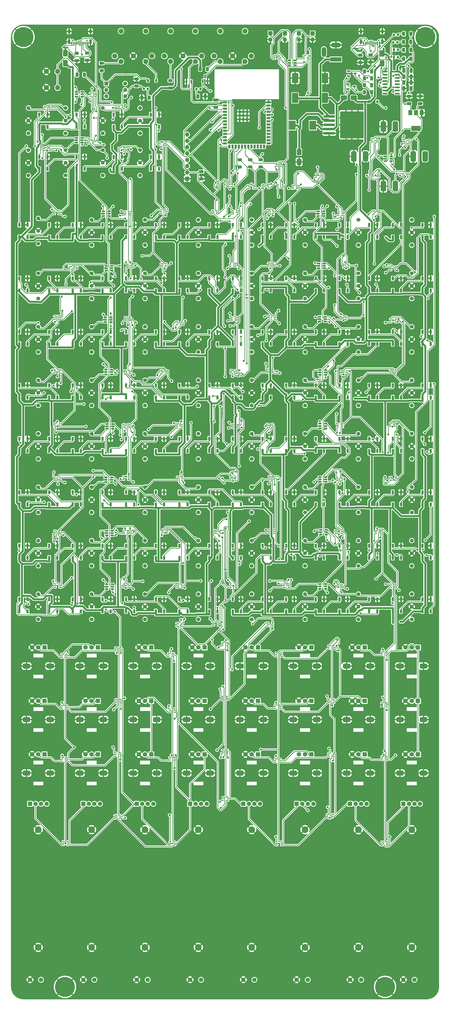
<source format=gbr>
%TF.GenerationSoftware,KiCad,Pcbnew,7.99.0-1990-g812c56bdc7*%
%TF.CreationDate,2023-08-03T23:21:48+02:00*%
%TF.ProjectId,esp32_midi,65737033-325f-46d6-9964-692e6b696361,rev?*%
%TF.SameCoordinates,Original*%
%TF.FileFunction,Copper,L1,Top*%
%TF.FilePolarity,Positive*%
%FSLAX46Y46*%
G04 Gerber Fmt 4.6, Leading zero omitted, Abs format (unit mm)*
G04 Created by KiCad (PCBNEW 7.99.0-1990-g812c56bdc7) date 2023-08-03 23:21:48*
%MOMM*%
%LPD*%
G01*
G04 APERTURE LIST*
G04 Aperture macros list*
%AMRoundRect*
0 Rectangle with rounded corners*
0 $1 Rounding radius*
0 $2 $3 $4 $5 $6 $7 $8 $9 X,Y pos of 4 corners*
0 Add a 4 corners polygon primitive as box body*
4,1,4,$2,$3,$4,$5,$6,$7,$8,$9,$2,$3,0*
0 Add four circle primitives for the rounded corners*
1,1,$1+$1,$2,$3*
1,1,$1+$1,$4,$5*
1,1,$1+$1,$6,$7*
1,1,$1+$1,$8,$9*
0 Add four rect primitives between the rounded corners*
20,1,$1+$1,$2,$3,$4,$5,0*
20,1,$1+$1,$4,$5,$6,$7,0*
20,1,$1+$1,$6,$7,$8,$9,0*
20,1,$1+$1,$8,$9,$2,$3,0*%
G04 Aperture macros list end*
%TA.AperFunction,EtchedComponent*%
%ADD10C,0.000000*%
%TD*%
%TA.AperFunction,SMDPad,CuDef*%
%ADD11RoundRect,0.150000X-0.512500X-0.150000X0.512500X-0.150000X0.512500X0.150000X-0.512500X0.150000X0*%
%TD*%
%TA.AperFunction,SMDPad,CuDef*%
%ADD12R,0.900000X1.500000*%
%TD*%
%TA.AperFunction,ComponentPad*%
%ADD13C,1.524000*%
%TD*%
%TA.AperFunction,SMDPad,CuDef*%
%ADD14R,0.650000X0.400000*%
%TD*%
%TA.AperFunction,SMDPad,CuDef*%
%ADD15RoundRect,0.218750X-0.218750X-0.256250X0.218750X-0.256250X0.218750X0.256250X-0.218750X0.256250X0*%
%TD*%
%TA.AperFunction,ComponentPad*%
%ADD16R,1.750000X1.750000*%
%TD*%
%TA.AperFunction,ComponentPad*%
%ADD17C,1.750000*%
%TD*%
%TA.AperFunction,ComponentPad*%
%ADD18C,2.700000*%
%TD*%
%TA.AperFunction,ComponentPad*%
%ADD19R,1.800000X1.800000*%
%TD*%
%TA.AperFunction,ComponentPad*%
%ADD20C,1.800000*%
%TD*%
%TA.AperFunction,ComponentPad*%
%ADD21RoundRect,0.500000X-1.000000X0.500000X-1.000000X-0.500000X1.000000X-0.500000X1.000000X0.500000X0*%
%TD*%
%TA.AperFunction,ComponentPad*%
%ADD22C,0.900000*%
%TD*%
%TA.AperFunction,ComponentPad*%
%ADD23C,8.000000*%
%TD*%
%TA.AperFunction,ComponentPad*%
%ADD24R,1.700000X1.700000*%
%TD*%
%TA.AperFunction,ComponentPad*%
%ADD25O,1.700000X1.700000*%
%TD*%
%TA.AperFunction,SMDPad,CuDef*%
%ADD26RoundRect,0.250000X-0.650000X1.000000X-0.650000X-1.000000X0.650000X-1.000000X0.650000X1.000000X0*%
%TD*%
%TA.AperFunction,SMDPad,CuDef*%
%ADD27RoundRect,0.250000X-0.625000X0.312500X-0.625000X-0.312500X0.625000X-0.312500X0.625000X0.312500X0*%
%TD*%
%TA.AperFunction,ComponentPad*%
%ADD28RoundRect,0.550000X-0.550000X-1.550000X0.550000X-1.550000X0.550000X1.550000X-0.550000X1.550000X0*%
%TD*%
%TA.AperFunction,ComponentPad*%
%ADD29C,0.650000*%
%TD*%
%TA.AperFunction,ComponentPad*%
%ADD30O,1.000000X2.100000*%
%TD*%
%TA.AperFunction,ComponentPad*%
%ADD31O,1.000000X1.800000*%
%TD*%
%TA.AperFunction,SMDPad,CuDef*%
%ADD32R,0.600000X1.150000*%
%TD*%
%TA.AperFunction,SMDPad,CuDef*%
%ADD33R,0.300000X1.150000*%
%TD*%
%TA.AperFunction,SMDPad,CuDef*%
%ADD34RoundRect,0.250000X-0.312500X-0.625000X0.312500X-0.625000X0.312500X0.625000X-0.312500X0.625000X0*%
%TD*%
%TA.AperFunction,SMDPad,CuDef*%
%ADD35RoundRect,0.250000X0.312500X0.625000X-0.312500X0.625000X-0.312500X-0.625000X0.312500X-0.625000X0*%
%TD*%
%TA.AperFunction,SMDPad,CuDef*%
%ADD36RoundRect,0.250000X0.625000X-0.312500X0.625000X0.312500X-0.625000X0.312500X-0.625000X-0.312500X0*%
%TD*%
%TA.AperFunction,SMDPad,CuDef*%
%ADD37RoundRect,0.250000X1.000000X-1.750000X1.000000X1.750000X-1.000000X1.750000X-1.000000X-1.750000X0*%
%TD*%
%TA.AperFunction,ComponentPad*%
%ADD38R,1.600000X1.600000*%
%TD*%
%TA.AperFunction,ComponentPad*%
%ADD39O,1.600000X1.600000*%
%TD*%
%TA.AperFunction,SMDPad,CuDef*%
%ADD40RoundRect,0.225000X-0.225000X-0.375000X0.225000X-0.375000X0.225000X0.375000X-0.225000X0.375000X0*%
%TD*%
%TA.AperFunction,SMDPad,CuDef*%
%ADD41RoundRect,0.250000X0.650000X-0.325000X0.650000X0.325000X-0.650000X0.325000X-0.650000X-0.325000X0*%
%TD*%
%TA.AperFunction,ComponentPad*%
%ADD42C,2.000000*%
%TD*%
%TA.AperFunction,SMDPad,CuDef*%
%ADD43R,2.700000X3.600000*%
%TD*%
%TA.AperFunction,SMDPad,CuDef*%
%ADD44RoundRect,0.250000X-0.325000X-0.650000X0.325000X-0.650000X0.325000X0.650000X-0.325000X0.650000X0*%
%TD*%
%TA.AperFunction,SMDPad,CuDef*%
%ADD45RoundRect,0.250000X-0.650000X0.325000X-0.650000X-0.325000X0.650000X-0.325000X0.650000X0.325000X0*%
%TD*%
%TA.AperFunction,SMDPad,CuDef*%
%ADD46RoundRect,0.150000X-0.150000X0.587500X-0.150000X-0.587500X0.150000X-0.587500X0.150000X0.587500X0*%
%TD*%
%TA.AperFunction,SMDPad,CuDef*%
%ADD47RoundRect,0.250000X1.000000X0.650000X-1.000000X0.650000X-1.000000X-0.650000X1.000000X-0.650000X0*%
%TD*%
%TA.AperFunction,SMDPad,CuDef*%
%ADD48RoundRect,0.218750X0.218750X0.256250X-0.218750X0.256250X-0.218750X-0.256250X0.218750X-0.256250X0*%
%TD*%
%TA.AperFunction,SMDPad,CuDef*%
%ADD49R,1.220000X0.650000*%
%TD*%
%TA.AperFunction,SMDPad,CuDef*%
%ADD50RoundRect,0.250000X0.325000X0.650000X-0.325000X0.650000X-0.325000X-0.650000X0.325000X-0.650000X0*%
%TD*%
%TA.AperFunction,ComponentPad*%
%ADD51R,4.400000X1.800000*%
%TD*%
%TA.AperFunction,ComponentPad*%
%ADD52O,4.000000X1.800000*%
%TD*%
%TA.AperFunction,ComponentPad*%
%ADD53O,1.800000X4.000000*%
%TD*%
%TA.AperFunction,SMDPad,CuDef*%
%ADD54RoundRect,0.225000X0.225000X0.375000X-0.225000X0.375000X-0.225000X-0.375000X0.225000X-0.375000X0*%
%TD*%
%TA.AperFunction,SMDPad,CuDef*%
%ADD55RoundRect,0.150000X-0.825000X-0.150000X0.825000X-0.150000X0.825000X0.150000X-0.825000X0.150000X0*%
%TD*%
%TA.AperFunction,SMDPad,CuDef*%
%ADD56C,0.500000*%
%TD*%
%TA.AperFunction,SMDPad,CuDef*%
%ADD57RoundRect,0.250000X0.650000X-1.000000X0.650000X1.000000X-0.650000X1.000000X-0.650000X-1.000000X0*%
%TD*%
%TA.AperFunction,SMDPad,CuDef*%
%ADD58RoundRect,0.250000X-2.050000X-0.300000X2.050000X-0.300000X2.050000X0.300000X-2.050000X0.300000X0*%
%TD*%
%TA.AperFunction,SMDPad,CuDef*%
%ADD59RoundRect,0.250000X-2.025000X-2.375000X2.025000X-2.375000X2.025000X2.375000X-2.025000X2.375000X0*%
%TD*%
%TA.AperFunction,SMDPad,CuDef*%
%ADD60RoundRect,0.250002X-4.449998X-5.149998X4.449998X-5.149998X4.449998X5.149998X-4.449998X5.149998X0*%
%TD*%
%TA.AperFunction,SMDPad,CuDef*%
%ADD61RoundRect,0.150000X0.150000X-0.587500X0.150000X0.587500X-0.150000X0.587500X-0.150000X-0.587500X0*%
%TD*%
%TA.AperFunction,SMDPad,CuDef*%
%ADD62R,1.500000X0.900000*%
%TD*%
%TA.AperFunction,SMDPad,CuDef*%
%ADD63R,1.000000X1.000000*%
%TD*%
%TA.AperFunction,SMDPad,CuDef*%
%ADD64R,1.500000X2.000000*%
%TD*%
%TA.AperFunction,SMDPad,CuDef*%
%ADD65R,3.800000X2.000000*%
%TD*%
%TA.AperFunction,ViaPad*%
%ADD66C,0.800000*%
%TD*%
%TA.AperFunction,Conductor*%
%ADD67C,0.250000*%
%TD*%
%TA.AperFunction,Conductor*%
%ADD68C,0.800000*%
%TD*%
%TA.AperFunction,Conductor*%
%ADD69C,0.601000*%
%TD*%
G04 APERTURE END LIST*
D10*
%TA.AperFunction,EtchedComponent*%
%TO.C,NT102*%
G36*
X193900000Y-21450000D02*
G01*
X191900000Y-21450000D01*
X191900000Y-20950000D01*
X193900000Y-20950000D01*
X193900000Y-21450000D01*
G37*
%TD.AperFunction*%
%TA.AperFunction,EtchedComponent*%
%TO.C,NT101*%
G36*
X310900000Y-21950000D02*
G01*
X308900000Y-21950000D01*
X308900000Y-21450000D01*
X310900000Y-21450000D01*
X310900000Y-21950000D01*
G37*
%TD.AperFunction*%
%TD*%
D11*
%TO.P,U127,1,I/O1*%
%TO.N,Net-(SW74-A)*%
X321950000Y-65000000D03*
%TO.P,U127,2,GND*%
%TO.N,GND*%
X321950000Y-65950000D03*
%TO.P,U127,3,I/O2*%
%TO.N,Net-(SW75-A)*%
X321950000Y-66900000D03*
%TO.P,U127,4,I/O3*%
%TO.N,Net-(SW77-A)*%
X324225000Y-66900000D03*
%TO.P,U127,5,VBUS*%
%TO.N,+3.3V*%
X324225000Y-65950000D03*
%TO.P,U127,6,I/O4*%
%TO.N,Net-(SW76-A)*%
X324225000Y-65000000D03*
%TD*%
D12*
%TO.P,D136,1,VDD*%
%TO.N,+5V*%
X207850000Y-140450000D03*
%TO.P,D136,2,DOUT*%
%TO.N,Net-(D136-DOUT)*%
X211150000Y-140450000D03*
%TO.P,D136,3,VSS*%
%TO.N,GND*%
X211150000Y-135550000D03*
%TO.P,D136,4,DIN*%
%TO.N,Net-(D135-DOUT)*%
X207850000Y-135550000D03*
%TD*%
D11*
%TO.P,U77,1,I/O1*%
%TO.N,Net-(SW34-A)*%
X209200000Y-150800000D03*
%TO.P,U77,2,GND*%
%TO.N,GND*%
X209200000Y-151750000D03*
%TO.P,U77,3,I/O2*%
%TO.N,Net-(SW35-A)*%
X209200000Y-152700000D03*
%TO.P,U77,4,I/O3*%
%TO.N,Net-(SW37-A)*%
X211475000Y-152700000D03*
%TO.P,U77,5,VBUS*%
%TO.N,+3.3V*%
X211475000Y-151750000D03*
%TO.P,U77,6,I/O4*%
%TO.N,Net-(SW36-A)*%
X211475000Y-150800000D03*
%TD*%
D13*
%TO.P,SW26,1,A*%
%TO.N,Net-(SW26-A)*%
X182000000Y-133520000D03*
%TO.P,SW26,2,B*%
%TO.N,GND*%
X182000000Y-138600000D03*
%TO.P,SW26,3*%
%TO.N,N/C*%
X182000000Y-143680000D03*
%TD*%
D14*
%TO.P,U62,1*%
%TO.N,Net-(U62-Pad1)*%
X305050000Y-108350000D03*
%TO.P,U62,2,GND*%
%TO.N,GND*%
X305050000Y-109000000D03*
%TO.P,U62,3*%
%TO.N,Net-(U61-Pad4)*%
X305050000Y-109650000D03*
%TO.P,U62,4*%
%TO.N,Net-(U60-Pad1)*%
X306950000Y-109650000D03*
%TO.P,U62,5,V+*%
%TO.N,+3.3V*%
X306950000Y-109000000D03*
%TO.P,U62,6*%
%TO.N,/analogorgie/SEL1*%
X306950000Y-108350000D03*
%TD*%
D13*
%TO.P,SW31,1,A*%
%TO.N,Net-(SW31-A)*%
X289500000Y-133520000D03*
%TO.P,SW31,2,B*%
%TO.N,GND*%
X289500000Y-138600000D03*
%TO.P,SW31,3*%
%TO.N,N/C*%
X289500000Y-143680000D03*
%TD*%
D14*
%TO.P,U120,1*%
%TO.N,Net-(SW71-A)*%
X281000000Y-237000000D03*
%TO.P,U120,2,GND*%
%TO.N,GND*%
X281000000Y-237650000D03*
%TO.P,U120,3*%
%TO.N,Net-(SW70-A)*%
X281000000Y-238300000D03*
%TO.P,U120,4*%
%TO.N,Net-(U120-Pad4)*%
X282900000Y-238300000D03*
%TO.P,U120,5,V+*%
%TO.N,+3.3V*%
X282900000Y-237650000D03*
%TO.P,U120,6*%
%TO.N,/analogorgie/SEL0*%
X282900000Y-237000000D03*
%TD*%
%TO.P,U108,1*%
%TO.N,Net-(SW61-A)*%
X232150000Y-215100000D03*
%TO.P,U108,2,GND*%
%TO.N,GND*%
X232150000Y-215750000D03*
%TO.P,U108,3*%
%TO.N,Net-(SW60-A)*%
X232150000Y-216400000D03*
%TO.P,U108,4*%
%TO.N,Net-(U106-Pad1)*%
X234050000Y-216400000D03*
%TO.P,U108,5,V+*%
%TO.N,+3.3V*%
X234050000Y-215750000D03*
%TO.P,U108,6*%
%TO.N,/analogorgie/SEL0*%
X234050000Y-215100000D03*
%TD*%
D12*
%TO.P,D196,1,VDD*%
%TO.N,+5V*%
X336850000Y-204950000D03*
%TO.P,D196,2,DOUT*%
%TO.N,Net-(D196-DOUT)*%
X340150000Y-204950000D03*
%TO.P,D196,3,VSS*%
%TO.N,GND*%
X340150000Y-200050000D03*
%TO.P,D196,4,DIN*%
%TO.N,Net-(D195-DOUT)*%
X336850000Y-200050000D03*
%TD*%
%TO.P,D184,1,VDD*%
%TO.N,+5V*%
X207850000Y-204950000D03*
%TO.P,D184,2,DOUT*%
%TO.N,Net-(D183-DIN)*%
X211150000Y-204950000D03*
%TO.P,D184,3,VSS*%
%TO.N,GND*%
X211150000Y-200050000D03*
%TO.P,D184,4,DIN*%
%TO.N,Net-(D184-DIN)*%
X207850000Y-200050000D03*
%TD*%
%TO.P,D177,1,VDD*%
%TO.N,+5V*%
X303350000Y-183450000D03*
%TO.P,D177,2,DOUT*%
%TO.N,Net-(D176-DIN)*%
X306650000Y-183450000D03*
%TO.P,D177,3,VSS*%
%TO.N,GND*%
X306650000Y-178550000D03*
%TO.P,D177,4,DIN*%
%TO.N,Net-(D177-DIN)*%
X303350000Y-178550000D03*
%TD*%
%TO.P,D186,1,VDD*%
%TO.N,+5V*%
X229350000Y-204950000D03*
%TO.P,D186,2,DOUT*%
%TO.N,Net-(D185-DIN)*%
X232650000Y-204950000D03*
%TO.P,D186,3,VSS*%
%TO.N,GND*%
X232650000Y-200050000D03*
%TO.P,D186,4,DIN*%
%TO.N,Net-(D186-DIN)*%
X229350000Y-200050000D03*
%TD*%
D13*
%TO.P,SW60,1,A*%
%TO.N,Net-(SW60-A)*%
X225000000Y-219520000D03*
%TO.P,SW60,2,B*%
%TO.N,GND*%
X225000000Y-224600000D03*
%TO.P,SW60,3*%
%TO.N,N/C*%
X225000000Y-229680000D03*
%TD*%
D12*
%TO.P,D215,1,VDD*%
%TO.N,+5V*%
X195850000Y-247950000D03*
%TO.P,D215,2,DOUT*%
%TO.N,Net-(D214-DIN)*%
X199150000Y-247950000D03*
%TO.P,D215,3,VSS*%
%TO.N,GND*%
X199150000Y-243050000D03*
%TO.P,D215,4,DIN*%
%TO.N,Net-(D215-DIN)*%
X195850000Y-243050000D03*
%TD*%
D13*
%TO.P,SW6,1,A*%
%TO.N,Net-(SW6-A)*%
X178000000Y-62520000D03*
%TO.P,SW6,2,B*%
%TO.N,GND*%
X178000000Y-67600000D03*
%TO.P,SW6,3*%
%TO.N,N/C*%
X178000000Y-72680000D03*
%TD*%
%TO.P,SW52,1,A*%
%TO.N,Net-(SW52-A)*%
X225000000Y-198020000D03*
%TO.P,SW52,2,B*%
%TO.N,GND*%
X225000000Y-203100000D03*
%TO.P,SW52,3*%
%TO.N,N/C*%
X225000000Y-208180000D03*
%TD*%
D15*
%TO.P,D8,1,K*%
%TO.N,GND*%
X325300000Y-22100000D03*
%TO.P,D8,2,A*%
%TO.N,Net-(D8-A)*%
X326875000Y-22100000D03*
%TD*%
D12*
%TO.P,D143,1,VDD*%
%TO.N,+5V*%
X281850000Y-140450000D03*
%TO.P,D143,2,DOUT*%
%TO.N,Net-(D143-DOUT)*%
X285150000Y-140450000D03*
%TO.P,D143,3,VSS*%
%TO.N,GND*%
X285150000Y-135550000D03*
%TO.P,D143,4,DIN*%
%TO.N,Net-(D142-DOUT)*%
X281850000Y-135550000D03*
%TD*%
%TO.P,D107,1,VDD*%
%TO.N,+5V*%
X238850000Y-97450000D03*
%TO.P,D107,2,DOUT*%
%TO.N,Net-(D107-DOUT)*%
X242150000Y-97450000D03*
%TO.P,D107,3,VSS*%
%TO.N,GND*%
X242150000Y-92550000D03*
%TO.P,D107,4,DIN*%
%TO.N,Net-(D106-DOUT)*%
X238850000Y-92550000D03*
%TD*%
D14*
%TO.P,U60,1*%
%TO.N,Net-(U60-Pad1)*%
X259450000Y-108050000D03*
%TO.P,U60,2,GND*%
%TO.N,GND*%
X259450000Y-108700000D03*
%TO.P,U60,3*%
%TO.N,Net-(U57-Pad4)*%
X259450000Y-109350000D03*
%TO.P,U60,4*%
%TO.N,Net-(U60-Pad4)*%
X261350000Y-109350000D03*
%TO.P,U60,5,V+*%
%TO.N,+3.3V*%
X261350000Y-108700000D03*
%TO.P,U60,6*%
%TO.N,/analogorgie/SEL2*%
X261350000Y-108050000D03*
%TD*%
D16*
%TO.P,R16,1,1*%
%TO.N,+3.3V*%
X178640000Y-325375000D03*
D17*
%TO.P,R16,2,2*%
%TO.N,Net-(R16-Pad2)*%
X180890000Y-325375000D03*
%TO.P,R16,3,3*%
%TO.N,GND*%
X178640000Y-396125000D03*
%TO.P,R16,4*%
%TO.N,N/C*%
X183090000Y-325375000D03*
%TO.P,R16,5*%
X185340000Y-325375000D03*
%TO.P,R16,6*%
X183090000Y-396125000D03*
D18*
%TO.P,R16,MP,MountPin*%
%TO.N,GND*%
X181990000Y-335780000D03*
X181990000Y-383110000D03*
%TD*%
D13*
%TO.P,SW12,1,A*%
%TO.N,Net-(SW12-A)*%
X225000000Y-90520000D03*
%TO.P,SW12,2,B*%
%TO.N,GND*%
X225000000Y-95600000D03*
%TO.P,SW12,3*%
%TO.N,N/C*%
X225000000Y-100680000D03*
%TD*%
D14*
%TO.P,U128,1*%
%TO.N,Net-(SW77-A)*%
X329000000Y-71850000D03*
%TO.P,U128,2,GND*%
%TO.N,GND*%
X329000000Y-72500000D03*
%TO.P,U128,3*%
%TO.N,Net-(SW76-A)*%
X329000000Y-73150000D03*
%TO.P,U128,4*%
%TO.N,Net-(U126-Pad1)*%
X330900000Y-73150000D03*
%TO.P,U128,5,V+*%
%TO.N,+3.3V*%
X330900000Y-72500000D03*
%TO.P,U128,6*%
%TO.N,/analogorgie/SEL0*%
X330900000Y-71850000D03*
%TD*%
%TO.P,U121,1*%
%TO.N,Net-(U121-Pad1)*%
X302500000Y-237150000D03*
%TO.P,U121,2,GND*%
%TO.N,GND*%
X302500000Y-237800000D03*
%TO.P,U121,3*%
%TO.N,Net-(U120-Pad4)*%
X302500000Y-238450000D03*
%TO.P,U121,4*%
%TO.N,Net-(U119-Pad1)*%
X304400000Y-238450000D03*
%TO.P,U121,5,V+*%
%TO.N,+3.3V*%
X304400000Y-237800000D03*
%TO.P,U121,6*%
%TO.N,/analogorgie/SEL1*%
X304400000Y-237150000D03*
%TD*%
D12*
%TO.P,D114,1,VDD*%
%TO.N,+5V*%
X315350000Y-97450000D03*
%TO.P,D114,2,DOUT*%
%TO.N,Net-(D114-DOUT)*%
X318650000Y-97450000D03*
%TO.P,D114,3,VSS*%
%TO.N,GND*%
X318650000Y-92550000D03*
%TO.P,D114,4,DIN*%
%TO.N,Net-(D113-DOUT)*%
X315350000Y-92550000D03*
%TD*%
%TO.P,D208,1,VDD*%
%TO.N,+5V*%
X293850000Y-226450000D03*
%TO.P,D208,2,DOUT*%
%TO.N,Net-(D207-DIN)*%
X297150000Y-226450000D03*
%TO.P,D208,3,VSS*%
%TO.N,GND*%
X297150000Y-221550000D03*
%TO.P,D208,4,DIN*%
%TO.N,Net-(D208-DIN)*%
X293850000Y-221550000D03*
%TD*%
D13*
%TO.P,SW14,1,A*%
%TO.N,Net-(SW14-A)*%
X268000000Y-90520000D03*
%TO.P,SW14,2,B*%
%TO.N,GND*%
X268000000Y-95600000D03*
%TO.P,SW14,3*%
%TO.N,N/C*%
X268000000Y-100680000D03*
%TD*%
%TO.P,SW37,1,A*%
%TO.N,Net-(SW37-A)*%
X246500000Y-155020000D03*
%TO.P,SW37,2,B*%
%TO.N,GND*%
X246500000Y-160100000D03*
%TO.P,SW37,3*%
%TO.N,N/C*%
X246500000Y-165180000D03*
%TD*%
D19*
%TO.P,R31,1,1*%
%TO.N,+3.3V*%
X335000000Y-262500000D03*
D20*
%TO.P,R31,2,2*%
%TO.N,Net-(R31-Pad2)*%
X332500000Y-262500000D03*
%TO.P,R31,3,3*%
%TO.N,GND*%
X330000000Y-262500000D03*
D21*
%TO.P,R31,MP,MountPin*%
X337250000Y-270000000D03*
X327750000Y-270000000D03*
%TD*%
D12*
%TO.P,D209,1,VDD*%
%TO.N,+5V*%
X303350000Y-226450000D03*
%TO.P,D209,2,DOUT*%
%TO.N,Net-(D208-DIN)*%
X306650000Y-226450000D03*
%TO.P,D209,3,VSS*%
%TO.N,GND*%
X306650000Y-221550000D03*
%TO.P,D209,4,DIN*%
%TO.N,Net-(D209-DIN)*%
X303350000Y-221550000D03*
%TD*%
D11*
%TO.P,U117,1,I/O1*%
%TO.N,Net-(SW66-A)*%
X209600000Y-237100000D03*
%TO.P,U117,2,GND*%
%TO.N,GND*%
X209600000Y-238050000D03*
%TO.P,U117,3,I/O2*%
%TO.N,Net-(SW67-A)*%
X209600000Y-239000000D03*
%TO.P,U117,4,I/O3*%
%TO.N,Net-(SW69-A)*%
X211875000Y-239000000D03*
%TO.P,U117,5,VBUS*%
%TO.N,+3.3V*%
X211875000Y-238050000D03*
%TO.P,U117,6,I/O4*%
%TO.N,Net-(SW68-A)*%
X211875000Y-237100000D03*
%TD*%
D13*
%TO.P,SW33,1,A*%
%TO.N,Net-(SW33-A)*%
X332500000Y-133520000D03*
%TO.P,SW33,2,B*%
%TO.N,GND*%
X332500000Y-138600000D03*
%TO.P,SW33,3*%
%TO.N,N/C*%
X332500000Y-143680000D03*
%TD*%
D12*
%TO.P,D189,1,VDD*%
%TO.N,+5V*%
X260350000Y-204950000D03*
%TO.P,D189,2,DOUT*%
%TO.N,Net-(D188-DIN)*%
X263650000Y-204950000D03*
%TO.P,D189,3,VSS*%
%TO.N,GND*%
X263650000Y-200050000D03*
%TO.P,D189,4,DIN*%
%TO.N,Net-(D189-DIN)*%
X260350000Y-200050000D03*
%TD*%
D13*
%TO.P,SW36,1,A*%
%TO.N,Net-(SW36-A)*%
X225000000Y-155020000D03*
%TO.P,SW36,2,B*%
%TO.N,GND*%
X225000000Y-160100000D03*
%TO.P,SW36,3*%
%TO.N,N/C*%
X225000000Y-165180000D03*
%TD*%
D11*
%TO.P,U38,1,I/O1*%
%TO.N,Net-(SW2-A)*%
X197362500Y-39050000D03*
%TO.P,U38,2,GND*%
%TO.N,GND*%
X197362500Y-40000000D03*
%TO.P,U38,3,I/O2*%
%TO.N,Net-(SW3-A)*%
X197362500Y-40950000D03*
%TO.P,U38,4,I/O3*%
%TO.N,Net-(SW5-A)*%
X199637500Y-40950000D03*
%TO.P,U38,5,VBUS*%
%TO.N,+3.3V*%
X199637500Y-40000000D03*
%TO.P,U38,6,I/O4*%
%TO.N,Net-(SW4-A)*%
X199637500Y-39050000D03*
%TD*%
D14*
%TO.P,U67,1*%
%TO.N,Net-(U67-Pad1)*%
X217100000Y-129700000D03*
%TO.P,U67,2,GND*%
%TO.N,GND*%
X217100000Y-130350000D03*
%TO.P,U67,3*%
%TO.N,Net-(U66-Pad4)*%
X217100000Y-131000000D03*
%TO.P,U67,4*%
%TO.N,Net-(U67-Pad4)*%
X219000000Y-131000000D03*
%TO.P,U67,5,V+*%
%TO.N,+3.3V*%
X219000000Y-130350000D03*
%TO.P,U67,6*%
%TO.N,/analogorgie/SEL1*%
X219000000Y-129700000D03*
%TD*%
D12*
%TO.P,D230,1,VDD*%
%TO.N,+5V*%
X197350000Y-53050000D03*
%TO.P,D230,2,DOUT*%
%TO.N,Net-(D230-DOUT)*%
X200650000Y-53050000D03*
%TO.P,D230,3,VSS*%
%TO.N,GND*%
X200650000Y-48150000D03*
%TO.P,D230,4,DIN*%
%TO.N,Net-(D229-DOUT)*%
X197350000Y-48150000D03*
%TD*%
D22*
%TO.P,H4,1,1*%
%TO.N,GND*%
X318750000Y-399000000D03*
X319628680Y-396878680D03*
X319628680Y-401121320D03*
X321750000Y-396000000D03*
D23*
X321750000Y-399000000D03*
D22*
X321750000Y-402000000D03*
X323871320Y-396878680D03*
X323871320Y-401121320D03*
X324750000Y-399000000D03*
%TD*%
D12*
%TO.P,D214,1,VDD*%
%TO.N,+5V*%
X186350000Y-247950000D03*
%TO.P,D214,2,DOUT*%
%TO.N,Net-(D213-DIN)*%
X189650000Y-247950000D03*
%TO.P,D214,3,VSS*%
%TO.N,GND*%
X189650000Y-243050000D03*
%TO.P,D214,4,DIN*%
%TO.N,Net-(D214-DIN)*%
X186350000Y-243050000D03*
%TD*%
D13*
%TO.P,SW29,1,A*%
%TO.N,Net-(SW29-A)*%
X246500000Y-133520000D03*
%TO.P,SW29,2,B*%
%TO.N,GND*%
X246500000Y-138600000D03*
%TO.P,SW29,3*%
%TO.N,N/C*%
X246500000Y-143680000D03*
%TD*%
D19*
%TO.P,R26,1,1*%
%TO.N,+3.3V*%
X227500000Y-262500000D03*
D20*
%TO.P,R26,2,2*%
%TO.N,Net-(R26-Pad2)*%
X225000000Y-262500000D03*
%TO.P,R26,3,3*%
%TO.N,GND*%
X222500000Y-262500000D03*
D21*
%TO.P,R26,MP,MountPin*%
X229750000Y-270000000D03*
X220250000Y-270000000D03*
%TD*%
D24*
%TO.P,SW79,1,A*%
%TO.N,Net-(SW79-A)*%
X281400000Y-15500000D03*
D25*
%TO.P,SW79,2,B*%
%TO.N,GND*%
X281400000Y-18040000D03*
%TD*%
D12*
%TO.P,D141,1,VDD*%
%TO.N,+5V*%
X260350000Y-140450000D03*
%TO.P,D141,2,DOUT*%
%TO.N,Net-(D141-DOUT)*%
X263650000Y-140450000D03*
%TO.P,D141,3,VSS*%
%TO.N,GND*%
X263650000Y-135550000D03*
%TO.P,D141,4,DIN*%
%TO.N,Net-(D140-DOUT)*%
X260350000Y-135550000D03*
%TD*%
D26*
%TO.P,D82,1,K*%
%TO.N,DICK0*%
X287100000Y-63200000D03*
%TO.P,D82,2,A*%
%TO.N,GND*%
X287100000Y-67200000D03*
%TD*%
D12*
%TO.P,D154,1,VDD*%
%TO.N,+5V*%
X229350000Y-161950000D03*
%TO.P,D154,2,DOUT*%
%TO.N,Net-(D153-DIN)*%
X232650000Y-161950000D03*
%TO.P,D154,3,VSS*%
%TO.N,GND*%
X232650000Y-157050000D03*
%TO.P,D154,4,DIN*%
%TO.N,Net-(D154-DIN)*%
X229350000Y-157050000D03*
%TD*%
D14*
%TO.P,U47,1*%
%TO.N,Net-(U47-Pad1)*%
X217100000Y-87200000D03*
%TO.P,U47,2,GND*%
%TO.N,GND*%
X217100000Y-87850000D03*
%TO.P,U47,3*%
%TO.N,Net-(U46-Pad4)*%
X217100000Y-88500000D03*
%TO.P,U47,4*%
%TO.N,Net-(U47-Pad4)*%
X219000000Y-88500000D03*
%TO.P,U47,5,V+*%
%TO.N,+3.3V*%
X219000000Y-87850000D03*
%TO.P,U47,6*%
%TO.N,/analogorgie/SEL1*%
X219000000Y-87200000D03*
%TD*%
D19*
%TO.P,R47,1,1*%
%TO.N,+3.3V*%
X335000000Y-305500000D03*
D20*
%TO.P,R47,2,2*%
%TO.N,Net-(R47-Pad2)*%
X332500000Y-305500000D03*
%TO.P,R47,3,3*%
%TO.N,GND*%
X330000000Y-305500000D03*
D21*
%TO.P,R47,MP,MountPin*%
X337250000Y-313000000D03*
X327750000Y-313000000D03*
%TD*%
D13*
%TO.P,SW63,1,A*%
%TO.N,Net-(SW63-A)*%
X289500000Y-219520000D03*
%TO.P,SW63,2,B*%
%TO.N,GND*%
X289500000Y-224600000D03*
%TO.P,SW63,3*%
%TO.N,N/C*%
X289500000Y-229680000D03*
%TD*%
D12*
%TO.P,D156,1,VDD*%
%TO.N,+5V*%
X250850000Y-161950000D03*
%TO.P,D156,2,DOUT*%
%TO.N,Net-(D155-DIN)*%
X254150000Y-161950000D03*
%TO.P,D156,3,VSS*%
%TO.N,GND*%
X254150000Y-157050000D03*
%TO.P,D156,4,DIN*%
%TO.N,Net-(D156-DIN)*%
X250850000Y-157050000D03*
%TD*%
%TO.P,D173,1,VDD*%
%TO.N,+5V*%
X260350000Y-183450000D03*
%TO.P,D173,2,DOUT*%
%TO.N,Net-(D173-DOUT)*%
X263650000Y-183450000D03*
%TO.P,D173,3,VSS*%
%TO.N,GND*%
X263650000Y-178550000D03*
%TO.P,D173,4,DIN*%
%TO.N,Net-(D172-DOUT)*%
X260350000Y-178550000D03*
%TD*%
%TO.P,D227,1,VDD*%
%TO.N,+5V*%
X324850000Y-247950000D03*
%TO.P,D227,2,DOUT*%
%TO.N,Net-(D227-DOUT)*%
X328150000Y-247950000D03*
%TO.P,D227,3,VSS*%
%TO.N,GND*%
X328150000Y-243050000D03*
%TO.P,D227,4,DIN*%
%TO.N,Net-(D226-DOUT)*%
X324850000Y-243050000D03*
%TD*%
D27*
%TO.P,R3,1*%
%TO.N,GND*%
X221600000Y-33837500D03*
%TO.P,R3,2*%
%TO.N,/MIDI IN THRU OUT/RX*%
X221600000Y-36762500D03*
%TD*%
D14*
%TO.P,U101,1*%
%TO.N,Net-(U101-Pad1)*%
X302500000Y-194100000D03*
%TO.P,U101,2,GND*%
%TO.N,GND*%
X302500000Y-194750000D03*
%TO.P,U101,3*%
%TO.N,Net-(U100-Pad4)*%
X302500000Y-195400000D03*
%TO.P,U101,4*%
%TO.N,Net-(U101-Pad4)*%
X304400000Y-195400000D03*
%TO.P,U101,5,V+*%
%TO.N,+3.3V*%
X304400000Y-194750000D03*
%TO.P,U101,6*%
%TO.N,/analogorgie/SEL1*%
X304400000Y-194100000D03*
%TD*%
D13*
%TO.P,SW10,1,A*%
%TO.N,Net-(SW10-A)*%
X182000000Y-89920000D03*
%TO.P,SW10,2,B*%
%TO.N,GND*%
X182000000Y-95000000D03*
%TO.P,SW10,3*%
%TO.N,N/C*%
X182000000Y-100080000D03*
%TD*%
D19*
%TO.P,R29,1,1*%
%TO.N,+3.3V*%
X292000000Y-262500000D03*
D20*
%TO.P,R29,2,2*%
%TO.N,Net-(R29-Pad2)*%
X289500000Y-262500000D03*
%TO.P,R29,3,3*%
%TO.N,GND*%
X287000000Y-262500000D03*
D21*
%TO.P,R29,MP,MountPin*%
X294250000Y-270000000D03*
X284750000Y-270000000D03*
%TD*%
D12*
%TO.P,D139,1,VDD*%
%TO.N,+5V*%
X238850000Y-140450000D03*
%TO.P,D139,2,DOUT*%
%TO.N,Net-(D139-DOUT)*%
X242150000Y-140450000D03*
%TO.P,D139,3,VSS*%
%TO.N,GND*%
X242150000Y-135550000D03*
%TO.P,D139,4,DIN*%
%TO.N,Net-(D138-DOUT)*%
X238850000Y-135550000D03*
%TD*%
%TO.P,D170,1,VDD*%
%TO.N,+5V*%
X229350000Y-183450000D03*
%TO.P,D170,2,DOUT*%
%TO.N,Net-(D170-DOUT)*%
X232650000Y-183450000D03*
%TO.P,D170,3,VSS*%
%TO.N,GND*%
X232650000Y-178550000D03*
%TO.P,D170,4,DIN*%
%TO.N,Net-(D169-DOUT)*%
X229350000Y-178550000D03*
%TD*%
D14*
%TO.P,U40,1*%
%TO.N,Net-(U40-Pad1)*%
X231000000Y-59200000D03*
%TO.P,U40,2,GND*%
%TO.N,GND*%
X231000000Y-59850000D03*
%TO.P,U40,3*%
%TO.N,Net-(U37-Pad4)*%
X231000000Y-60500000D03*
%TO.P,U40,4*%
%TO.N,Net-(U40-Pad4)*%
X232900000Y-60500000D03*
%TO.P,U40,5,V+*%
%TO.N,+3.3V*%
X232900000Y-59850000D03*
%TO.P,U40,6*%
%TO.N,/analogorgie/SEL2*%
X232900000Y-59200000D03*
%TD*%
%TO.P,U13,1*%
%TO.N,Net-(U13-Pad1)*%
X237900000Y-252700000D03*
%TO.P,U13,2,GND*%
%TO.N,GND*%
X237900000Y-253350000D03*
%TO.P,U13,3*%
%TO.N,Net-(U13-Pad3)*%
X237900000Y-254000000D03*
%TO.P,U13,4*%
%TO.N,Net-(U114-Pad3)*%
X239800000Y-254000000D03*
%TO.P,U13,5,V+*%
%TO.N,+3.3V*%
X239800000Y-253350000D03*
%TO.P,U13,6*%
%TO.N,/analogorgie/SEL3*%
X239800000Y-252700000D03*
%TD*%
D12*
%TO.P,D211,1,VDD*%
%TO.N,+5V*%
X324850000Y-226450000D03*
%TO.P,D211,2,DOUT*%
%TO.N,Net-(D210-DIN)*%
X328150000Y-226450000D03*
%TO.P,D211,3,VSS*%
%TO.N,GND*%
X328150000Y-221550000D03*
%TO.P,D211,4,DIN*%
%TO.N,Net-(D211-DIN)*%
X324850000Y-221550000D03*
%TD*%
D14*
%TO.P,U80,1*%
%TO.N,Net-(SW39-A)*%
X274500000Y-150700000D03*
%TO.P,U80,2,GND*%
%TO.N,GND*%
X274500000Y-151350000D03*
%TO.P,U80,3*%
%TO.N,Net-(SW38-A)*%
X274500000Y-152000000D03*
%TO.P,U80,4*%
%TO.N,Net-(U80-Pad4)*%
X276400000Y-152000000D03*
%TO.P,U80,5,V+*%
%TO.N,+3.3V*%
X276400000Y-151350000D03*
%TO.P,U80,6*%
%TO.N,/analogorgie/SEL0*%
X276400000Y-150700000D03*
%TD*%
%TO.P,U23,1*%
%TO.N,Net-(R35-Pad2)*%
X235000000Y-287200000D03*
%TO.P,U23,2,GND*%
%TO.N,GND*%
X235000000Y-287850000D03*
%TO.P,U23,3*%
%TO.N,Net-(R34-Pad2)*%
X235000000Y-288500000D03*
%TO.P,U23,4*%
%TO.N,Net-(U22-Pad1)*%
X236900000Y-288500000D03*
%TO.P,U23,5,V+*%
%TO.N,+3.3V*%
X236900000Y-287850000D03*
%TO.P,U23,6*%
%TO.N,/analogorgie/SEL0*%
X236900000Y-287200000D03*
%TD*%
D28*
%TO.P,SW74,1,A*%
%TO.N,Net-(SW74-A)*%
X313900000Y-65000000D03*
%TO.P,SW74,2,B*%
%TO.N,GND*%
X309100000Y-65000000D03*
%TD*%
D14*
%TO.P,U105,1*%
%TO.N,Net-(SW59-A)*%
X188650000Y-215550000D03*
%TO.P,U105,2,GND*%
%TO.N,GND*%
X188650000Y-216200000D03*
%TO.P,U105,3*%
%TO.N,Net-(SW58-A)*%
X188650000Y-216850000D03*
%TO.P,U105,4*%
%TO.N,Net-(U105-Pad4)*%
X190550000Y-216850000D03*
%TO.P,U105,5,V+*%
%TO.N,+3.3V*%
X190550000Y-216200000D03*
%TO.P,U105,6*%
%TO.N,/analogorgie/SEL0*%
X190550000Y-215550000D03*
%TD*%
D29*
%TO.P,USBC1,*%
%TO.N,*%
X319225000Y-18387500D03*
X313445000Y-18387500D03*
D30*
%TO.P,USBC1,1,SHIELD*%
%TO.N,GND*%
X320655000Y-18887500D03*
D31*
%TO.P,USBC1,2,SHIELD*%
X320655000Y-14707500D03*
%TO.P,USBC1,3,SHIELD*%
X312015000Y-14707500D03*
D30*
%TO.P,USBC1,4,SHIELD*%
X312015000Y-18887500D03*
D32*
%TO.P,USBC1,A1-B12,GND*%
X319535000Y-19447500D03*
%TO.P,USBC1,A4-B9,VBUS*%
%TO.N,THIN_USB_FLASHER_0*%
X318735000Y-19447500D03*
D33*
%TO.P,USBC1,A5,CC1*%
%TO.N,Net-(USBC1-CC1)*%
X317585000Y-19447500D03*
%TO.P,USBC1,A6,DP1*%
%TO.N,/flasher/USB_DP*%
X316585000Y-19447500D03*
%TO.P,USBC1,A7,DN1*%
%TO.N,/flasher/USB_DN*%
X316085000Y-19447500D03*
%TO.P,USBC1,A8,SBU1*%
%TO.N,unconnected-(USBC1-SBU1-PadA8)*%
X315085000Y-19447500D03*
D32*
%TO.P,USBC1,B1-A12,GND*%
%TO.N,GND*%
X313135000Y-19447500D03*
%TO.P,USBC1,B4-A9,VBUS*%
%TO.N,THIN_USB_FLASHER_1*%
X313935000Y-19447500D03*
D33*
%TO.P,USBC1,B5,CC2*%
%TO.N,Net-(USBC1-CC2)*%
X314585000Y-19447500D03*
%TO.P,USBC1,B6,DP2*%
%TO.N,/flasher/USB_DP*%
X315585000Y-19447500D03*
%TO.P,USBC1,B7,DN2*%
%TO.N,/flasher/USB_DN*%
X317085000Y-19447500D03*
%TO.P,USBC1,B8,SBU2*%
%TO.N,unconnected-(USBC1-SBU2-PadB8)*%
X318085000Y-19447500D03*
%TD*%
D12*
%TO.P,D119,1,VDD*%
%TO.N,+5V*%
X195850000Y-118950000D03*
%TO.P,D119,2,DOUT*%
%TO.N,Net-(D118-DIN)*%
X199150000Y-118950000D03*
%TO.P,D119,3,VSS*%
%TO.N,GND*%
X199150000Y-114050000D03*
%TO.P,D119,4,DIN*%
%TO.N,Net-(D119-DIN)*%
X195850000Y-114050000D03*
%TD*%
%TO.P,D224,1,VDD*%
%TO.N,+5V*%
X293850000Y-247950000D03*
%TO.P,D224,2,DOUT*%
%TO.N,Net-(D224-DOUT)*%
X297150000Y-247950000D03*
%TO.P,D224,3,VSS*%
%TO.N,GND*%
X297150000Y-243050000D03*
%TO.P,D224,4,DIN*%
%TO.N,Net-(D223-DOUT)*%
X293850000Y-243050000D03*
%TD*%
D34*
%TO.P,R6,1*%
%TO.N,/flasher/RTS*%
X313447500Y-33600000D03*
%TO.P,R6,2*%
%TO.N,Net-(Q3-B)*%
X316372500Y-33600000D03*
%TD*%
D13*
%TO.P,SW7,1,A*%
%TO.N,Net-(SW7-A)*%
X193000000Y-62520000D03*
%TO.P,SW7,2,B*%
%TO.N,GND*%
X193000000Y-67600000D03*
%TO.P,SW7,3*%
%TO.N,N/C*%
X193000000Y-72680000D03*
%TD*%
D12*
%TO.P,D162,1,VDD*%
%TO.N,+5V*%
X315350000Y-161950000D03*
%TO.P,D162,2,DOUT*%
%TO.N,Net-(D162-DOUT)*%
X318650000Y-161950000D03*
%TO.P,D162,3,VSS*%
%TO.N,GND*%
X318650000Y-157050000D03*
%TO.P,D162,4,DIN*%
%TO.N,Net-(D161-DOUT)*%
X315350000Y-157050000D03*
%TD*%
D11*
%TO.P,U58,1,I/O1*%
%TO.N,Net-(SW18-A)*%
X209362500Y-109050000D03*
%TO.P,U58,2,GND*%
%TO.N,GND*%
X209362500Y-110000000D03*
%TO.P,U58,3,I/O2*%
%TO.N,Net-(SW19-A)*%
X209362500Y-110950000D03*
%TO.P,U58,4,I/O3*%
%TO.N,Net-(SW21-A)*%
X211637500Y-110950000D03*
%TO.P,U58,5,VBUS*%
%TO.N,+3.3V*%
X211637500Y-110000000D03*
%TO.P,U58,6,I/O4*%
%TO.N,Net-(SW20-A)*%
X211637500Y-109050000D03*
%TD*%
D35*
%TO.P,R1,1*%
%TO.N,+3.3V*%
X200562500Y-32200000D03*
%TO.P,R1,2*%
%TO.N,/flasher/ESP_EN*%
X197637500Y-32200000D03*
%TD*%
D12*
%TO.P,D164,1,VDD*%
%TO.N,+5V*%
X336850000Y-161950000D03*
%TO.P,D164,2,DOUT*%
%TO.N,Net-(D164-DOUT)*%
X340150000Y-161950000D03*
%TO.P,D164,3,VSS*%
%TO.N,GND*%
X340150000Y-157050000D03*
%TO.P,D164,4,DIN*%
%TO.N,Net-(D163-DOUT)*%
X336850000Y-157050000D03*
%TD*%
%TO.P,D169,1,VDD*%
%TO.N,+5V*%
X217350000Y-183450000D03*
%TO.P,D169,2,DOUT*%
%TO.N,Net-(D169-DOUT)*%
X220650000Y-183450000D03*
%TO.P,D169,3,VSS*%
%TO.N,GND*%
X220650000Y-178550000D03*
%TO.P,D169,4,DIN*%
%TO.N,Net-(D168-DOUT)*%
X217350000Y-178550000D03*
%TD*%
%TO.P,D202,1,VDD*%
%TO.N,+5V*%
X229350000Y-226450000D03*
%TO.P,D202,2,DOUT*%
%TO.N,Net-(D202-DOUT)*%
X232650000Y-226450000D03*
%TO.P,D202,3,VSS*%
%TO.N,GND*%
X232650000Y-221550000D03*
%TO.P,D202,4,DIN*%
%TO.N,Net-(D201-DOUT)*%
X229350000Y-221550000D03*
%TD*%
D19*
%TO.P,R39,1,1*%
%TO.N,+3.3V*%
X335000000Y-284000000D03*
D20*
%TO.P,R39,2,2*%
%TO.N,Net-(R39-Pad2)*%
X332500000Y-284000000D03*
%TO.P,R39,3,3*%
%TO.N,GND*%
X330000000Y-284000000D03*
D21*
%TO.P,R39,MP,MountPin*%
X337250000Y-291500000D03*
X327750000Y-291500000D03*
%TD*%
D13*
%TO.P,SW61,1,A*%
%TO.N,Net-(SW61-A)*%
X246500000Y-219520000D03*
%TO.P,SW61,2,B*%
%TO.N,GND*%
X246500000Y-224600000D03*
%TO.P,SW61,3*%
%TO.N,N/C*%
X246500000Y-229680000D03*
%TD*%
D14*
%TO.P,U131,1*%
%TO.N,Net-(U131-Pad1)*%
X329500000Y-58350000D03*
%TO.P,U131,2,GND*%
%TO.N,GND*%
X329500000Y-59000000D03*
%TO.P,U131,3*%
%TO.N,Net-(U130-Pad4)*%
X329500000Y-59650000D03*
%TO.P,U131,4*%
%TO.N,Net-(U129-Pad1)*%
X331400000Y-59650000D03*
%TO.P,U131,5,V+*%
%TO.N,+3.3V*%
X331400000Y-59000000D03*
%TO.P,U131,6*%
%TO.N,/analogorgie/SEL1*%
X331400000Y-58350000D03*
%TD*%
D13*
%TO.P,SW42,1,A*%
%TO.N,Net-(SW42-A)*%
X182000000Y-176520000D03*
%TO.P,SW42,2,B*%
%TO.N,GND*%
X182000000Y-181600000D03*
%TO.P,SW42,3*%
%TO.N,N/C*%
X182000000Y-186680000D03*
%TD*%
D11*
%TO.P,U43,1,I/O1*%
%TO.N,Net-(SW6-A)*%
X197362500Y-57550000D03*
%TO.P,U43,2,GND*%
%TO.N,GND*%
X197362500Y-58500000D03*
%TO.P,U43,3,I/O2*%
%TO.N,Net-(SW7-A)*%
X197362500Y-59450000D03*
%TO.P,U43,4,I/O3*%
%TO.N,Net-(SW9-A)*%
X199637500Y-59450000D03*
%TO.P,U43,5,VBUS*%
%TO.N,+3.3V*%
X199637500Y-58500000D03*
%TO.P,U43,6,I/O4*%
%TO.N,Net-(SW8-A)*%
X199637500Y-57550000D03*
%TD*%
D14*
%TO.P,U55,1*%
%TO.N,Net-(U55-Pad1)*%
X257100000Y-74900000D03*
%TO.P,U55,2,GND*%
%TO.N,GND*%
X257100000Y-75550000D03*
%TO.P,U55,3*%
%TO.N,Net-(U45-Pad4)*%
X257100000Y-76200000D03*
%TO.P,U55,4*%
%TO.N,/buttonsorgie/OUTPUT0*%
X259000000Y-76200000D03*
%TO.P,U55,5,V+*%
%TO.N,+3.3V*%
X259000000Y-75550000D03*
%TO.P,U55,6*%
%TO.N,/analogorgie/SEL4*%
X259000000Y-74900000D03*
%TD*%
D12*
%TO.P,D190,1,VDD*%
%TO.N,+5V*%
X272350000Y-204950000D03*
%TO.P,D190,2,DOUT*%
%TO.N,Net-(D189-DIN)*%
X275650000Y-204950000D03*
%TO.P,D190,3,VSS*%
%TO.N,GND*%
X275650000Y-200050000D03*
%TO.P,D190,4,DIN*%
%TO.N,Net-(D175-DOUT)*%
X272350000Y-200050000D03*
%TD*%
D19*
%TO.P,R38,1,1*%
%TO.N,+3.3V*%
X313500000Y-284000000D03*
D20*
%TO.P,R38,2,2*%
%TO.N,GND*%
X311000000Y-284000000D03*
%TO.P,R38,3,3*%
X308500000Y-284000000D03*
D21*
%TO.P,R38,MP,MountPin*%
X315750000Y-291500000D03*
X306250000Y-291500000D03*
%TD*%
D12*
%TO.P,D121,1,VDD*%
%TO.N,+5V*%
X217350000Y-118950000D03*
%TO.P,D121,2,DOUT*%
%TO.N,Net-(D120-DIN)*%
X220650000Y-118950000D03*
%TO.P,D121,3,VSS*%
%TO.N,GND*%
X220650000Y-114050000D03*
%TO.P,D121,4,DIN*%
%TO.N,Net-(D121-DIN)*%
X217350000Y-114050000D03*
%TD*%
D15*
%TO.P,D6,1,K*%
%TO.N,ESP_RX*%
X325300000Y-16100000D03*
%TO.P,D6,2,A*%
%TO.N,Net-(D6-A)*%
X326875000Y-16100000D03*
%TD*%
D36*
%TO.P,R52,1*%
%TO.N,GND*%
X197500000Y-26462500D03*
%TO.P,R52,2*%
%TO.N,Net-(USBC2-CC2)*%
X197500000Y-23537500D03*
%TD*%
D12*
%TO.P,D109,1,VDD*%
%TO.N,+5V*%
X260350000Y-97450000D03*
%TO.P,D109,2,DOUT*%
%TO.N,Net-(D109-DOUT)*%
X263650000Y-97450000D03*
%TO.P,D109,3,VSS*%
%TO.N,GND*%
X263650000Y-92550000D03*
%TO.P,D109,4,DIN*%
%TO.N,Net-(D108-DOUT)*%
X260350000Y-92550000D03*
%TD*%
D14*
%TO.P,U130,1*%
%TO.N,Net-(SW79-A)*%
X277100000Y-24430000D03*
%TO.P,U130,2,GND*%
%TO.N,GND*%
X277100000Y-25080000D03*
%TO.P,U130,3*%
%TO.N,Net-(SW78-A)*%
X277100000Y-25730000D03*
%TO.P,U130,4*%
%TO.N,Net-(U130-Pad4)*%
X279000000Y-25730000D03*
%TO.P,U130,5,V+*%
%TO.N,+3.3V*%
X279000000Y-25080000D03*
%TO.P,U130,6*%
%TO.N,/analogorgie/SEL0*%
X279000000Y-24430000D03*
%TD*%
D12*
%TO.P,D160,1,VDD*%
%TO.N,+5V*%
X293850000Y-161950000D03*
%TO.P,D160,2,DOUT*%
%TO.N,Net-(D159-DIN)*%
X297150000Y-161950000D03*
%TO.P,D160,3,VSS*%
%TO.N,GND*%
X297150000Y-157050000D03*
%TO.P,D160,4,DIN*%
%TO.N,Net-(D145-DOUT)*%
X293850000Y-157050000D03*
%TD*%
D37*
%TO.P,C5,1*%
%TO.N,DICK1*%
X297500000Y-41500000D03*
%TO.P,C5,2*%
%TO.N,GND*%
X297500000Y-33500000D03*
%TD*%
D12*
%TO.P,D233,1,VDD*%
%TO.N,+5V*%
X182350000Y-70050000D03*
%TO.P,D233,2,DOUT*%
%TO.N,Net-(D233-DOUT)*%
X185650000Y-70050000D03*
%TO.P,D233,3,VSS*%
%TO.N,GND*%
X185650000Y-65150000D03*
%TO.P,D233,4,DIN*%
%TO.N,Net-(D232-DOUT)*%
X182350000Y-65150000D03*
%TD*%
D16*
%TO.P,R17,1,1*%
%TO.N,+3.3V*%
X200140000Y-325375000D03*
D17*
%TO.P,R17,2,2*%
%TO.N,Net-(R17-Pad2)*%
X202390000Y-325375000D03*
%TO.P,R17,3,3*%
%TO.N,GND*%
X200140000Y-396125000D03*
%TO.P,R17,4*%
%TO.N,N/C*%
X204590000Y-325375000D03*
%TO.P,R17,5*%
X206840000Y-325375000D03*
%TO.P,R17,6*%
X204590000Y-396125000D03*
D18*
%TO.P,R17,MP,MountPin*%
%TO.N,GND*%
X203490000Y-335780000D03*
X203490000Y-383110000D03*
%TD*%
D14*
%TO.P,U95,1*%
%TO.N,Net-(SW51-A)*%
X188750000Y-194050000D03*
%TO.P,U95,2,GND*%
%TO.N,GND*%
X188750000Y-194700000D03*
%TO.P,U95,3*%
%TO.N,Net-(SW50-A)*%
X188750000Y-195350000D03*
%TO.P,U95,4*%
%TO.N,Net-(U95-Pad4)*%
X190650000Y-195350000D03*
%TO.P,U95,5,V+*%
%TO.N,+3.3V*%
X190650000Y-194700000D03*
%TO.P,U95,6*%
%TO.N,/analogorgie/SEL0*%
X190650000Y-194050000D03*
%TD*%
D13*
%TO.P,SW2,1,A*%
%TO.N,Net-(SW2-A)*%
X178000000Y-45520000D03*
%TO.P,SW2,2,B*%
%TO.N,GND*%
X178000000Y-50600000D03*
%TO.P,SW2,3*%
%TO.N,N/C*%
X178000000Y-55680000D03*
%TD*%
D12*
%TO.P,D165,1,VDD*%
%TO.N,+5V*%
X174350000Y-183450000D03*
%TO.P,D165,2,DOUT*%
%TO.N,Net-(D165-DOUT)*%
X177650000Y-183450000D03*
%TO.P,D165,3,VSS*%
%TO.N,GND*%
X177650000Y-178550000D03*
%TO.P,D165,4,DIN*%
%TO.N,Net-(D164-DOUT)*%
X174350000Y-178550000D03*
%TD*%
%TO.P,D200,1,VDD*%
%TO.N,+5V*%
X207850000Y-226450000D03*
%TO.P,D200,2,DOUT*%
%TO.N,Net-(D200-DOUT)*%
X211150000Y-226450000D03*
%TO.P,D200,3,VSS*%
%TO.N,GND*%
X211150000Y-221550000D03*
%TO.P,D200,4,DIN*%
%TO.N,Net-(D199-DOUT)*%
X207850000Y-221550000D03*
%TD*%
%TO.P,D131,1,VDD*%
%TO.N,+5V*%
X324850000Y-118950000D03*
%TO.P,D131,2,DOUT*%
%TO.N,Net-(D131-DOUT)*%
X328150000Y-118950000D03*
%TO.P,D131,3,VSS*%
%TO.N,GND*%
X328150000Y-114050000D03*
%TO.P,D131,4,DIN*%
%TO.N,Net-(D116-DOUT)*%
X324850000Y-114050000D03*
%TD*%
%TO.P,D217,1,VDD*%
%TO.N,+5V*%
X217350000Y-247950000D03*
%TO.P,D217,2,DOUT*%
%TO.N,Net-(D216-DIN)*%
X220650000Y-247950000D03*
%TO.P,D217,3,VSS*%
%TO.N,GND*%
X220650000Y-243050000D03*
%TO.P,D217,4,DIN*%
%TO.N,Net-(D217-DIN)*%
X217350000Y-243050000D03*
%TD*%
%TO.P,D229,1,VDD*%
%TO.N,+5V*%
X182350000Y-53050000D03*
%TO.P,D229,2,DOUT*%
%TO.N,Net-(D229-DOUT)*%
X185650000Y-53050000D03*
%TO.P,D229,3,VSS*%
%TO.N,GND*%
X185650000Y-48150000D03*
%TO.P,D229,4,DIN*%
%TO.N,Net-(D228-DOUT)*%
X182350000Y-48150000D03*
%TD*%
%TO.P,D207,1,VDD*%
%TO.N,+5V*%
X281850000Y-226450000D03*
%TO.P,D207,2,DOUT*%
%TO.N,Net-(D206-DIN)*%
X285150000Y-226450000D03*
%TO.P,D207,3,VSS*%
%TO.N,GND*%
X285150000Y-221550000D03*
%TO.P,D207,4,DIN*%
%TO.N,Net-(D207-DIN)*%
X281850000Y-221550000D03*
%TD*%
D19*
%TO.P,R25,1,1*%
%TO.N,+3.3V*%
X206000000Y-262500000D03*
D20*
%TO.P,R25,2,2*%
%TO.N,Net-(R25-Pad2)*%
X203500000Y-262500000D03*
%TO.P,R25,3,3*%
%TO.N,GND*%
X201000000Y-262500000D03*
D21*
%TO.P,R25,MP,MountPin*%
X208250000Y-270000000D03*
X198750000Y-270000000D03*
%TD*%
D12*
%TO.P,D182,1,VDD*%
%TO.N,+5V*%
X186350000Y-204950000D03*
%TO.P,D182,2,DOUT*%
%TO.N,Net-(D181-DIN)*%
X189650000Y-204950000D03*
%TO.P,D182,3,VSS*%
%TO.N,GND*%
X189650000Y-200050000D03*
%TO.P,D182,4,DIN*%
%TO.N,Net-(D182-DIN)*%
X186350000Y-200050000D03*
%TD*%
D38*
%TO.P,U4,1*%
%TO.N,Net-(D5-K)*%
X209400000Y-35700000D03*
D39*
%TO.P,U4,2*%
%TO.N,Net-(D5-A)*%
X209400000Y-38240000D03*
%TO.P,U4,3,NC*%
%TO.N,unconnected-(U4-NC-Pad3)*%
X209400000Y-40780000D03*
%TO.P,U4,4*%
%TO.N,/MIDI IN THRU OUT/RX*%
X217020000Y-40780000D03*
%TO.P,U4,5*%
%TO.N,+3.3V*%
X217020000Y-38240000D03*
%TO.P,U4,6*%
%TO.N,unconnected-(U4-Pad6)*%
X217020000Y-35700000D03*
%TD*%
D15*
%TO.P,D9,1,K*%
%TO.N,GND*%
X325300000Y-25100000D03*
%TO.P,D9,2,A*%
%TO.N,Net-(D9-A)*%
X326875000Y-25100000D03*
%TD*%
D34*
%TO.P,R9,1*%
%TO.N,ESP_RX*%
X313437500Y-30800000D03*
%TO.P,R9,2*%
%TO.N,+3.3V*%
X316362500Y-30800000D03*
%TD*%
D12*
%TO.P,D140,1,VDD*%
%TO.N,+5V*%
X250850000Y-140450000D03*
%TO.P,D140,2,DOUT*%
%TO.N,Net-(D140-DOUT)*%
X254150000Y-140450000D03*
%TO.P,D140,3,VSS*%
%TO.N,GND*%
X254150000Y-135550000D03*
%TO.P,D140,4,DIN*%
%TO.N,Net-(D139-DOUT)*%
X250850000Y-135550000D03*
%TD*%
%TO.P,D228,1,VDD*%
%TO.N,+5V*%
X336850000Y-247950000D03*
%TO.P,D228,2,DOUT*%
%TO.N,Net-(D228-DOUT)*%
X340150000Y-247950000D03*
%TO.P,D228,3,VSS*%
%TO.N,GND*%
X340150000Y-243050000D03*
%TO.P,D228,4,DIN*%
%TO.N,Net-(D227-DOUT)*%
X336850000Y-243050000D03*
%TD*%
D14*
%TO.P,U37,1*%
%TO.N,Net-(U37-Pad1)*%
X203000000Y-39500000D03*
%TO.P,U37,2,GND*%
%TO.N,GND*%
X203000000Y-40150000D03*
%TO.P,U37,3*%
%TO.N,Net-(U36-Pad4)*%
X203000000Y-40800000D03*
%TO.P,U37,4*%
%TO.N,Net-(U37-Pad4)*%
X204900000Y-40800000D03*
%TO.P,U37,5,V+*%
%TO.N,+3.3V*%
X204900000Y-40150000D03*
%TO.P,U37,6*%
%TO.N,/analogorgie/SEL1*%
X204900000Y-39500000D03*
%TD*%
D12*
%TO.P,D110,1,VDD*%
%TO.N,+5V*%
X272350000Y-97450000D03*
%TO.P,D110,2,DOUT*%
%TO.N,Net-(D110-DOUT)*%
X275650000Y-97450000D03*
%TO.P,D110,3,VSS*%
%TO.N,GND*%
X275650000Y-92550000D03*
%TO.P,D110,4,DIN*%
%TO.N,Net-(D109-DOUT)*%
X272350000Y-92550000D03*
%TD*%
D14*
%TO.P,U75,1*%
%TO.N,Net-(SW35-A)*%
X188650000Y-150750000D03*
%TO.P,U75,2,GND*%
%TO.N,GND*%
X188650000Y-151400000D03*
%TO.P,U75,3*%
%TO.N,Net-(SW34-A)*%
X188650000Y-152050000D03*
%TO.P,U75,4*%
%TO.N,Net-(U75-Pad4)*%
X190550000Y-152050000D03*
%TO.P,U75,5,V+*%
%TO.N,+3.3V*%
X190550000Y-151400000D03*
%TO.P,U75,6*%
%TO.N,/analogorgie/SEL0*%
X190550000Y-150750000D03*
%TD*%
%TO.P,U20,1*%
%TO.N,Net-(R31-Pad2)*%
X320500000Y-264200000D03*
%TO.P,U20,2,GND*%
%TO.N,GND*%
X320500000Y-264850000D03*
%TO.P,U20,3*%
%TO.N,Net-(R30-Pad2)*%
X320500000Y-265500000D03*
%TO.P,U20,4*%
%TO.N,Net-(U19-Pad1)*%
X322400000Y-265500000D03*
%TO.P,U20,5,V+*%
%TO.N,+3.3V*%
X322400000Y-264850000D03*
%TO.P,U20,6*%
%TO.N,/analogorgie/SEL0*%
X322400000Y-264200000D03*
%TD*%
D12*
%TO.P,D130,1,VDD*%
%TO.N,+5V*%
X315350000Y-118950000D03*
%TO.P,D130,2,DOUT*%
%TO.N,Net-(D129-DIN)*%
X318650000Y-118950000D03*
%TO.P,D130,3,VSS*%
%TO.N,GND*%
X318650000Y-114050000D03*
%TO.P,D130,4,DIN*%
%TO.N,Net-(D115-DOUT)*%
X315350000Y-114050000D03*
%TD*%
D14*
%TO.P,U119,1*%
%TO.N,Net-(U119-Pad1)*%
X259550000Y-237100000D03*
%TO.P,U119,2,GND*%
%TO.N,GND*%
X259550000Y-237750000D03*
%TO.P,U119,3*%
%TO.N,Net-(U116-Pad4)*%
X259550000Y-238400000D03*
%TO.P,U119,4*%
%TO.N,Net-(U119-Pad4)*%
X261450000Y-238400000D03*
%TO.P,U119,5,V+*%
%TO.N,+3.3V*%
X261450000Y-237750000D03*
%TO.P,U119,6*%
%TO.N,/analogorgie/SEL2*%
X261450000Y-237100000D03*
%TD*%
D13*
%TO.P,SW38,1,A*%
%TO.N,Net-(SW38-A)*%
X268000000Y-155020000D03*
%TO.P,SW38,2,B*%
%TO.N,GND*%
X268000000Y-160100000D03*
%TO.P,SW38,3*%
%TO.N,N/C*%
X268000000Y-165180000D03*
%TD*%
D12*
%TO.P,D104,1,VDD*%
%TO.N,+5V*%
X207850000Y-97450000D03*
%TO.P,D104,2,DOUT*%
%TO.N,Net-(D104-DOUT)*%
X211150000Y-97450000D03*
%TO.P,D104,3,VSS*%
%TO.N,GND*%
X211150000Y-92550000D03*
%TO.P,D104,4,DIN*%
%TO.N,Net-(D103-DOUT)*%
X207850000Y-92550000D03*
%TD*%
%TO.P,D163,1,VDD*%
%TO.N,+5V*%
X324850000Y-161950000D03*
%TO.P,D163,2,DOUT*%
%TO.N,Net-(D163-DOUT)*%
X328150000Y-161950000D03*
%TO.P,D163,3,VSS*%
%TO.N,GND*%
X328150000Y-157050000D03*
%TO.P,D163,4,DIN*%
%TO.N,Net-(D162-DOUT)*%
X324850000Y-157050000D03*
%TD*%
D13*
%TO.P,SW50,1,A*%
%TO.N,Net-(SW50-A)*%
X182000000Y-198020000D03*
%TO.P,SW50,2,B*%
%TO.N,GND*%
X182000000Y-203100000D03*
%TO.P,SW50,3*%
%TO.N,N/C*%
X182000000Y-208180000D03*
%TD*%
%TO.P,SW73,1,A*%
%TO.N,Net-(SW73-A)*%
X332500000Y-241020000D03*
%TO.P,SW73,2,B*%
%TO.N,GND*%
X332500000Y-246100000D03*
%TO.P,SW73,3*%
%TO.N,N/C*%
X332500000Y-251180000D03*
%TD*%
D14*
%TO.P,U70,1*%
%TO.N,Net-(U70-Pad1)*%
X260000000Y-129700000D03*
%TO.P,U70,2,GND*%
%TO.N,GND*%
X260000000Y-130350000D03*
%TO.P,U70,3*%
%TO.N,Net-(U67-Pad4)*%
X260000000Y-131000000D03*
%TO.P,U70,4*%
%TO.N,Net-(U65-Pad1)*%
X261900000Y-131000000D03*
%TO.P,U70,5,V+*%
%TO.N,+3.3V*%
X261900000Y-130350000D03*
%TO.P,U70,6*%
%TO.N,/analogorgie/SEL2*%
X261900000Y-129700000D03*
%TD*%
D12*
%TO.P,D138,1,VDD*%
%TO.N,+5V*%
X229350000Y-140450000D03*
%TO.P,D138,2,DOUT*%
%TO.N,Net-(D138-DOUT)*%
X232650000Y-140450000D03*
%TO.P,D138,3,VSS*%
%TO.N,GND*%
X232650000Y-135550000D03*
%TO.P,D138,4,DIN*%
%TO.N,Net-(D137-DOUT)*%
X229350000Y-135550000D03*
%TD*%
%TO.P,D231,1,VDD*%
%TO.N,+5V*%
X212350000Y-53050000D03*
%TO.P,D231,2,DOUT*%
%TO.N,Net-(D231-DOUT)*%
X215650000Y-53050000D03*
%TO.P,D231,3,VSS*%
%TO.N,GND*%
X215650000Y-48150000D03*
%TO.P,D231,4,DIN*%
%TO.N,Net-(D230-DOUT)*%
X212350000Y-48150000D03*
%TD*%
D14*
%TO.P,U109,1*%
%TO.N,Net-(U109-Pad1)*%
X253350000Y-215350000D03*
%TO.P,U109,2,GND*%
%TO.N,GND*%
X253350000Y-216000000D03*
%TO.P,U109,3*%
%TO.N,Net-(U106-Pad4)*%
X253350000Y-216650000D03*
%TO.P,U109,4*%
%TO.N,Net-(U104-Pad1)*%
X255250000Y-216650000D03*
%TO.P,U109,5,V+*%
%TO.N,+3.3V*%
X255250000Y-216000000D03*
%TO.P,U109,6*%
%TO.N,/analogorgie/SEL2*%
X255250000Y-215350000D03*
%TD*%
D13*
%TO.P,SW48,1,A*%
%TO.N,Net-(SW48-A)*%
X311000000Y-176520000D03*
%TO.P,SW48,2,B*%
%TO.N,GND*%
X311000000Y-181600000D03*
%TO.P,SW48,3*%
%TO.N,N/C*%
X311000000Y-186680000D03*
%TD*%
D12*
%TO.P,D115,1,VDD*%
%TO.N,+5V*%
X324850000Y-97450000D03*
%TO.P,D115,2,DOUT*%
%TO.N,Net-(D115-DOUT)*%
X328150000Y-97450000D03*
%TO.P,D115,3,VSS*%
%TO.N,GND*%
X328150000Y-92550000D03*
%TO.P,D115,4,DIN*%
%TO.N,Net-(D114-DOUT)*%
X324850000Y-92550000D03*
%TD*%
%TO.P,D128,1,VDD*%
%TO.N,+5V*%
X293850000Y-118950000D03*
%TO.P,D128,2,DOUT*%
%TO.N,Net-(D127-DIN)*%
X297150000Y-118950000D03*
%TO.P,D128,3,VSS*%
%TO.N,GND*%
X297150000Y-114050000D03*
%TO.P,D128,4,DIN*%
%TO.N,Net-(D128-DIN)*%
X293850000Y-114050000D03*
%TD*%
D13*
%TO.P,SW32,1,A*%
%TO.N,Net-(SW32-A)*%
X311000000Y-133520000D03*
%TO.P,SW32,2,B*%
%TO.N,GND*%
X311000000Y-138600000D03*
%TO.P,SW32,3*%
%TO.N,N/C*%
X311000000Y-143680000D03*
%TD*%
%TO.P,SW72,1,A*%
%TO.N,Net-(SW72-A)*%
X311000000Y-241020000D03*
%TO.P,SW72,2,B*%
%TO.N,GND*%
X311000000Y-246100000D03*
%TO.P,SW72,3*%
%TO.N,N/C*%
X311000000Y-251180000D03*
%TD*%
D11*
%TO.P,U48,1,I/O1*%
%TO.N,Net-(SW10-A)*%
X208225000Y-87100000D03*
%TO.P,U48,2,GND*%
%TO.N,GND*%
X208225000Y-88050000D03*
%TO.P,U48,3,I/O2*%
%TO.N,Net-(SW11-A)*%
X208225000Y-89000000D03*
%TO.P,U48,4,I/O3*%
%TO.N,Net-(SW13-A)*%
X210500000Y-89000000D03*
%TO.P,U48,5,VBUS*%
%TO.N,+3.3V*%
X210500000Y-88050000D03*
%TO.P,U48,6,I/O4*%
%TO.N,Net-(SW12-A)*%
X210500000Y-87100000D03*
%TD*%
D19*
%TO.P,R46,1,1*%
%TO.N,+3.3V*%
X313500000Y-305500000D03*
D20*
%TO.P,R46,2,2*%
%TO.N,Net-(R46-Pad2)*%
X311000000Y-305500000D03*
%TO.P,R46,3,3*%
%TO.N,GND*%
X308500000Y-305500000D03*
D21*
%TO.P,R46,MP,MountPin*%
X315750000Y-313000000D03*
X306250000Y-313000000D03*
%TD*%
D12*
%TO.P,D126,1,VDD*%
%TO.N,+5V*%
X272350000Y-118950000D03*
%TO.P,D126,2,DOUT*%
%TO.N,Net-(D125-DIN)*%
X275650000Y-118950000D03*
%TO.P,D126,3,VSS*%
%TO.N,GND*%
X275650000Y-114050000D03*
%TO.P,D126,4,DIN*%
%TO.N,Net-(D126-DIN)*%
X272350000Y-114050000D03*
%TD*%
D14*
%TO.P,U84,1*%
%TO.N,Net-(U84-Pad1)*%
X272800000Y-76400000D03*
%TO.P,U84,2,GND*%
%TO.N,GND*%
X272800000Y-77050000D03*
%TO.P,U84,3*%
%TO.N,Net-(U79-Pad4)*%
X272800000Y-77700000D03*
%TO.P,U84,4*%
%TO.N,Net-(U84-Pad4)*%
X274700000Y-77700000D03*
%TO.P,U84,5,V+*%
%TO.N,+3.3V*%
X274700000Y-77050000D03*
%TO.P,U84,6*%
%TO.N,/analogorgie/SEL3*%
X274700000Y-76400000D03*
%TD*%
D12*
%TO.P,D148,1,VDD*%
%TO.N,+5V*%
X336850000Y-140450000D03*
%TO.P,D148,2,DOUT*%
%TO.N,Net-(D147-DIN)*%
X340150000Y-140450000D03*
%TO.P,D148,3,VSS*%
%TO.N,GND*%
X340150000Y-135550000D03*
%TO.P,D148,4,DIN*%
%TO.N,Net-(D148-DIN)*%
X336850000Y-135550000D03*
%TD*%
D24*
%TO.P,SW81,1,A*%
%TO.N,Net-(SW81-A)*%
X292550000Y-15500000D03*
D25*
%TO.P,SW81,2,B*%
%TO.N,GND*%
X292550000Y-18040000D03*
%TD*%
D14*
%TO.P,U19,1*%
%TO.N,Net-(U19-Pad1)*%
X299100000Y-261800000D03*
%TO.P,U19,2,GND*%
%TO.N,GND*%
X299100000Y-262450000D03*
%TO.P,U19,3*%
%TO.N,Net-(U18-Pad4)*%
X299100000Y-263100000D03*
%TO.P,U19,4*%
%TO.N,Net-(U17-Pad1)*%
X301000000Y-263100000D03*
%TO.P,U19,5,V+*%
%TO.N,+3.3V*%
X301000000Y-262450000D03*
%TO.P,U19,6*%
%TO.N,/analogorgie/SEL1*%
X301000000Y-261800000D03*
%TD*%
D13*
%TO.P,SW35,1,A*%
%TO.N,Net-(SW35-A)*%
X203500000Y-155020000D03*
%TO.P,SW35,2,B*%
%TO.N,GND*%
X203500000Y-160100000D03*
%TO.P,SW35,3*%
%TO.N,N/C*%
X203500000Y-165180000D03*
%TD*%
D40*
%TO.P,D5,1,K*%
%TO.N,Net-(D5-K)*%
X226150000Y-34500000D03*
%TO.P,D5,2,A*%
%TO.N,Net-(D5-A)*%
X229450000Y-34500000D03*
%TD*%
D13*
%TO.P,SW13,1,A*%
%TO.N,Net-(SW13-A)*%
X246500000Y-90520000D03*
%TO.P,SW13,2,B*%
%TO.N,GND*%
X246500000Y-95600000D03*
%TO.P,SW13,3*%
%TO.N,N/C*%
X246500000Y-100680000D03*
%TD*%
D14*
%TO.P,U113,1*%
%TO.N,Net-(SW65-A)*%
X318100000Y-215350000D03*
%TO.P,U113,2,GND*%
%TO.N,GND*%
X318100000Y-216000000D03*
%TO.P,U113,3*%
%TO.N,Net-(SW64-A)*%
X318100000Y-216650000D03*
%TO.P,U113,4*%
%TO.N,Net-(U111-Pad1)*%
X320000000Y-216650000D03*
%TO.P,U113,5,V+*%
%TO.N,+3.3V*%
X320000000Y-216000000D03*
%TO.P,U113,6*%
%TO.N,/analogorgie/SEL0*%
X320000000Y-215350000D03*
%TD*%
D41*
%TO.P,C1,1*%
%TO.N,+3.3V*%
X253500000Y-45295000D03*
%TO.P,C1,2*%
%TO.N,GND*%
X253500000Y-42345000D03*
%TD*%
D12*
%TO.P,D117,1,VDD*%
%TO.N,+5V*%
X174350000Y-118950000D03*
%TO.P,D117,2,DOUT*%
%TO.N,Net-(D116-DIN)*%
X177650000Y-118950000D03*
%TO.P,D117,3,VSS*%
%TO.N,GND*%
X177650000Y-114050000D03*
%TO.P,D117,4,DIN*%
%TO.N,Net-(D117-DIN)*%
X174350000Y-114050000D03*
%TD*%
D16*
%TO.P,R22,1,1*%
%TO.N,+3.3V*%
X307640000Y-325375000D03*
D17*
%TO.P,R22,2,2*%
%TO.N,Net-(R22-Pad2)*%
X309890000Y-325375000D03*
%TO.P,R22,3,3*%
%TO.N,GND*%
X307640000Y-396125000D03*
%TO.P,R22,4*%
%TO.N,N/C*%
X312090000Y-325375000D03*
%TO.P,R22,5*%
X314340000Y-325375000D03*
%TO.P,R22,6*%
X312090000Y-396125000D03*
D18*
%TO.P,R22,MP,MountPin*%
%TO.N,GND*%
X310990000Y-335780000D03*
X310990000Y-383110000D03*
%TD*%
D13*
%TO.P,SW69,1,A*%
%TO.N,Net-(SW69-A)*%
X246500000Y-241020000D03*
%TO.P,SW69,2,B*%
%TO.N,GND*%
X246500000Y-246100000D03*
%TO.P,SW69,3*%
%TO.N,N/C*%
X246500000Y-251180000D03*
%TD*%
D19*
%TO.P,R44,1,1*%
%TO.N,+3.3V*%
X270500000Y-305500000D03*
D20*
%TO.P,R44,2,2*%
%TO.N,Net-(R44-Pad2)*%
X268000000Y-305500000D03*
%TO.P,R44,3,3*%
%TO.N,GND*%
X265500000Y-305500000D03*
D21*
%TO.P,R44,MP,MountPin*%
X272750000Y-313000000D03*
X263250000Y-313000000D03*
%TD*%
D14*
%TO.P,U86,1*%
%TO.N,Net-(U86-Pad1)*%
X216700000Y-172750000D03*
%TO.P,U86,2,GND*%
%TO.N,GND*%
X216700000Y-173400000D03*
%TO.P,U86,3*%
%TO.N,Net-(U85-Pad4)*%
X216700000Y-174050000D03*
%TO.P,U86,4*%
%TO.N,Net-(U86-Pad4)*%
X218600000Y-174050000D03*
%TO.P,U86,5,V+*%
%TO.N,+3.3V*%
X218600000Y-173400000D03*
%TO.P,U86,6*%
%TO.N,/analogorgie/SEL1*%
X218600000Y-172750000D03*
%TD*%
%TO.P,U74,1*%
%TO.N,Net-(SW33-A)*%
X324050000Y-130350000D03*
%TO.P,U74,2,GND*%
%TO.N,GND*%
X324050000Y-131000000D03*
%TO.P,U74,3*%
%TO.N,Net-(SW32-A)*%
X324050000Y-131650000D03*
%TO.P,U74,4*%
%TO.N,Net-(U72-Pad1)*%
X325950000Y-131650000D03*
%TO.P,U74,5,V+*%
%TO.N,+3.3V*%
X325950000Y-131000000D03*
%TO.P,U74,6*%
%TO.N,/analogorgie/SEL0*%
X325950000Y-130350000D03*
%TD*%
D15*
%TO.P,D237,1,K*%
%TO.N,/MIDI IN THRU OUT/RX*%
X224512500Y-37800000D03*
%TO.P,D237,2,A*%
%TO.N,Net-(D237-A)*%
X226087500Y-37800000D03*
%TD*%
D12*
%TO.P,D166,1,VDD*%
%TO.N,+5V*%
X186350000Y-183450000D03*
%TO.P,D166,2,DOUT*%
%TO.N,Net-(D166-DOUT)*%
X189650000Y-183450000D03*
%TO.P,D166,3,VSS*%
%TO.N,GND*%
X189650000Y-178550000D03*
%TO.P,D166,4,DIN*%
%TO.N,Net-(D165-DOUT)*%
X186350000Y-178550000D03*
%TD*%
D42*
%TO.P,J4,1*%
%TO.N,unconnected-(J4-Pad1)*%
X252800000Y-24622500D03*
%TO.P,J4,2*%
%TO.N,GND*%
X260300000Y-24622500D03*
%TO.P,J4,3*%
%TO.N,unconnected-(J4-Pad3)*%
X267800000Y-24622500D03*
%TO.P,J4,4*%
%TO.N,Net-(J4-Pad4)*%
X255300000Y-26822500D03*
%TO.P,J4,5*%
%TO.N,Net-(Q1-D)*%
X265300000Y-26822500D03*
%TO.P,J4,SH*%
%TO.N,N/C*%
X265300000Y-14622500D03*
X255300000Y-14622500D03*
%TD*%
D34*
%TO.P,R2,1*%
%TO.N,+5V*%
X247237500Y-29850000D03*
%TO.P,R2,2*%
%TO.N,Net-(J4-Pad4)*%
X250162500Y-29850000D03*
%TD*%
D43*
%TO.P,L1,1,1*%
%TO.N,DICK0*%
X284350000Y-52500000D03*
%TO.P,L1,2,2*%
%TO.N,DICK1*%
X292650000Y-52500000D03*
%TD*%
D12*
%TO.P,D178,1,VDD*%
%TO.N,+5V*%
X315350000Y-183450000D03*
%TO.P,D178,2,DOUT*%
%TO.N,Net-(D177-DIN)*%
X318650000Y-183450000D03*
%TO.P,D178,3,VSS*%
%TO.N,GND*%
X318650000Y-178550000D03*
%TO.P,D178,4,DIN*%
%TO.N,Net-(D178-DIN)*%
X315350000Y-178550000D03*
%TD*%
%TO.P,D125,1,VDD*%
%TO.N,+5V*%
X260350000Y-118950000D03*
%TO.P,D125,2,DOUT*%
%TO.N,Net-(D124-DIN)*%
X263650000Y-118950000D03*
%TO.P,D125,3,VSS*%
%TO.N,GND*%
X263650000Y-114050000D03*
%TO.P,D125,4,DIN*%
%TO.N,Net-(D125-DIN)*%
X260350000Y-114050000D03*
%TD*%
D14*
%TO.P,U69,1*%
%TO.N,Net-(SW29-A)*%
X238050000Y-131350000D03*
%TO.P,U69,2,GND*%
%TO.N,GND*%
X238050000Y-132000000D03*
%TO.P,U69,3*%
%TO.N,Net-(SW28-A)*%
X238050000Y-132650000D03*
%TO.P,U69,4*%
%TO.N,Net-(U67-Pad1)*%
X239950000Y-132650000D03*
%TO.P,U69,5,V+*%
%TO.N,+3.3V*%
X239950000Y-132000000D03*
%TO.P,U69,6*%
%TO.N,/analogorgie/SEL0*%
X239950000Y-131350000D03*
%TD*%
%TO.P,U96,1*%
%TO.N,Net-(U96-Pad1)*%
X216450000Y-193700000D03*
%TO.P,U96,2,GND*%
%TO.N,GND*%
X216450000Y-194350000D03*
%TO.P,U96,3*%
%TO.N,Net-(U95-Pad4)*%
X216450000Y-195000000D03*
%TO.P,U96,4*%
%TO.N,Net-(U96-Pad4)*%
X218350000Y-195000000D03*
%TO.P,U96,5,V+*%
%TO.N,+3.3V*%
X218350000Y-194350000D03*
%TO.P,U96,6*%
%TO.N,/analogorgie/SEL1*%
X218350000Y-193700000D03*
%TD*%
D34*
%TO.P,R10,1*%
%TO.N,/flasher/DTR*%
X313437500Y-36400000D03*
%TO.P,R10,2*%
%TO.N,+3.3V*%
X316362500Y-36400000D03*
%TD*%
D14*
%TO.P,U46,1*%
%TO.N,Net-(SW11-A)*%
X188450000Y-86850000D03*
%TO.P,U46,2,GND*%
%TO.N,GND*%
X188450000Y-87500000D03*
%TO.P,U46,3*%
%TO.N,Net-(SW10-A)*%
X188450000Y-88150000D03*
%TO.P,U46,4*%
%TO.N,Net-(U46-Pad4)*%
X190350000Y-88150000D03*
%TO.P,U46,5,V+*%
%TO.N,+3.3V*%
X190350000Y-87500000D03*
%TO.P,U46,6*%
%TO.N,/analogorgie/SEL0*%
X190350000Y-86850000D03*
%TD*%
D24*
%TO.P,J1,1,Pin_1*%
%TO.N,GND*%
X242000000Y-74000000D03*
D25*
%TO.P,J1,2,Pin_2*%
%TO.N,+3.3V*%
X242000000Y-71460000D03*
%TO.P,J1,3,Pin_3*%
%TO.N,DISPLAY_SCLK*%
X242000000Y-68920000D03*
%TO.P,J1,4,Pin_4*%
%TO.N,DISPLAY_MOSI*%
X242000000Y-66380000D03*
%TO.P,J1,5,Pin_5*%
%TO.N,+3.3V*%
X242000000Y-63840000D03*
%TO.P,J1,6,Pin_6*%
%TO.N,DISPLAY_DC*%
X242000000Y-61300000D03*
%TO.P,J1,7,Pin_7*%
%TO.N,DISPLAY_CS*%
X242000000Y-58760000D03*
%TO.P,J1,8,Pin_8*%
%TO.N,unconnected-(J1-Pin_8-Pad8)*%
X242000000Y-56220000D03*
%TD*%
D12*
%TO.P,D102,1,VDD*%
%TO.N,+5V*%
X186350000Y-97450000D03*
%TO.P,D102,2,DOUT*%
%TO.N,Net-(D102-DOUT)*%
X189650000Y-97450000D03*
%TO.P,D102,3,VSS*%
%TO.N,GND*%
X189650000Y-92550000D03*
%TO.P,D102,4,DIN*%
%TO.N,Net-(D101-DOUT)*%
X186350000Y-92550000D03*
%TD*%
%TO.P,D161,1,VDD*%
%TO.N,+5V*%
X303350000Y-161950000D03*
%TO.P,D161,2,DOUT*%
%TO.N,Net-(D161-DOUT)*%
X306650000Y-161950000D03*
%TO.P,D161,3,VSS*%
%TO.N,GND*%
X306650000Y-157050000D03*
%TO.P,D161,4,DIN*%
%TO.N,Net-(D146-DOUT)*%
X303350000Y-157050000D03*
%TD*%
%TO.P,D106,1,VDD*%
%TO.N,+5V*%
X229350000Y-97450000D03*
%TO.P,D106,2,DOUT*%
%TO.N,Net-(D106-DOUT)*%
X232650000Y-97450000D03*
%TO.P,D106,3,VSS*%
%TO.N,GND*%
X232650000Y-92550000D03*
%TO.P,D106,4,DIN*%
%TO.N,Net-(D105-DOUT)*%
X229350000Y-92550000D03*
%TD*%
D19*
%TO.P,R45,1,1*%
%TO.N,+3.3V*%
X292000000Y-305500000D03*
D20*
%TO.P,R45,2,2*%
%TO.N,Net-(R45-Pad2)*%
X289500000Y-305500000D03*
%TO.P,R45,3,3*%
%TO.N,GND*%
X287000000Y-305500000D03*
D21*
%TO.P,R45,MP,MountPin*%
X294250000Y-313000000D03*
X284750000Y-313000000D03*
%TD*%
D14*
%TO.P,U71,1*%
%TO.N,Net-(SW31-A)*%
X275200000Y-129150000D03*
%TO.P,U71,2,GND*%
%TO.N,GND*%
X275200000Y-129800000D03*
%TO.P,U71,3*%
%TO.N,Net-(SW30-A)*%
X275200000Y-130450000D03*
%TO.P,U71,4*%
%TO.N,Net-(U71-Pad4)*%
X277100000Y-130450000D03*
%TO.P,U71,5,V+*%
%TO.N,+3.3V*%
X277100000Y-129800000D03*
%TO.P,U71,6*%
%TO.N,/analogorgie/SEL0*%
X277100000Y-129150000D03*
%TD*%
D13*
%TO.P,SW49,1,A*%
%TO.N,Net-(SW49-A)*%
X332500000Y-176520000D03*
%TO.P,SW49,2,B*%
%TO.N,GND*%
X332500000Y-181600000D03*
%TO.P,SW49,3*%
%TO.N,N/C*%
X332500000Y-186680000D03*
%TD*%
D44*
%TO.P,C10,1*%
%TO.N,GND*%
X329325000Y-37700000D03*
%TO.P,C10,2*%
%TO.N,/flasher/ESP_EN*%
X332275000Y-37700000D03*
%TD*%
D14*
%TO.P,U118,1*%
%TO.N,Net-(SW69-A)*%
X237900000Y-237100000D03*
%TO.P,U118,2,GND*%
%TO.N,GND*%
X237900000Y-237750000D03*
%TO.P,U118,3*%
%TO.N,Net-(SW68-A)*%
X237900000Y-238400000D03*
%TO.P,U118,4*%
%TO.N,Net-(U116-Pad1)*%
X239800000Y-238400000D03*
%TO.P,U118,5,V+*%
%TO.N,+3.3V*%
X239800000Y-237750000D03*
%TO.P,U118,6*%
%TO.N,/analogorgie/SEL0*%
X239800000Y-237100000D03*
%TD*%
%TO.P,U17,1*%
%TO.N,Net-(U17-Pad1)*%
X256300000Y-260400000D03*
%TO.P,U17,2,GND*%
%TO.N,GND*%
X256300000Y-261050000D03*
%TO.P,U17,3*%
%TO.N,Net-(U15-Pad4)*%
X256300000Y-261700000D03*
%TO.P,U17,4*%
%TO.N,Net-(U13-Pad1)*%
X258200000Y-261700000D03*
%TO.P,U17,5,V+*%
%TO.N,+3.3V*%
X258200000Y-261050000D03*
%TO.P,U17,6*%
%TO.N,/analogorgie/SEL2*%
X258200000Y-260400000D03*
%TD*%
D13*
%TO.P,SW21,1,A*%
%TO.N,Net-(SW21-A)*%
X246500000Y-112020000D03*
%TO.P,SW21,2,B*%
%TO.N,GND*%
X246500000Y-117100000D03*
%TO.P,SW21,3*%
%TO.N,N/C*%
X246500000Y-122180000D03*
%TD*%
D24*
%TO.P,SW80,1,A*%
%TO.N,Net-(SW80-A)*%
X287050000Y-15500000D03*
D25*
%TO.P,SW80,2,B*%
%TO.N,GND*%
X287050000Y-18040000D03*
%TD*%
D14*
%TO.P,U65,1*%
%TO.N,Net-(U65-Pad1)*%
X266900000Y-76600000D03*
%TO.P,U65,2,GND*%
%TO.N,GND*%
X266900000Y-77250000D03*
%TO.P,U65,3*%
%TO.N,Net-(U60-Pad4)*%
X266900000Y-77900000D03*
%TO.P,U65,4*%
%TO.N,Net-(U55-Pad1)*%
X268800000Y-77900000D03*
%TO.P,U65,5,V+*%
%TO.N,+3.3V*%
X268800000Y-77250000D03*
%TO.P,U65,6*%
%TO.N,/analogorgie/SEL3*%
X268800000Y-76600000D03*
%TD*%
%TO.P,U44,1*%
%TO.N,Net-(SW9-A)*%
X214600000Y-61500000D03*
%TO.P,U44,2,GND*%
%TO.N,GND*%
X214600000Y-62150000D03*
%TO.P,U44,3*%
%TO.N,Net-(SW8-A)*%
X214600000Y-62800000D03*
%TO.P,U44,4*%
%TO.N,Net-(U42-Pad1)*%
X216500000Y-62800000D03*
%TO.P,U44,5,V+*%
%TO.N,+3.3V*%
X216500000Y-62150000D03*
%TO.P,U44,6*%
%TO.N,/analogorgie/SEL0*%
X216500000Y-61500000D03*
%TD*%
D11*
%TO.P,U73,1,I/O1*%
%TO.N,Net-(SW30-A)*%
X295375000Y-129500000D03*
%TO.P,U73,2,GND*%
%TO.N,GND*%
X295375000Y-130450000D03*
%TO.P,U73,3,I/O2*%
%TO.N,Net-(SW31-A)*%
X295375000Y-131400000D03*
%TO.P,U73,4,I/O3*%
%TO.N,Net-(SW33-A)*%
X297650000Y-131400000D03*
%TO.P,U73,5,VBUS*%
%TO.N,+3.3V*%
X297650000Y-130450000D03*
%TO.P,U73,6,I/O4*%
%TO.N,Net-(SW32-A)*%
X297650000Y-129500000D03*
%TD*%
D13*
%TO.P,SW68,1,A*%
%TO.N,Net-(SW68-A)*%
X225000000Y-241020000D03*
%TO.P,SW68,2,B*%
%TO.N,GND*%
X225000000Y-246100000D03*
%TO.P,SW68,3*%
%TO.N,N/C*%
X225000000Y-251180000D03*
%TD*%
D19*
%TO.P,R34,1,1*%
%TO.N,+3.3V*%
X227500000Y-284000000D03*
D20*
%TO.P,R34,2,2*%
%TO.N,Net-(R34-Pad2)*%
X225000000Y-284000000D03*
%TO.P,R34,3,3*%
%TO.N,GND*%
X222500000Y-284000000D03*
D21*
%TO.P,R34,MP,MountPin*%
X229750000Y-291500000D03*
X220250000Y-291500000D03*
%TD*%
D14*
%TO.P,U114,1*%
%TO.N,Net-(U114-Pad1)*%
X252625000Y-252300000D03*
%TO.P,U114,2,GND*%
%TO.N,GND*%
X252625000Y-252950000D03*
%TO.P,U114,3*%
%TO.N,Net-(U114-Pad3)*%
X252625000Y-253600000D03*
%TO.P,U114,4*%
%TO.N,/analogorgie/OUTPUT*%
X254525000Y-253600000D03*
%TO.P,U114,5,V+*%
%TO.N,+3.3V*%
X254525000Y-252950000D03*
%TO.P,U114,6*%
%TO.N,/analogorgie/SEL4*%
X254525000Y-252300000D03*
%TD*%
D28*
%TO.P,SW75,1,A*%
%TO.N,Net-(SW75-A)*%
X325900000Y-53000000D03*
%TO.P,SW75,2,B*%
%TO.N,GND*%
X321100000Y-53000000D03*
%TD*%
D14*
%TO.P,U25,1*%
%TO.N,Net-(R37-Pad2)*%
X277500000Y-285700000D03*
%TO.P,U25,2,GND*%
%TO.N,GND*%
X277500000Y-286350000D03*
%TO.P,U25,3*%
%TO.N,Net-(R36-Pad2)*%
X277500000Y-287000000D03*
%TO.P,U25,4*%
%TO.N,Net-(U25-Pad4)*%
X279400000Y-287000000D03*
%TO.P,U25,5,V+*%
%TO.N,+3.3V*%
X279400000Y-286350000D03*
%TO.P,U25,6*%
%TO.N,/analogorgie/SEL0*%
X279400000Y-285700000D03*
%TD*%
D11*
%TO.P,U87,1,I/O1*%
%TO.N,Net-(SW42-A)*%
X209775000Y-172600000D03*
%TO.P,U87,2,GND*%
%TO.N,GND*%
X209775000Y-173550000D03*
%TO.P,U87,3,I/O2*%
%TO.N,Net-(SW43-A)*%
X209775000Y-174500000D03*
%TO.P,U87,4,I/O3*%
%TO.N,Net-(SW45-A)*%
X212050000Y-174500000D03*
%TO.P,U87,5,VBUS*%
%TO.N,+3.3V*%
X212050000Y-173550000D03*
%TO.P,U87,6,I/O4*%
%TO.N,Net-(SW44-A)*%
X212050000Y-172600000D03*
%TD*%
D12*
%TO.P,D192,1,VDD*%
%TO.N,+5V*%
X293850000Y-204950000D03*
%TO.P,D192,2,DOUT*%
%TO.N,Net-(D192-DOUT)*%
X297150000Y-204950000D03*
%TO.P,D192,3,VSS*%
%TO.N,GND*%
X297150000Y-200050000D03*
%TO.P,D192,4,DIN*%
%TO.N,Net-(D191-DOUT)*%
X293850000Y-200050000D03*
%TD*%
D19*
%TO.P,R30,1,1*%
%TO.N,+3.3V*%
X313500000Y-262500000D03*
D20*
%TO.P,R30,2,2*%
%TO.N,Net-(R30-Pad2)*%
X311000000Y-262500000D03*
%TO.P,R30,3,3*%
%TO.N,GND*%
X308500000Y-262500000D03*
D21*
%TO.P,R30,MP,MountPin*%
X315750000Y-270000000D03*
X306250000Y-270000000D03*
%TD*%
D29*
%TO.P,USBC2,*%
%TO.N,*%
X201635000Y-18387500D03*
X195855000Y-18387500D03*
D30*
%TO.P,USBC2,1,SHIELD*%
%TO.N,GND*%
X203065000Y-18887500D03*
D31*
%TO.P,USBC2,2,SHIELD*%
X203065000Y-14707500D03*
%TO.P,USBC2,3,SHIELD*%
X194425000Y-14707500D03*
D30*
%TO.P,USBC2,4,SHIELD*%
X194425000Y-18887500D03*
D32*
%TO.P,USBC2,A1-B12,GND*%
X201945000Y-19447500D03*
%TO.P,USBC2,A4-B9,VBUS*%
%TO.N,THIN_5V_USB0*%
X201145000Y-19447500D03*
D33*
%TO.P,USBC2,A5,CC1*%
%TO.N,Net-(USBC2-CC1)*%
X199995000Y-19447500D03*
%TO.P,USBC2,A6,DP1*%
%TO.N,USB2.0_D+*%
X198995000Y-19447500D03*
%TO.P,USBC2,A7,DN1*%
%TO.N,USB2.0_D-*%
X198495000Y-19447500D03*
%TO.P,USBC2,A8,SBU1*%
%TO.N,unconnected-(USBC2-SBU1-PadA8)*%
X197495000Y-19447500D03*
D32*
%TO.P,USBC2,B1-A12,GND*%
%TO.N,GND*%
X195545000Y-19447500D03*
%TO.P,USBC2,B4-A9,VBUS*%
%TO.N,THIN_5V_USB1*%
X196345000Y-19447500D03*
D33*
%TO.P,USBC2,B5,CC2*%
%TO.N,Net-(USBC2-CC2)*%
X196995000Y-19447500D03*
%TO.P,USBC2,B6,DP2*%
%TO.N,USB2.0_D+*%
X197995000Y-19447500D03*
%TO.P,USBC2,B7,DN2*%
%TO.N,USB2.0_D-*%
X199495000Y-19447500D03*
%TO.P,USBC2,B8,SBU2*%
%TO.N,unconnected-(USBC2-SBU2-PadB8)*%
X200495000Y-19447500D03*
%TD*%
D13*
%TO.P,SW58,1,A*%
%TO.N,Net-(SW58-A)*%
X182000000Y-219520000D03*
%TO.P,SW58,2,B*%
%TO.N,GND*%
X182000000Y-224600000D03*
%TO.P,SW58,3*%
%TO.N,N/C*%
X182000000Y-229680000D03*
%TD*%
D45*
%TO.P,C2,1*%
%TO.N,+3.3V*%
X247700000Y-71125000D03*
%TO.P,C2,2*%
%TO.N,GND*%
X247700000Y-74075000D03*
%TD*%
D12*
%TO.P,D127,1,VDD*%
%TO.N,+5V*%
X281850000Y-118950000D03*
%TO.P,D127,2,DOUT*%
%TO.N,Net-(D126-DIN)*%
X285150000Y-118950000D03*
%TO.P,D127,3,VSS*%
%TO.N,GND*%
X285150000Y-114050000D03*
%TO.P,D127,4,DIN*%
%TO.N,Net-(D127-DIN)*%
X281850000Y-114050000D03*
%TD*%
D46*
%TO.P,Q4,1,G*%
%TO.N,/MIDI IN THRU OUT/RX*%
X243650000Y-34962500D03*
%TO.P,Q4,2,S*%
%TO.N,GND*%
X241750000Y-34962500D03*
%TO.P,Q4,3,D*%
%TO.N,Net-(Q4-D)*%
X242700000Y-36837500D03*
%TD*%
D12*
%TO.P,D118,1,VDD*%
%TO.N,+5V*%
X186350000Y-118950000D03*
%TO.P,D118,2,DOUT*%
%TO.N,Net-(D117-DIN)*%
X189650000Y-118950000D03*
%TO.P,D118,3,VSS*%
%TO.N,GND*%
X189650000Y-114050000D03*
%TO.P,D118,4,DIN*%
%TO.N,Net-(D118-DIN)*%
X186350000Y-114050000D03*
%TD*%
D22*
%TO.P,H2,1,1*%
%TO.N,GND*%
X335000000Y-17000000D03*
X335878680Y-14878680D03*
X335878680Y-19121320D03*
X338000000Y-14000000D03*
D23*
X338000000Y-17000000D03*
D22*
X338000000Y-20000000D03*
X340121320Y-14878680D03*
X340121320Y-19121320D03*
X341000000Y-17000000D03*
%TD*%
D14*
%TO.P,U11,1*%
%TO.N,Net-(U11-Pad1)*%
X298400000Y-329700000D03*
%TO.P,U11,2,GND*%
%TO.N,GND*%
X298400000Y-330350000D03*
%TO.P,U11,3*%
%TO.N,Net-(U10-Pad4)*%
X298400000Y-331000000D03*
%TO.P,U11,4*%
%TO.N,Net-(U11-Pad4)*%
X300300000Y-331000000D03*
%TO.P,U11,5,V+*%
%TO.N,+3.3V*%
X300300000Y-330350000D03*
%TO.P,U11,6*%
%TO.N,/analogorgie/SEL1*%
X300300000Y-329700000D03*
%TD*%
D41*
%TO.P,C3,1*%
%TO.N,Net-(D1-K)*%
X331400000Y-43775000D03*
%TO.P,C3,2*%
%TO.N,GND*%
X331400000Y-40825000D03*
%TD*%
D11*
%TO.P,U132,1,I/O1*%
%TO.N,Net-(SW78-A)*%
X283262500Y-26450000D03*
%TO.P,U132,2,GND*%
%TO.N,GND*%
X283262500Y-27400000D03*
%TO.P,U132,3,I/O2*%
%TO.N,Net-(SW79-A)*%
X283262500Y-28350000D03*
%TO.P,U132,4,I/O3*%
%TO.N,Net-(SW81-A)*%
X285537500Y-28350000D03*
%TO.P,U132,5,VBUS*%
%TO.N,+3.3V*%
X285537500Y-27400000D03*
%TO.P,U132,6,I/O4*%
%TO.N,Net-(SW80-A)*%
X285537500Y-26450000D03*
%TD*%
D14*
%TO.P,U94,1*%
%TO.N,Net-(U104-Pad4)*%
X279900000Y-69000000D03*
%TO.P,U94,2,GND*%
%TO.N,GND*%
X279900000Y-68350000D03*
%TO.P,U94,3*%
%TO.N,Net-(U84-Pad4)*%
X279900000Y-67700000D03*
%TO.P,U94,4*%
%TO.N,/buttonsorgie/OUTPUT1*%
X278000000Y-67700000D03*
%TO.P,U94,5,V+*%
%TO.N,+3.3V*%
X278000000Y-68350000D03*
%TO.P,U94,6*%
%TO.N,/analogorgie/SEL4*%
X278000000Y-69000000D03*
%TD*%
D13*
%TO.P,SW30,1,A*%
%TO.N,Net-(SW30-A)*%
X268000000Y-133520000D03*
%TO.P,SW30,2,B*%
%TO.N,GND*%
X268000000Y-138600000D03*
%TO.P,SW30,3*%
%TO.N,N/C*%
X268000000Y-143680000D03*
%TD*%
D12*
%TO.P,D180,1,VDD*%
%TO.N,+5V*%
X336850000Y-183450000D03*
%TO.P,D180,2,DOUT*%
%TO.N,Net-(D179-DIN)*%
X340150000Y-183450000D03*
%TO.P,D180,3,VSS*%
%TO.N,GND*%
X340150000Y-178550000D03*
%TO.P,D180,4,DIN*%
%TO.N,Net-(D180-DIN)*%
X336850000Y-178550000D03*
%TD*%
%TO.P,D201,1,VDD*%
%TO.N,+5V*%
X217350000Y-226450000D03*
%TO.P,D201,2,DOUT*%
%TO.N,Net-(D201-DOUT)*%
X220650000Y-226450000D03*
%TO.P,D201,3,VSS*%
%TO.N,GND*%
X220650000Y-221550000D03*
%TO.P,D201,4,DIN*%
%TO.N,Net-(D200-DOUT)*%
X217350000Y-221550000D03*
%TD*%
D14*
%TO.P,U78,1*%
%TO.N,Net-(SW37-A)*%
X231850000Y-151100000D03*
%TO.P,U78,2,GND*%
%TO.N,GND*%
X231850000Y-151750000D03*
%TO.P,U78,3*%
%TO.N,Net-(SW36-A)*%
X231850000Y-152400000D03*
%TO.P,U78,4*%
%TO.N,Net-(U76-Pad1)*%
X233750000Y-152400000D03*
%TO.P,U78,5,V+*%
%TO.N,+3.3V*%
X233750000Y-151750000D03*
%TO.P,U78,6*%
%TO.N,/analogorgie/SEL0*%
X233750000Y-151100000D03*
%TD*%
%TO.P,U35,1*%
%TO.N,Net-(R47-Pad2)*%
X320550000Y-306350000D03*
%TO.P,U35,2,GND*%
%TO.N,GND*%
X320550000Y-307000000D03*
%TO.P,U35,3*%
%TO.N,Net-(R46-Pad2)*%
X320550000Y-307650000D03*
%TO.P,U35,4*%
%TO.N,Net-(U34-Pad1)*%
X322450000Y-307650000D03*
%TO.P,U35,5,V+*%
%TO.N,+3.3V*%
X322450000Y-307000000D03*
%TO.P,U35,6*%
%TO.N,/analogorgie/SEL0*%
X322450000Y-306350000D03*
%TD*%
%TO.P,U22,1*%
%TO.N,Net-(U22-Pad1)*%
X213300000Y-283400000D03*
%TO.P,U22,2,GND*%
%TO.N,GND*%
X213300000Y-284050000D03*
%TO.P,U22,3*%
%TO.N,Net-(U21-Pad4)*%
X213300000Y-284700000D03*
%TO.P,U22,4*%
%TO.N,Net-(U22-Pad4)*%
X215200000Y-284700000D03*
%TO.P,U22,5,V+*%
%TO.N,+3.3V*%
X215200000Y-284050000D03*
%TO.P,U22,6*%
%TO.N,/analogorgie/SEL1*%
X215200000Y-283400000D03*
%TD*%
D13*
%TO.P,SW46,1,A*%
%TO.N,Net-(SW46-A)*%
X268000000Y-176520000D03*
%TO.P,SW46,2,B*%
%TO.N,GND*%
X268000000Y-181600000D03*
%TO.P,SW46,3*%
%TO.N,N/C*%
X268000000Y-186680000D03*
%TD*%
%TO.P,SW55,1,A*%
%TO.N,Net-(SW55-A)*%
X289500000Y-198020000D03*
%TO.P,SW55,2,B*%
%TO.N,GND*%
X289500000Y-203100000D03*
%TO.P,SW55,3*%
%TO.N,N/C*%
X289500000Y-208180000D03*
%TD*%
D12*
%TO.P,D188,1,VDD*%
%TO.N,+5V*%
X250850000Y-204950000D03*
%TO.P,D188,2,DOUT*%
%TO.N,Net-(D187-DIN)*%
X254150000Y-204950000D03*
%TO.P,D188,3,VSS*%
%TO.N,GND*%
X254150000Y-200050000D03*
%TO.P,D188,4,DIN*%
%TO.N,Net-(D188-DIN)*%
X250850000Y-200050000D03*
%TD*%
%TO.P,D168,1,VDD*%
%TO.N,+5V*%
X207850000Y-183450000D03*
%TO.P,D168,2,DOUT*%
%TO.N,Net-(D168-DOUT)*%
X211150000Y-183450000D03*
%TO.P,D168,3,VSS*%
%TO.N,GND*%
X211150000Y-178550000D03*
%TO.P,D168,4,DIN*%
%TO.N,Net-(D167-DOUT)*%
X207850000Y-178550000D03*
%TD*%
D11*
%TO.P,U68,1,I/O1*%
%TO.N,Net-(SW26-A)*%
X208975000Y-129750000D03*
%TO.P,U68,2,GND*%
%TO.N,GND*%
X208975000Y-130700000D03*
%TO.P,U68,3,I/O2*%
%TO.N,Net-(SW27-A)*%
X208975000Y-131650000D03*
%TO.P,U68,4,I/O3*%
%TO.N,Net-(SW29-A)*%
X211250000Y-131650000D03*
%TO.P,U68,5,VBUS*%
%TO.N,+3.3V*%
X211250000Y-130700000D03*
%TO.P,U68,6,I/O4*%
%TO.N,Net-(SW28-A)*%
X211250000Y-129750000D03*
%TD*%
D12*
%TO.P,D137,1,VDD*%
%TO.N,+5V*%
X217350000Y-140450000D03*
%TO.P,D137,2,DOUT*%
%TO.N,Net-(D137-DOUT)*%
X220650000Y-140450000D03*
%TO.P,D137,3,VSS*%
%TO.N,GND*%
X220650000Y-135550000D03*
%TO.P,D137,4,DIN*%
%TO.N,Net-(D136-DOUT)*%
X217350000Y-135550000D03*
%TD*%
D41*
%TO.P,C6,1*%
%TO.N,+3.3V*%
X335900000Y-43775000D03*
%TO.P,C6,2*%
%TO.N,GND*%
X335900000Y-40825000D03*
%TD*%
D14*
%TO.P,U111,1*%
%TO.N,Net-(U111-Pad1)*%
X302200000Y-215250000D03*
%TO.P,U111,2,GND*%
%TO.N,GND*%
X302200000Y-215900000D03*
%TO.P,U111,3*%
%TO.N,Net-(U110-Pad4)*%
X302200000Y-216550000D03*
%TO.P,U111,4*%
%TO.N,Net-(U109-Pad1)*%
X304100000Y-216550000D03*
%TO.P,U111,5,V+*%
%TO.N,+3.3V*%
X304100000Y-215900000D03*
%TO.P,U111,6*%
%TO.N,/analogorgie/SEL1*%
X304100000Y-215250000D03*
%TD*%
D12*
%TO.P,D142,1,VDD*%
%TO.N,+5V*%
X272350000Y-140450000D03*
%TO.P,D142,2,DOUT*%
%TO.N,Net-(D142-DOUT)*%
X275650000Y-140450000D03*
%TO.P,D142,3,VSS*%
%TO.N,GND*%
X275650000Y-135550000D03*
%TO.P,D142,4,DIN*%
%TO.N,Net-(D141-DOUT)*%
X272350000Y-135550000D03*
%TD*%
D14*
%TO.P,U133,1*%
%TO.N,Net-(SW81-A)*%
X289100000Y-24430000D03*
%TO.P,U133,2,GND*%
%TO.N,GND*%
X289100000Y-25080000D03*
%TO.P,U133,3*%
%TO.N,Net-(SW80-A)*%
X289100000Y-25730000D03*
%TO.P,U133,4*%
%TO.N,Net-(U131-Pad1)*%
X291000000Y-25730000D03*
%TO.P,U133,5,V+*%
%TO.N,+3.3V*%
X291000000Y-25080000D03*
%TO.P,U133,6*%
%TO.N,/analogorgie/SEL0*%
X291000000Y-24430000D03*
%TD*%
D47*
%TO.P,D2,1,K*%
%TO.N,+5V*%
X309150000Y-41400000D03*
%TO.P,D2,2,A*%
%TO.N,DICK1*%
X305150000Y-41400000D03*
%TD*%
D13*
%TO.P,SW45,1,A*%
%TO.N,Net-(SW45-A)*%
X246500000Y-176520000D03*
%TO.P,SW45,2,B*%
%TO.N,GND*%
X246500000Y-181600000D03*
%TO.P,SW45,3*%
%TO.N,N/C*%
X246500000Y-186680000D03*
%TD*%
D48*
%TO.P,D238,1,K*%
%TO.N,/MIDI IN THRU OUT/TX*%
X247287500Y-37960000D03*
%TO.P,D238,2,A*%
%TO.N,Net-(D238-A)*%
X245712500Y-37960000D03*
%TD*%
D35*
%TO.P,R13,1*%
%TO.N,+3.3V*%
X332162500Y-22200000D03*
%TO.P,R13,2*%
%TO.N,Net-(D8-A)*%
X329237500Y-22200000D03*
%TD*%
D12*
%TO.P,D191,1,VDD*%
%TO.N,+5V*%
X281850000Y-204950000D03*
%TO.P,D191,2,DOUT*%
%TO.N,Net-(D191-DOUT)*%
X285150000Y-204950000D03*
%TO.P,D191,3,VSS*%
%TO.N,GND*%
X285150000Y-200050000D03*
%TO.P,D191,4,DIN*%
%TO.N,Net-(D176-DOUT)*%
X281850000Y-200050000D03*
%TD*%
D13*
%TO.P,SW56,1,A*%
%TO.N,Net-(SW56-A)*%
X311000000Y-198020000D03*
%TO.P,SW56,2,B*%
%TO.N,GND*%
X311000000Y-203100000D03*
%TO.P,SW56,3*%
%TO.N,N/C*%
X311000000Y-208180000D03*
%TD*%
%TO.P,SW57,1,A*%
%TO.N,Net-(SW57-A)*%
X332500000Y-198020000D03*
%TO.P,SW57,2,B*%
%TO.N,GND*%
X332500000Y-203100000D03*
%TO.P,SW57,3*%
%TO.N,N/C*%
X332500000Y-208180000D03*
%TD*%
D12*
%TO.P,D167,1,VDD*%
%TO.N,+5V*%
X195850000Y-183450000D03*
%TO.P,D167,2,DOUT*%
%TO.N,Net-(D167-DOUT)*%
X199150000Y-183450000D03*
%TO.P,D167,3,VSS*%
%TO.N,GND*%
X199150000Y-178550000D03*
%TO.P,D167,4,DIN*%
%TO.N,Net-(D166-DOUT)*%
X195850000Y-178550000D03*
%TD*%
%TO.P,D134,1,VDD*%
%TO.N,+5V*%
X186350000Y-140450000D03*
%TO.P,D134,2,DOUT*%
%TO.N,Net-(D134-DOUT)*%
X189650000Y-140450000D03*
%TO.P,D134,3,VSS*%
%TO.N,GND*%
X189650000Y-135550000D03*
%TO.P,D134,4,DIN*%
%TO.N,Net-(D133-DOUT)*%
X186350000Y-135550000D03*
%TD*%
%TO.P,D205,1,VDD*%
%TO.N,+5V*%
X260350000Y-226450000D03*
%TO.P,D205,2,DOUT*%
%TO.N,Net-(D205-DOUT)*%
X263650000Y-226450000D03*
%TO.P,D205,3,VSS*%
%TO.N,GND*%
X263650000Y-221550000D03*
%TO.P,D205,4,DIN*%
%TO.N,Net-(D204-DOUT)*%
X260350000Y-221550000D03*
%TD*%
D36*
%TO.P,R15,1*%
%TO.N,+5V*%
X235200000Y-37462500D03*
%TO.P,R15,2*%
%TO.N,Net-(J6-Pad4)*%
X235200000Y-34537500D03*
%TD*%
D14*
%TO.P,U61,1*%
%TO.N,Net-(SW23-A)*%
X274800000Y-107850000D03*
%TO.P,U61,2,GND*%
%TO.N,GND*%
X274800000Y-108500000D03*
%TO.P,U61,3*%
%TO.N,Net-(SW22-A)*%
X274800000Y-109150000D03*
%TO.P,U61,4*%
%TO.N,Net-(U61-Pad4)*%
X276700000Y-109150000D03*
%TO.P,U61,5,V+*%
%TO.N,+3.3V*%
X276700000Y-108500000D03*
%TO.P,U61,6*%
%TO.N,/analogorgie/SEL0*%
X276700000Y-107850000D03*
%TD*%
D11*
%TO.P,U107,1,I/O1*%
%TO.N,Net-(SW58-A)*%
X209525000Y-215550000D03*
%TO.P,U107,2,GND*%
%TO.N,GND*%
X209525000Y-216500000D03*
%TO.P,U107,3,I/O2*%
%TO.N,Net-(SW59-A)*%
X209525000Y-217450000D03*
%TO.P,U107,4,I/O3*%
%TO.N,Net-(SW61-A)*%
X211800000Y-217450000D03*
%TO.P,U107,5,VBUS*%
%TO.N,+3.3V*%
X211800000Y-216500000D03*
%TO.P,U107,6,I/O4*%
%TO.N,Net-(SW60-A)*%
X211800000Y-215550000D03*
%TD*%
D12*
%TO.P,D222,1,VDD*%
%TO.N,+5V*%
X272350000Y-247950000D03*
%TO.P,D222,2,DOUT*%
%TO.N,Net-(D222-DOUT)*%
X275650000Y-247950000D03*
%TO.P,D222,3,VSS*%
%TO.N,GND*%
X275650000Y-243050000D03*
%TO.P,D222,4,DIN*%
%TO.N,Net-(D221-DOUT)*%
X272350000Y-243050000D03*
%TD*%
%TO.P,D204,1,VDD*%
%TO.N,+5V*%
X250850000Y-226450000D03*
%TO.P,D204,2,DOUT*%
%TO.N,Net-(D204-DOUT)*%
X254150000Y-226450000D03*
%TO.P,D204,3,VSS*%
%TO.N,GND*%
X254150000Y-221550000D03*
%TO.P,D204,4,DIN*%
%TO.N,Net-(D203-DOUT)*%
X250850000Y-221550000D03*
%TD*%
D14*
%TO.P,U7,1*%
%TO.N,Net-(U7-Pad1)*%
X213000000Y-329950000D03*
%TO.P,U7,2,GND*%
%TO.N,GND*%
X213000000Y-330600000D03*
%TO.P,U7,3*%
%TO.N,Net-(U6-Pad4)*%
X213000000Y-331250000D03*
%TO.P,U7,4*%
%TO.N,Net-(U7-Pad4)*%
X214900000Y-331250000D03*
%TO.P,U7,5,V+*%
%TO.N,+3.3V*%
X214900000Y-330600000D03*
%TO.P,U7,6*%
%TO.N,/analogorgie/SEL1*%
X214900000Y-329950000D03*
%TD*%
%TO.P,U57,1*%
%TO.N,Net-(U57-Pad1)*%
X218050000Y-108350000D03*
%TO.P,U57,2,GND*%
%TO.N,GND*%
X218050000Y-109000000D03*
%TO.P,U57,3*%
%TO.N,Net-(U56-Pad4)*%
X218050000Y-109650000D03*
%TO.P,U57,4*%
%TO.N,Net-(U57-Pad4)*%
X219950000Y-109650000D03*
%TO.P,U57,5,V+*%
%TO.N,+3.3V*%
X219950000Y-109000000D03*
%TO.P,U57,6*%
%TO.N,/analogorgie/SEL1*%
X219950000Y-108350000D03*
%TD*%
D13*
%TO.P,SW34,1,A*%
%TO.N,Net-(SW34-A)*%
X182000000Y-155020000D03*
%TO.P,SW34,2,B*%
%TO.N,GND*%
X182000000Y-160100000D03*
%TO.P,SW34,3*%
%TO.N,N/C*%
X182000000Y-165180000D03*
%TD*%
D12*
%TO.P,D236,1,VDD*%
%TO.N,+5V*%
X227350000Y-70050000D03*
%TO.P,D236,2,DOUT*%
%TO.N,unconnected-(D236-DOUT-Pad2)*%
X230650000Y-70050000D03*
%TO.P,D236,3,VSS*%
%TO.N,GND*%
X230650000Y-65150000D03*
%TO.P,D236,4,DIN*%
%TO.N,Net-(D235-DOUT)*%
X227350000Y-65150000D03*
%TD*%
D14*
%TO.P,U85,1*%
%TO.N,Net-(SW43-A)*%
X188700000Y-172400000D03*
%TO.P,U85,2,GND*%
%TO.N,GND*%
X188700000Y-173050000D03*
%TO.P,U85,3*%
%TO.N,Net-(SW42-A)*%
X188700000Y-173700000D03*
%TO.P,U85,4*%
%TO.N,Net-(U85-Pad4)*%
X190600000Y-173700000D03*
%TO.P,U85,5,V+*%
%TO.N,+3.3V*%
X190600000Y-173050000D03*
%TO.P,U85,6*%
%TO.N,/analogorgie/SEL0*%
X190600000Y-172400000D03*
%TD*%
%TO.P,U106,1*%
%TO.N,Net-(U106-Pad1)*%
X216550000Y-215400000D03*
%TO.P,U106,2,GND*%
%TO.N,GND*%
X216550000Y-216050000D03*
%TO.P,U106,3*%
%TO.N,Net-(U105-Pad4)*%
X216550000Y-216700000D03*
%TO.P,U106,4*%
%TO.N,Net-(U106-Pad4)*%
X218450000Y-216700000D03*
%TO.P,U106,5,V+*%
%TO.N,+3.3V*%
X218450000Y-216050000D03*
%TO.P,U106,6*%
%TO.N,/analogorgie/SEL1*%
X218450000Y-215400000D03*
%TD*%
D12*
%TO.P,D197,1,VDD*%
%TO.N,+5V*%
X174350000Y-226450000D03*
%TO.P,D197,2,DOUT*%
%TO.N,Net-(D197-DOUT)*%
X177650000Y-226450000D03*
%TO.P,D197,3,VSS*%
%TO.N,GND*%
X177650000Y-221550000D03*
%TO.P,D197,4,DIN*%
%TO.N,Net-(D196-DOUT)*%
X174350000Y-221550000D03*
%TD*%
D14*
%TO.P,U56,1*%
%TO.N,Net-(SW19-A)*%
X194550000Y-109350000D03*
%TO.P,U56,2,GND*%
%TO.N,GND*%
X194550000Y-110000000D03*
%TO.P,U56,3*%
%TO.N,Net-(SW18-A)*%
X194550000Y-110650000D03*
%TO.P,U56,4*%
%TO.N,Net-(U56-Pad4)*%
X196450000Y-110650000D03*
%TO.P,U56,5,V+*%
%TO.N,+3.3V*%
X196450000Y-110000000D03*
%TO.P,U56,6*%
%TO.N,/analogorgie/SEL0*%
X196450000Y-109350000D03*
%TD*%
D35*
%TO.P,R11,1*%
%TO.N,+3.3V*%
X332162500Y-15700000D03*
%TO.P,R11,2*%
%TO.N,Net-(D6-A)*%
X329237500Y-15700000D03*
%TD*%
D14*
%TO.P,U39,1*%
%TO.N,Net-(SW5-A)*%
X214675000Y-45075000D03*
%TO.P,U39,2,GND*%
%TO.N,GND*%
X214675000Y-45725000D03*
%TO.P,U39,3*%
%TO.N,Net-(SW4-A)*%
X214675000Y-46375000D03*
%TO.P,U39,4*%
%TO.N,Net-(U37-Pad1)*%
X216575000Y-46375000D03*
%TO.P,U39,5,V+*%
%TO.N,+3.3V*%
X216575000Y-45725000D03*
%TO.P,U39,6*%
%TO.N,/analogorgie/SEL0*%
X216575000Y-45075000D03*
%TD*%
%TO.P,U59,1*%
%TO.N,Net-(SW21-A)*%
X231500000Y-108125000D03*
%TO.P,U59,2,GND*%
%TO.N,GND*%
X231500000Y-108775000D03*
%TO.P,U59,3*%
%TO.N,Net-(SW20-A)*%
X231500000Y-109425000D03*
%TO.P,U59,4*%
%TO.N,Net-(U57-Pad1)*%
X233400000Y-109425000D03*
%TO.P,U59,5,V+*%
%TO.N,+3.3V*%
X233400000Y-108775000D03*
%TO.P,U59,6*%
%TO.N,/analogorgie/SEL0*%
X233400000Y-108125000D03*
%TD*%
%TO.P,U49,1*%
%TO.N,Net-(SW13-A)*%
X231550000Y-86550000D03*
%TO.P,U49,2,GND*%
%TO.N,GND*%
X231550000Y-87200000D03*
%TO.P,U49,3*%
%TO.N,Net-(SW12-A)*%
X231550000Y-87850000D03*
%TO.P,U49,4*%
%TO.N,Net-(U47-Pad1)*%
X233450000Y-87850000D03*
%TO.P,U49,5,V+*%
%TO.N,+3.3V*%
X233450000Y-87200000D03*
%TO.P,U49,6*%
%TO.N,/analogorgie/SEL0*%
X233450000Y-86550000D03*
%TD*%
D12*
%TO.P,D212,1,VDD*%
%TO.N,+5V*%
X336850000Y-226450000D03*
%TO.P,D212,2,DOUT*%
%TO.N,Net-(D211-DIN)*%
X340150000Y-226450000D03*
%TO.P,D212,3,VSS*%
%TO.N,GND*%
X340150000Y-221550000D03*
%TO.P,D212,4,DIN*%
%TO.N,Net-(D212-DIN)*%
X336850000Y-221550000D03*
%TD*%
D13*
%TO.P,SW71,1,A*%
%TO.N,Net-(SW71-A)*%
X289500000Y-241020000D03*
%TO.P,SW71,2,B*%
%TO.N,GND*%
X289500000Y-246100000D03*
%TO.P,SW71,3*%
%TO.N,N/C*%
X289500000Y-251180000D03*
%TD*%
%TO.P,SW25,1,A*%
%TO.N,Net-(SW25-A)*%
X332500000Y-112020000D03*
%TO.P,SW25,2,B*%
%TO.N,GND*%
X332500000Y-117100000D03*
%TO.P,SW25,3*%
%TO.N,N/C*%
X332500000Y-122180000D03*
%TD*%
D49*
%TO.P,Q2,1,B*%
%TO.N,Net-(Q2-B)*%
X306800000Y-36000000D03*
%TO.P,Q2,2,E*%
%TO.N,/flasher/RTS*%
X306800000Y-37900000D03*
%TO.P,Q2,3,C*%
%TO.N,/flasher/ESP_EN*%
X309420000Y-36950000D03*
%TD*%
D13*
%TO.P,SW41,1,A*%
%TO.N,Net-(SW41-A)*%
X332500000Y-155020000D03*
%TO.P,SW41,2,B*%
%TO.N,GND*%
X332500000Y-160100000D03*
%TO.P,SW41,3*%
%TO.N,N/C*%
X332500000Y-165180000D03*
%TD*%
%TO.P,SW4,1,A*%
%TO.N,Net-(SW4-A)*%
X208000000Y-45520000D03*
%TO.P,SW4,2,B*%
%TO.N,GND*%
X208000000Y-50600000D03*
%TO.P,SW4,3*%
%TO.N,N/C*%
X208000000Y-55680000D03*
%TD*%
D15*
%TO.P,D7,1,K*%
%TO.N,ESP_TX*%
X325087500Y-19100000D03*
%TO.P,D7,2,A*%
%TO.N,Net-(D7-A)*%
X326662500Y-19100000D03*
%TD*%
D12*
%TO.P,D185,1,VDD*%
%TO.N,+5V*%
X217350000Y-204950000D03*
%TO.P,D185,2,DOUT*%
%TO.N,Net-(D184-DIN)*%
X220650000Y-204950000D03*
%TO.P,D185,3,VSS*%
%TO.N,GND*%
X220650000Y-200050000D03*
%TO.P,D185,4,DIN*%
%TO.N,Net-(D185-DIN)*%
X217350000Y-200050000D03*
%TD*%
D14*
%TO.P,U18,1*%
%TO.N,Net-(R29-Pad2)*%
X278000000Y-264700000D03*
%TO.P,U18,2,GND*%
%TO.N,GND*%
X278000000Y-265350000D03*
%TO.P,U18,3*%
%TO.N,Net-(R28-Pad2)*%
X278000000Y-266000000D03*
%TO.P,U18,4*%
%TO.N,Net-(U18-Pad4)*%
X279900000Y-266000000D03*
%TO.P,U18,5,V+*%
%TO.N,+3.3V*%
X279900000Y-265350000D03*
%TO.P,U18,6*%
%TO.N,/analogorgie/SEL0*%
X279900000Y-264700000D03*
%TD*%
D11*
%TO.P,U53,1,I/O1*%
%TO.N,Net-(SW14-A)*%
X294725000Y-87100000D03*
%TO.P,U53,2,GND*%
%TO.N,GND*%
X294725000Y-88050000D03*
%TO.P,U53,3,I/O2*%
%TO.N,Net-(SW15-A)*%
X294725000Y-89000000D03*
%TO.P,U53,4,I/O3*%
%TO.N,Net-(SW17-A)*%
X297000000Y-89000000D03*
%TO.P,U53,5,VBUS*%
%TO.N,+3.3V*%
X297000000Y-88050000D03*
%TO.P,U53,6,I/O4*%
%TO.N,Net-(SW16-A)*%
X297000000Y-87100000D03*
%TD*%
D14*
%TO.P,U24,1*%
%TO.N,Net-(U24-Pad1)*%
X256200000Y-282200000D03*
%TO.P,U24,2,GND*%
%TO.N,GND*%
X256200000Y-282850000D03*
%TO.P,U24,3*%
%TO.N,Net-(U22-Pad4)*%
X256200000Y-283500000D03*
%TO.P,U24,4*%
%TO.N,Net-(U24-Pad4)*%
X258100000Y-283500000D03*
%TO.P,U24,5,V+*%
%TO.N,+3.3V*%
X258100000Y-282850000D03*
%TO.P,U24,6*%
%TO.N,/analogorgie/SEL2*%
X258100000Y-282200000D03*
%TD*%
D50*
%TO.P,C8,1*%
%TO.N,GND*%
X332275000Y-35300000D03*
%TO.P,C8,2*%
%TO.N,+3.3V*%
X329325000Y-35300000D03*
%TD*%
D12*
%TO.P,D133,1,VDD*%
%TO.N,+5V*%
X174350000Y-140450000D03*
%TO.P,D133,2,DOUT*%
%TO.N,Net-(D133-DOUT)*%
X177650000Y-140450000D03*
%TO.P,D133,3,VSS*%
%TO.N,GND*%
X177650000Y-135550000D03*
%TO.P,D133,4,DIN*%
%TO.N,Net-(D132-DOUT)*%
X174350000Y-135550000D03*
%TD*%
D36*
%TO.P,R49,1*%
%TO.N,+3.3V*%
X267400000Y-69262500D03*
%TO.P,R49,2*%
%TO.N,/buttonsorgie/OUTPUT1*%
X267400000Y-66337500D03*
%TD*%
D13*
%TO.P,SW24,1,A*%
%TO.N,Net-(SW24-A)*%
X311000000Y-112020000D03*
%TO.P,SW24,2,B*%
%TO.N,GND*%
X311000000Y-117100000D03*
%TO.P,SW24,3*%
%TO.N,N/C*%
X311000000Y-122180000D03*
%TD*%
D12*
%TO.P,D147,1,VDD*%
%TO.N,+5V*%
X324850000Y-140450000D03*
%TO.P,D147,2,DOUT*%
%TO.N,Net-(D146-DIN)*%
X328150000Y-140450000D03*
%TO.P,D147,3,VSS*%
%TO.N,GND*%
X328150000Y-135550000D03*
%TO.P,D147,4,DIN*%
%TO.N,Net-(D147-DIN)*%
X324850000Y-135550000D03*
%TD*%
D51*
%TO.P,J2,1*%
%TO.N,+12V*%
X301900000Y-25997500D03*
D52*
%TO.P,J2,2*%
%TO.N,GND*%
X301900000Y-20197500D03*
D53*
%TO.P,J2,3*%
%TO.N,N/C*%
X297100000Y-22997500D03*
%TD*%
D12*
%TO.P,D221,1,VDD*%
%TO.N,+5V*%
X260350000Y-247950000D03*
%TO.P,D221,2,DOUT*%
%TO.N,Net-(D221-DOUT)*%
X263650000Y-247950000D03*
%TO.P,D221,3,VSS*%
%TO.N,GND*%
X263650000Y-243050000D03*
%TO.P,D221,4,DIN*%
%TO.N,Net-(D206-DOUT)*%
X260350000Y-243050000D03*
%TD*%
%TO.P,D206,1,VDD*%
%TO.N,+5V*%
X272350000Y-226450000D03*
%TO.P,D206,2,DOUT*%
%TO.N,Net-(D206-DOUT)*%
X275650000Y-226450000D03*
%TO.P,D206,3,VSS*%
%TO.N,GND*%
X275650000Y-221550000D03*
%TO.P,D206,4,DIN*%
%TO.N,Net-(D206-DIN)*%
X272350000Y-221550000D03*
%TD*%
D13*
%TO.P,SW44,1,A*%
%TO.N,Net-(SW44-A)*%
X225000000Y-176520000D03*
%TO.P,SW44,2,B*%
%TO.N,GND*%
X225000000Y-181600000D03*
%TO.P,SW44,3*%
%TO.N,N/C*%
X225000000Y-186680000D03*
%TD*%
D19*
%TO.P,R43,1,1*%
%TO.N,+3.3V*%
X249000000Y-305500000D03*
D20*
%TO.P,R43,2,2*%
%TO.N,Net-(R43-Pad2)*%
X246500000Y-305500000D03*
%TO.P,R43,3,3*%
%TO.N,GND*%
X244000000Y-305500000D03*
D21*
%TO.P,R43,MP,MountPin*%
X251250000Y-313000000D03*
X241750000Y-313000000D03*
%TD*%
D14*
%TO.P,U64,1*%
%TO.N,Net-(SW25-A)*%
X324050000Y-109350000D03*
%TO.P,U64,2,GND*%
%TO.N,GND*%
X324050000Y-110000000D03*
%TO.P,U64,3*%
%TO.N,Net-(SW24-A)*%
X324050000Y-110650000D03*
%TO.P,U64,4*%
%TO.N,Net-(U62-Pad1)*%
X325950000Y-110650000D03*
%TO.P,U64,5,V+*%
%TO.N,+3.3V*%
X325950000Y-110000000D03*
%TO.P,U64,6*%
%TO.N,/analogorgie/SEL0*%
X325950000Y-109350000D03*
%TD*%
D11*
%TO.P,U63,1,I/O1*%
%TO.N,Net-(SW22-A)*%
X295000000Y-108100000D03*
%TO.P,U63,2,GND*%
%TO.N,GND*%
X295000000Y-109050000D03*
%TO.P,U63,3,I/O2*%
%TO.N,Net-(SW23-A)*%
X295000000Y-110000000D03*
%TO.P,U63,4,I/O3*%
%TO.N,Net-(SW25-A)*%
X297275000Y-110000000D03*
%TO.P,U63,5,VBUS*%
%TO.N,+3.3V*%
X297275000Y-109050000D03*
%TO.P,U63,6,I/O4*%
%TO.N,Net-(SW24-A)*%
X297275000Y-108100000D03*
%TD*%
D14*
%TO.P,U41,1*%
%TO.N,Net-(SW7-A)*%
X184550000Y-61350000D03*
%TO.P,U41,2,GND*%
%TO.N,GND*%
X184550000Y-62000000D03*
%TO.P,U41,3*%
%TO.N,Net-(SW6-A)*%
X184550000Y-62650000D03*
%TO.P,U41,4*%
%TO.N,Net-(U41-Pad4)*%
X186450000Y-62650000D03*
%TO.P,U41,5,V+*%
%TO.N,+3.3V*%
X186450000Y-62000000D03*
%TO.P,U41,6*%
%TO.N,/analogorgie/SEL0*%
X186450000Y-61350000D03*
%TD*%
%TO.P,U103,1*%
%TO.N,Net-(SW57-A)*%
X324250000Y-193950000D03*
%TO.P,U103,2,GND*%
%TO.N,GND*%
X324250000Y-194600000D03*
%TO.P,U103,3*%
%TO.N,Net-(SW56-A)*%
X324250000Y-195250000D03*
%TO.P,U103,4*%
%TO.N,Net-(U101-Pad1)*%
X326150000Y-195250000D03*
%TO.P,U103,5,V+*%
%TO.N,+3.3V*%
X326150000Y-194600000D03*
%TO.P,U103,6*%
%TO.N,/analogorgie/SEL0*%
X326150000Y-193950000D03*
%TD*%
D12*
%TO.P,D194,1,VDD*%
%TO.N,+5V*%
X315350000Y-204950000D03*
%TO.P,D194,2,DOUT*%
%TO.N,Net-(D194-DOUT)*%
X318650000Y-204950000D03*
%TO.P,D194,3,VSS*%
%TO.N,GND*%
X318650000Y-200050000D03*
%TO.P,D194,4,DIN*%
%TO.N,Net-(D193-DOUT)*%
X315350000Y-200050000D03*
%TD*%
%TO.P,D132,1,VDD*%
%TO.N,+5V*%
X336850000Y-118950000D03*
%TO.P,D132,2,DOUT*%
%TO.N,Net-(D132-DOUT)*%
X340150000Y-118950000D03*
%TO.P,D132,3,VSS*%
%TO.N,GND*%
X340150000Y-114050000D03*
%TO.P,D132,4,DIN*%
%TO.N,Net-(D131-DOUT)*%
X336850000Y-114050000D03*
%TD*%
%TO.P,D179,1,VDD*%
%TO.N,+5V*%
X324850000Y-183450000D03*
%TO.P,D179,2,DOUT*%
%TO.N,Net-(D178-DIN)*%
X328150000Y-183450000D03*
%TO.P,D179,3,VSS*%
%TO.N,GND*%
X328150000Y-178550000D03*
%TO.P,D179,4,DIN*%
%TO.N,Net-(D179-DIN)*%
X324850000Y-178550000D03*
%TD*%
D13*
%TO.P,SW16,1,A*%
%TO.N,Net-(SW16-A)*%
X311000000Y-90520000D03*
%TO.P,SW16,2,B*%
%TO.N,GND*%
X311000000Y-95600000D03*
%TO.P,SW16,3*%
%TO.N,N/C*%
X311000000Y-100680000D03*
%TD*%
D14*
%TO.P,U21,1*%
%TO.N,Net-(R33-Pad2)*%
X191550000Y-285850000D03*
%TO.P,U21,2,GND*%
%TO.N,GND*%
X191550000Y-286500000D03*
%TO.P,U21,3*%
%TO.N,Net-(R32-Pad2)*%
X191550000Y-287150000D03*
%TO.P,U21,4*%
%TO.N,Net-(U21-Pad4)*%
X193450000Y-287150000D03*
%TO.P,U21,5,V+*%
%TO.N,+3.3V*%
X193450000Y-286500000D03*
%TO.P,U21,6*%
%TO.N,/analogorgie/SEL0*%
X193450000Y-285850000D03*
%TD*%
D12*
%TO.P,D220,1,VDD*%
%TO.N,+5V*%
X250850000Y-247950000D03*
%TO.P,D220,2,DOUT*%
%TO.N,Net-(D219-DIN)*%
X254150000Y-247950000D03*
%TO.P,D220,3,VSS*%
%TO.N,GND*%
X254150000Y-243050000D03*
%TO.P,D220,4,DIN*%
%TO.N,Net-(D205-DOUT)*%
X250850000Y-243050000D03*
%TD*%
D14*
%TO.P,U100,1*%
%TO.N,Net-(SW55-A)*%
X275100000Y-193650000D03*
%TO.P,U100,2,GND*%
%TO.N,GND*%
X275100000Y-194300000D03*
%TO.P,U100,3*%
%TO.N,Net-(SW54-A)*%
X275100000Y-194950000D03*
%TO.P,U100,4*%
%TO.N,Net-(U100-Pad4)*%
X277000000Y-194950000D03*
%TO.P,U100,5,V+*%
%TO.N,+3.3V*%
X277000000Y-194300000D03*
%TO.P,U100,6*%
%TO.N,/analogorgie/SEL0*%
X277000000Y-193650000D03*
%TD*%
D28*
%TO.P,SW77,1,A*%
%TO.N,Net-(SW77-A)*%
X325900000Y-77000000D03*
%TO.P,SW77,2,B*%
%TO.N,GND*%
X321100000Y-77000000D03*
%TD*%
D14*
%TO.P,U32,1*%
%TO.N,Net-(U32-Pad1)*%
X256300000Y-303700000D03*
%TO.P,U32,2,GND*%
%TO.N,GND*%
X256300000Y-304350000D03*
%TO.P,U32,3*%
%TO.N,Net-(U30-Pad4)*%
X256300000Y-305000000D03*
%TO.P,U32,4*%
%TO.N,Net-(U28-Pad1)*%
X258200000Y-305000000D03*
%TO.P,U32,5,V+*%
%TO.N,+3.3V*%
X258200000Y-304350000D03*
%TO.P,U32,6*%
%TO.N,/analogorgie/SEL2*%
X258200000Y-303700000D03*
%TD*%
%TO.P,U36,1*%
%TO.N,Net-(SW3-A)*%
X184550000Y-44850000D03*
%TO.P,U36,2,GND*%
%TO.N,GND*%
X184550000Y-45500000D03*
%TO.P,U36,3*%
%TO.N,Net-(SW2-A)*%
X184550000Y-46150000D03*
%TO.P,U36,4*%
%TO.N,Net-(U36-Pad4)*%
X186450000Y-46150000D03*
%TO.P,U36,5,V+*%
%TO.N,+3.3V*%
X186450000Y-45500000D03*
%TO.P,U36,6*%
%TO.N,/analogorgie/SEL0*%
X186450000Y-44850000D03*
%TD*%
D19*
%TO.P,R42,1,1*%
%TO.N,+3.3V*%
X227500000Y-305500000D03*
D20*
%TO.P,R42,2,2*%
%TO.N,Net-(R42-Pad2)*%
X225000000Y-305500000D03*
%TO.P,R42,3,3*%
%TO.N,GND*%
X222500000Y-305500000D03*
D21*
%TO.P,R42,MP,MountPin*%
X229750000Y-313000000D03*
X220250000Y-313000000D03*
%TD*%
D12*
%TO.P,D116,1,VDD*%
%TO.N,+5V*%
X336850000Y-97450000D03*
%TO.P,D116,2,DOUT*%
%TO.N,Net-(D116-DOUT)*%
X340150000Y-97450000D03*
%TO.P,D116,3,VSS*%
%TO.N,GND*%
X340150000Y-92550000D03*
%TO.P,D116,4,DIN*%
%TO.N,Net-(D116-DIN)*%
X336850000Y-92550000D03*
%TD*%
D13*
%TO.P,SW5,1,A*%
%TO.N,Net-(SW5-A)*%
X223000000Y-45520000D03*
%TO.P,SW5,2,B*%
%TO.N,GND*%
X223000000Y-50600000D03*
%TO.P,SW5,3*%
%TO.N,N/C*%
X223000000Y-55680000D03*
%TD*%
D11*
%TO.P,U82,1,I/O1*%
%TO.N,Net-(SW38-A)*%
X295500000Y-150950000D03*
%TO.P,U82,2,GND*%
%TO.N,GND*%
X295500000Y-151900000D03*
%TO.P,U82,3,I/O2*%
%TO.N,Net-(SW39-A)*%
X295500000Y-152850000D03*
%TO.P,U82,4,I/O3*%
%TO.N,Net-(SW41-A)*%
X297775000Y-152850000D03*
%TO.P,U82,5,VBUS*%
%TO.N,+3.3V*%
X297775000Y-151900000D03*
%TO.P,U82,6,I/O4*%
%TO.N,Net-(SW40-A)*%
X297775000Y-150950000D03*
%TD*%
D14*
%TO.P,U116,1*%
%TO.N,Net-(U116-Pad1)*%
X216300000Y-236950000D03*
%TO.P,U116,2,GND*%
%TO.N,GND*%
X216300000Y-237600000D03*
%TO.P,U116,3*%
%TO.N,Net-(U115-Pad4)*%
X216300000Y-238250000D03*
%TO.P,U116,4*%
%TO.N,Net-(U116-Pad4)*%
X218200000Y-238250000D03*
%TO.P,U116,5,V+*%
%TO.N,+3.3V*%
X218200000Y-237600000D03*
%TO.P,U116,6*%
%TO.N,/analogorgie/SEL1*%
X218200000Y-236950000D03*
%TD*%
D12*
%TO.P,D158,1,VDD*%
%TO.N,+5V*%
X272350000Y-161950000D03*
%TO.P,D158,2,DOUT*%
%TO.N,Net-(D157-DIN)*%
X275650000Y-161950000D03*
%TO.P,D158,3,VSS*%
%TO.N,GND*%
X275650000Y-157050000D03*
%TO.P,D158,4,DIN*%
%TO.N,Net-(D158-DIN)*%
X272350000Y-157050000D03*
%TD*%
D13*
%TO.P,SW59,1,A*%
%TO.N,Net-(SW59-A)*%
X203500000Y-219520000D03*
%TO.P,SW59,2,B*%
%TO.N,GND*%
X203500000Y-224600000D03*
%TO.P,SW59,3*%
%TO.N,N/C*%
X203500000Y-229680000D03*
%TD*%
D19*
%TO.P,R35,1,1*%
%TO.N,+3.3V*%
X249000000Y-284000000D03*
D20*
%TO.P,R35,2,2*%
%TO.N,Net-(R35-Pad2)*%
X246500000Y-284000000D03*
%TO.P,R35,3,3*%
%TO.N,GND*%
X244000000Y-284000000D03*
D21*
%TO.P,R35,MP,MountPin*%
X251250000Y-291500000D03*
X241750000Y-291500000D03*
%TD*%
D14*
%TO.P,U89,1*%
%TO.N,Net-(U89-Pad1)*%
X260450000Y-172850000D03*
%TO.P,U89,2,GND*%
%TO.N,GND*%
X260450000Y-173500000D03*
%TO.P,U89,3*%
%TO.N,Net-(U86-Pad4)*%
X260450000Y-174150000D03*
%TO.P,U89,4*%
%TO.N,Net-(U84-Pad1)*%
X262350000Y-174150000D03*
%TO.P,U89,5,V+*%
%TO.N,+3.3V*%
X262350000Y-173500000D03*
%TO.P,U89,6*%
%TO.N,/analogorgie/SEL2*%
X262350000Y-172850000D03*
%TD*%
%TO.P,U81,1*%
%TO.N,Net-(U81-Pad1)*%
X304150000Y-151250000D03*
%TO.P,U81,2,GND*%
%TO.N,GND*%
X304150000Y-151900000D03*
%TO.P,U81,3*%
%TO.N,Net-(U80-Pad4)*%
X304150000Y-152550000D03*
%TO.P,U81,4*%
%TO.N,Net-(U79-Pad1)*%
X306050000Y-152550000D03*
%TO.P,U81,5,V+*%
%TO.N,+3.3V*%
X306050000Y-151900000D03*
%TO.P,U81,6*%
%TO.N,/analogorgie/SEL1*%
X306050000Y-151250000D03*
%TD*%
D12*
%TO.P,D183,1,VDD*%
%TO.N,+5V*%
X195850000Y-204950000D03*
%TO.P,D183,2,DOUT*%
%TO.N,Net-(D182-DIN)*%
X199150000Y-204950000D03*
%TO.P,D183,3,VSS*%
%TO.N,GND*%
X199150000Y-200050000D03*
%TO.P,D183,4,DIN*%
%TO.N,Net-(D183-DIN)*%
X195850000Y-200050000D03*
%TD*%
D13*
%TO.P,SW39,1,A*%
%TO.N,Net-(SW39-A)*%
X289500000Y-155020000D03*
%TO.P,SW39,2,B*%
%TO.N,GND*%
X289500000Y-160100000D03*
%TO.P,SW39,3*%
%TO.N,N/C*%
X289500000Y-165180000D03*
%TD*%
D27*
%TO.P,R7,1*%
%TO.N,Net-(USBC1-CC1)*%
X315900000Y-24200000D03*
%TO.P,R7,2*%
%TO.N,GND*%
X315900000Y-27125000D03*
%TD*%
D13*
%TO.P,SW19,1,A*%
%TO.N,Net-(SW19-A)*%
X203500000Y-112020000D03*
%TO.P,SW19,2,B*%
%TO.N,GND*%
X203500000Y-117100000D03*
%TO.P,SW19,3*%
%TO.N,N/C*%
X203500000Y-122180000D03*
%TD*%
D12*
%TO.P,D234,1,VDD*%
%TO.N,+5V*%
X197350000Y-70050000D03*
%TO.P,D234,2,DOUT*%
%TO.N,Net-(D234-DOUT)*%
X200650000Y-70050000D03*
%TO.P,D234,3,VSS*%
%TO.N,GND*%
X200650000Y-65150000D03*
%TO.P,D234,4,DIN*%
%TO.N,Net-(D233-DOUT)*%
X197350000Y-65150000D03*
%TD*%
%TO.P,D113,1,VDD*%
%TO.N,+5V*%
X303350000Y-97450000D03*
%TO.P,D113,2,DOUT*%
%TO.N,Net-(D113-DOUT)*%
X306650000Y-97450000D03*
%TO.P,D113,3,VSS*%
%TO.N,GND*%
X306650000Y-92550000D03*
%TO.P,D113,4,DIN*%
%TO.N,Net-(D112-DOUT)*%
X303350000Y-92550000D03*
%TD*%
D14*
%TO.P,U124,1*%
%TO.N,Net-(U124-Pad1)*%
X284700000Y-76700000D03*
%TO.P,U124,2,GND*%
%TO.N,GND*%
X284700000Y-77350000D03*
%TO.P,U124,3*%
%TO.N,Net-(U119-Pad4)*%
X284700000Y-78000000D03*
%TO.P,U124,4*%
%TO.N,/buttonsorgie/OUTPUT2*%
X286600000Y-78000000D03*
%TO.P,U124,5,V+*%
%TO.N,+3.3V*%
X286600000Y-77350000D03*
%TO.P,U124,6*%
%TO.N,/analogorgie/SEL3*%
X286600000Y-76700000D03*
%TD*%
D12*
%TO.P,D146,1,VDD*%
%TO.N,+5V*%
X315350000Y-140450000D03*
%TO.P,D146,2,DOUT*%
%TO.N,Net-(D146-DOUT)*%
X318650000Y-140450000D03*
%TO.P,D146,3,VSS*%
%TO.N,GND*%
X318650000Y-135550000D03*
%TO.P,D146,4,DIN*%
%TO.N,Net-(D146-DIN)*%
X315350000Y-135550000D03*
%TD*%
%TO.P,D195,1,VDD*%
%TO.N,+5V*%
X324850000Y-204950000D03*
%TO.P,D195,2,DOUT*%
%TO.N,Net-(D195-DOUT)*%
X328150000Y-204950000D03*
%TO.P,D195,3,VSS*%
%TO.N,GND*%
X328150000Y-200050000D03*
%TO.P,D195,4,DIN*%
%TO.N,Net-(D194-DOUT)*%
X324850000Y-200050000D03*
%TD*%
D13*
%TO.P,SW53,1,A*%
%TO.N,Net-(SW53-A)*%
X246500000Y-198020000D03*
%TO.P,SW53,2,B*%
%TO.N,GND*%
X246500000Y-203100000D03*
%TO.P,SW53,3*%
%TO.N,N/C*%
X246500000Y-208180000D03*
%TD*%
D42*
%TO.P,J5,1*%
%TO.N,unconnected-(J5-Pad1)*%
X212800000Y-24622500D03*
%TO.P,J5,2*%
%TO.N,GND*%
X220300000Y-24622500D03*
%TO.P,J5,3*%
%TO.N,unconnected-(J5-Pad3)*%
X227800000Y-24622500D03*
%TO.P,J5,4*%
%TO.N,Net-(J5-Pad4)*%
X215300000Y-26822500D03*
%TO.P,J5,5*%
%TO.N,Net-(D5-A)*%
X225300000Y-26822500D03*
%TO.P,J5,SH*%
%TO.N,N/C*%
X225300000Y-14622500D03*
X215300000Y-14622500D03*
%TD*%
D36*
%TO.P,R4,1*%
%TO.N,Net-(D5-K)*%
X207500000Y-30462500D03*
%TO.P,R4,2*%
%TO.N,Net-(J5-Pad4)*%
X207500000Y-27537500D03*
%TD*%
D14*
%TO.P,U26,1*%
%TO.N,Net-(U26-Pad1)*%
X299200000Y-283400000D03*
%TO.P,U26,2,GND*%
%TO.N,GND*%
X299200000Y-284050000D03*
%TO.P,U26,3*%
%TO.N,Net-(U25-Pad4)*%
X299200000Y-284700000D03*
%TO.P,U26,4*%
%TO.N,Net-(U24-Pad1)*%
X301100000Y-284700000D03*
%TO.P,U26,5,V+*%
%TO.N,+3.3V*%
X301100000Y-284050000D03*
%TO.P,U26,6*%
%TO.N,/analogorgie/SEL1*%
X301100000Y-283400000D03*
%TD*%
%TO.P,U14,1*%
%TO.N,Net-(R25-Pad2)*%
X191500000Y-265200000D03*
%TO.P,U14,2,GND*%
%TO.N,GND*%
X191500000Y-265850000D03*
%TO.P,U14,3*%
%TO.N,Net-(R24-Pad2)*%
X191500000Y-266500000D03*
%TO.P,U14,4*%
%TO.N,Net-(U14-Pad4)*%
X193400000Y-266500000D03*
%TO.P,U14,5,V+*%
%TO.N,+3.3V*%
X193400000Y-265850000D03*
%TO.P,U14,6*%
%TO.N,/analogorgie/SEL0*%
X193400000Y-265200000D03*
%TD*%
D19*
%TO.P,R37,1,1*%
%TO.N,+3.3V*%
X292000000Y-284000000D03*
D20*
%TO.P,R37,2,2*%
%TO.N,Net-(R37-Pad2)*%
X289500000Y-284000000D03*
%TO.P,R37,3,3*%
%TO.N,GND*%
X287000000Y-284000000D03*
D21*
%TO.P,R37,MP,MountPin*%
X294250000Y-291500000D03*
X284750000Y-291500000D03*
%TD*%
D54*
%TO.P,D1,1,K*%
%TO.N,Net-(D1-K)*%
X318625000Y-42980000D03*
%TO.P,D1,2,A*%
%TO.N,+5V*%
X315325000Y-42980000D03*
%TD*%
D12*
%TO.P,D226,1,VDD*%
%TO.N,+5V*%
X315350000Y-247950000D03*
%TO.P,D226,2,DOUT*%
%TO.N,Net-(D226-DOUT)*%
X318650000Y-247950000D03*
%TO.P,D226,3,VSS*%
%TO.N,GND*%
X318650000Y-243050000D03*
%TO.P,D226,4,DIN*%
%TO.N,Net-(D225-DOUT)*%
X315350000Y-243050000D03*
%TD*%
D14*
%TO.P,U99,1*%
%TO.N,Net-(U101-Pad4)*%
X259600000Y-194100000D03*
%TO.P,U99,2,GND*%
%TO.N,GND*%
X259600000Y-194750000D03*
%TO.P,U99,3*%
%TO.N,Net-(U96-Pad4)*%
X259600000Y-195400000D03*
%TO.P,U99,4*%
%TO.N,Net-(U104-Pad3)*%
X261500000Y-195400000D03*
%TO.P,U99,5,V+*%
%TO.N,+3.3V*%
X261500000Y-194750000D03*
%TO.P,U99,6*%
%TO.N,/analogorgie/SEL2*%
X261500000Y-194100000D03*
%TD*%
D12*
%TO.P,D203,1,VDD*%
%TO.N,+5V*%
X238850000Y-226450000D03*
%TO.P,D203,2,DOUT*%
%TO.N,Net-(D203-DOUT)*%
X242150000Y-226450000D03*
%TO.P,D203,3,VSS*%
%TO.N,GND*%
X242150000Y-221550000D03*
%TO.P,D203,4,DIN*%
%TO.N,Net-(D202-DOUT)*%
X238850000Y-221550000D03*
%TD*%
%TO.P,D187,1,VDD*%
%TO.N,+5V*%
X238850000Y-204950000D03*
%TO.P,D187,2,DOUT*%
%TO.N,Net-(D186-DIN)*%
X242150000Y-204950000D03*
%TO.P,D187,3,VSS*%
%TO.N,GND*%
X242150000Y-200050000D03*
%TO.P,D187,4,DIN*%
%TO.N,Net-(D187-DIN)*%
X238850000Y-200050000D03*
%TD*%
%TO.P,D210,1,VDD*%
%TO.N,+5V*%
X315350000Y-226450000D03*
%TO.P,D210,2,DOUT*%
%TO.N,Net-(D209-DIN)*%
X318650000Y-226450000D03*
%TO.P,D210,3,VSS*%
%TO.N,GND*%
X318650000Y-221550000D03*
%TO.P,D210,4,DIN*%
%TO.N,Net-(D210-DIN)*%
X315350000Y-221550000D03*
%TD*%
%TO.P,D150,1,VDD*%
%TO.N,+5V*%
X186350000Y-161950000D03*
%TO.P,D150,2,DOUT*%
%TO.N,Net-(D149-DIN)*%
X189650000Y-161950000D03*
%TO.P,D150,3,VSS*%
%TO.N,GND*%
X189650000Y-157050000D03*
%TO.P,D150,4,DIN*%
%TO.N,Net-(D150-DIN)*%
X186350000Y-157050000D03*
%TD*%
D14*
%TO.P,U115,1*%
%TO.N,Net-(SW67-A)*%
X188800000Y-237000000D03*
%TO.P,U115,2,GND*%
%TO.N,GND*%
X188800000Y-237650000D03*
%TO.P,U115,3*%
%TO.N,Net-(SW66-A)*%
X188800000Y-238300000D03*
%TO.P,U115,4*%
%TO.N,Net-(U115-Pad4)*%
X190700000Y-238300000D03*
%TO.P,U115,5,V+*%
%TO.N,+3.3V*%
X190700000Y-237650000D03*
%TO.P,U115,6*%
%TO.N,/analogorgie/SEL0*%
X190700000Y-237000000D03*
%TD*%
D12*
%TO.P,D219,1,VDD*%
%TO.N,+5V*%
X238850000Y-247950000D03*
%TO.P,D219,2,DOUT*%
%TO.N,Net-(D218-DIN)*%
X242150000Y-247950000D03*
%TO.P,D219,3,VSS*%
%TO.N,GND*%
X242150000Y-243050000D03*
%TO.P,D219,4,DIN*%
%TO.N,Net-(D219-DIN)*%
X238850000Y-243050000D03*
%TD*%
%TO.P,D223,1,VDD*%
%TO.N,+5V*%
X281850000Y-247950000D03*
%TO.P,D223,2,DOUT*%
%TO.N,Net-(D223-DOUT)*%
X285150000Y-247950000D03*
%TO.P,D223,3,VSS*%
%TO.N,GND*%
X285150000Y-243050000D03*
%TO.P,D223,4,DIN*%
%TO.N,Net-(D222-DOUT)*%
X281850000Y-243050000D03*
%TD*%
D13*
%TO.P,SW22,1,A*%
%TO.N,Net-(SW22-A)*%
X268000000Y-112020000D03*
%TO.P,SW22,2,B*%
%TO.N,GND*%
X268000000Y-117100000D03*
%TO.P,SW22,3*%
%TO.N,N/C*%
X268000000Y-122180000D03*
%TD*%
D14*
%TO.P,U9,1*%
%TO.N,Net-(U11-Pad4)*%
X256400000Y-322700000D03*
%TO.P,U9,2,GND*%
%TO.N,GND*%
X256400000Y-323350000D03*
%TO.P,U9,3*%
%TO.N,Net-(U7-Pad4)*%
X256400000Y-324000000D03*
%TO.P,U9,4*%
%TO.N,Net-(U13-Pad3)*%
X258300000Y-324000000D03*
%TO.P,U9,5,V+*%
%TO.N,+3.3V*%
X258300000Y-323350000D03*
%TO.P,U9,6*%
%TO.N,/analogorgie/SEL2*%
X258300000Y-322700000D03*
%TD*%
D16*
%TO.P,R21,1,1*%
%TO.N,+3.3V*%
X286140000Y-325375000D03*
D17*
%TO.P,R21,2,2*%
%TO.N,Net-(R21-Pad2)*%
X288390000Y-325375000D03*
%TO.P,R21,3,3*%
%TO.N,GND*%
X286140000Y-396125000D03*
%TO.P,R21,4*%
%TO.N,N/C*%
X290590000Y-325375000D03*
%TO.P,R21,5*%
X292840000Y-325375000D03*
%TO.P,R21,6*%
X290590000Y-396125000D03*
D18*
%TO.P,R21,MP,MountPin*%
%TO.N,GND*%
X289490000Y-335780000D03*
X289490000Y-383110000D03*
%TD*%
D55*
%TO.P,U5,1,GND*%
%TO.N,GND*%
X321750000Y-30900000D03*
%TO.P,U5,2,TXD*%
%TO.N,ESP_RX*%
X321750000Y-32170000D03*
%TO.P,U5,3,RXD*%
%TO.N,ESP_TX*%
X321750000Y-33440000D03*
%TO.P,U5,4,V3*%
%TO.N,Net-(U5-V3)*%
X321750000Y-34710000D03*
%TO.P,U5,5,UD+*%
%TO.N,/flasher/USB_DP*%
X321750000Y-35980000D03*
%TO.P,U5,6,UD-*%
%TO.N,/flasher/USB_DN*%
X321750000Y-37250000D03*
%TO.P,U5,7,VBUS*%
%TO.N,5V_USB2*%
X321750000Y-38520000D03*
%TO.P,U5,8,~{ACT}*%
%TO.N,unconnected-(U5-~{ACT}-Pad8)*%
X321750000Y-39790000D03*
%TO.P,U5,9,~{DCD}*%
%TO.N,unconnected-(U5-~{DCD}-Pad9)*%
X326700000Y-39790000D03*
%TO.P,U5,10,~{DTR}/TNOW*%
%TO.N,/flasher/DTR*%
X326700000Y-38520000D03*
%TO.P,U5,11,~{RTS}*%
%TO.N,/flasher/RTS*%
X326700000Y-37250000D03*
%TO.P,U5,12,~{DSR}*%
%TO.N,unconnected-(U5-~{DSR}-Pad12)*%
X326700000Y-35980000D03*
%TO.P,U5,13,~{CTS}*%
%TO.N,unconnected-(U5-~{CTS}-Pad13)*%
X326700000Y-34710000D03*
%TO.P,U5,14,~{RI}*%
%TO.N,unconnected-(U5-~{RI}-Pad14)*%
X326700000Y-33440000D03*
%TO.P,U5,15,VIO*%
%TO.N,+3.3V*%
X326700000Y-32170000D03*
%TO.P,U5,16,VDD5*%
%TO.N,5V_USB2*%
X326700000Y-30900000D03*
%TD*%
D14*
%TO.P,U45,1*%
%TO.N,Net-(U45-Pad1)*%
X252050000Y-86850000D03*
%TO.P,U45,2,GND*%
%TO.N,GND*%
X252050000Y-87500000D03*
%TO.P,U45,3*%
%TO.N,Net-(U40-Pad4)*%
X252050000Y-88150000D03*
%TO.P,U45,4*%
%TO.N,Net-(U45-Pad4)*%
X253950000Y-88150000D03*
%TO.P,U45,5,V+*%
%TO.N,+3.3V*%
X253950000Y-87500000D03*
%TO.P,U45,6*%
%TO.N,/analogorgie/SEL3*%
X253950000Y-86850000D03*
%TD*%
D13*
%TO.P,SW40,1,A*%
%TO.N,Net-(SW40-A)*%
X311000000Y-155020000D03*
%TO.P,SW40,2,B*%
%TO.N,GND*%
X311000000Y-160100000D03*
%TO.P,SW40,3*%
%TO.N,N/C*%
X311000000Y-165180000D03*
%TD*%
D12*
%TO.P,D149,1,VDD*%
%TO.N,+5V*%
X174350000Y-161950000D03*
%TO.P,D149,2,DOUT*%
%TO.N,Net-(D148-DIN)*%
X177650000Y-161950000D03*
%TO.P,D149,3,VSS*%
%TO.N,GND*%
X177650000Y-157050000D03*
%TO.P,D149,4,DIN*%
%TO.N,Net-(D149-DIN)*%
X174350000Y-157050000D03*
%TD*%
D14*
%TO.P,U15,1*%
%TO.N,Net-(U15-Pad1)*%
X213300000Y-262500000D03*
%TO.P,U15,2,GND*%
%TO.N,GND*%
X213300000Y-263150000D03*
%TO.P,U15,3*%
%TO.N,Net-(U14-Pad4)*%
X213300000Y-263800000D03*
%TO.P,U15,4*%
%TO.N,Net-(U15-Pad4)*%
X215200000Y-263800000D03*
%TO.P,U15,5,V+*%
%TO.N,+3.3V*%
X215200000Y-263150000D03*
%TO.P,U15,6*%
%TO.N,/analogorgie/SEL1*%
X215200000Y-262500000D03*
%TD*%
D44*
%TO.P,C9,1*%
%TO.N,GND*%
X329280000Y-30500000D03*
%TO.P,C9,2*%
%TO.N,Net-(U5-V3)*%
X332230000Y-30500000D03*
%TD*%
D12*
%TO.P,D122,1,VDD*%
%TO.N,+5V*%
X229350000Y-118950000D03*
%TO.P,D122,2,DOUT*%
%TO.N,Net-(D121-DIN)*%
X232650000Y-118950000D03*
%TO.P,D122,3,VSS*%
%TO.N,GND*%
X232650000Y-114050000D03*
%TO.P,D122,4,DIN*%
%TO.N,Net-(D122-DIN)*%
X229350000Y-114050000D03*
%TD*%
D13*
%TO.P,SW70,1,A*%
%TO.N,Net-(SW70-A)*%
X268000000Y-241020000D03*
%TO.P,SW70,2,B*%
%TO.N,GND*%
X268000000Y-246100000D03*
%TO.P,SW70,3*%
%TO.N,N/C*%
X268000000Y-251180000D03*
%TD*%
%TO.P,SW67,1,A*%
%TO.N,Net-(SW67-A)*%
X203500000Y-241020000D03*
%TO.P,SW67,2,B*%
%TO.N,GND*%
X203500000Y-246100000D03*
%TO.P,SW67,3*%
%TO.N,N/C*%
X203500000Y-251180000D03*
%TD*%
D14*
%TO.P,U79,1*%
%TO.N,Net-(U79-Pad1)*%
X259700000Y-150950000D03*
%TO.P,U79,2,GND*%
%TO.N,GND*%
X259700000Y-151600000D03*
%TO.P,U79,3*%
%TO.N,Net-(U76-Pad4)*%
X259700000Y-152250000D03*
%TO.P,U79,4*%
%TO.N,Net-(U79-Pad4)*%
X261600000Y-152250000D03*
%TO.P,U79,5,V+*%
%TO.N,+3.3V*%
X261600000Y-151600000D03*
%TO.P,U79,6*%
%TO.N,/analogorgie/SEL2*%
X261600000Y-150950000D03*
%TD*%
%TO.P,U93,1*%
%TO.N,Net-(SW49-A)*%
X323750000Y-172300000D03*
%TO.P,U93,2,GND*%
%TO.N,GND*%
X323750000Y-172950000D03*
%TO.P,U93,3*%
%TO.N,Net-(SW48-A)*%
X323750000Y-173600000D03*
%TO.P,U93,4*%
%TO.N,Net-(U91-Pad1)*%
X325650000Y-173600000D03*
%TO.P,U93,5,V+*%
%TO.N,+3.3V*%
X325650000Y-172950000D03*
%TO.P,U93,6*%
%TO.N,/analogorgie/SEL0*%
X325650000Y-172300000D03*
%TD*%
D12*
%TO.P,D235,1,VDD*%
%TO.N,+5V*%
X212350000Y-70050000D03*
%TO.P,D235,2,DOUT*%
%TO.N,Net-(D235-DOUT)*%
X215650000Y-70050000D03*
%TO.P,D235,3,VSS*%
%TO.N,GND*%
X215650000Y-65150000D03*
%TO.P,D235,4,DIN*%
%TO.N,Net-(D234-DOUT)*%
X212350000Y-65150000D03*
%TD*%
%TO.P,D135,1,VDD*%
%TO.N,+5V*%
X195850000Y-140450000D03*
%TO.P,D135,2,DOUT*%
%TO.N,Net-(D135-DOUT)*%
X199150000Y-140450000D03*
%TO.P,D135,3,VSS*%
%TO.N,GND*%
X199150000Y-135550000D03*
%TO.P,D135,4,DIN*%
%TO.N,Net-(D134-DOUT)*%
X195850000Y-135550000D03*
%TD*%
D14*
%TO.P,U10,1*%
%TO.N,Net-(R21-Pad2)*%
X278100000Y-340700000D03*
%TO.P,U10,2,GND*%
%TO.N,GND*%
X278100000Y-341350000D03*
%TO.P,U10,3*%
%TO.N,Net-(R20-Pad2)*%
X278100000Y-342000000D03*
%TO.P,U10,4*%
%TO.N,Net-(U10-Pad4)*%
X280000000Y-342000000D03*
%TO.P,U10,5,V+*%
%TO.N,+3.3V*%
X280000000Y-341350000D03*
%TO.P,U10,6*%
%TO.N,/analogorgie/SEL0*%
X280000000Y-340700000D03*
%TD*%
%TO.P,U50,1*%
%TO.N,Net-(U50-Pad1)*%
X260550000Y-86850000D03*
%TO.P,U50,2,GND*%
%TO.N,GND*%
X260550000Y-87500000D03*
%TO.P,U50,3*%
%TO.N,Net-(U47-Pad4)*%
X260550000Y-88150000D03*
%TO.P,U50,4*%
%TO.N,Net-(U45-Pad1)*%
X262450000Y-88150000D03*
%TO.P,U50,5,V+*%
%TO.N,+3.3V*%
X262450000Y-87500000D03*
%TO.P,U50,6*%
%TO.N,/analogorgie/SEL2*%
X262450000Y-86850000D03*
%TD*%
D13*
%TO.P,SW3,1,A*%
%TO.N,Net-(SW3-A)*%
X193000000Y-45520000D03*
%TO.P,SW3,2,B*%
%TO.N,GND*%
X193000000Y-50600000D03*
%TO.P,SW3,3*%
%TO.N,N/C*%
X193000000Y-55680000D03*
%TD*%
%TO.P,SW27,1,A*%
%TO.N,Net-(SW27-A)*%
X203500000Y-133520000D03*
%TO.P,SW27,2,B*%
%TO.N,GND*%
X203500000Y-138600000D03*
%TO.P,SW27,3*%
%TO.N,N/C*%
X203500000Y-143680000D03*
%TD*%
D19*
%TO.P,R36,1,1*%
%TO.N,+3.3V*%
X270500000Y-284000000D03*
D20*
%TO.P,R36,2,2*%
%TO.N,Net-(R36-Pad2)*%
X268000000Y-284000000D03*
%TO.P,R36,3,3*%
%TO.N,GND*%
X265500000Y-284000000D03*
D21*
%TO.P,R36,MP,MountPin*%
X272750000Y-291500000D03*
X263250000Y-291500000D03*
%TD*%
D12*
%TO.P,D171,1,VDD*%
%TO.N,+5V*%
X238850000Y-183450000D03*
%TO.P,D171,2,DOUT*%
%TO.N,Net-(D171-DOUT)*%
X242150000Y-183450000D03*
%TO.P,D171,3,VSS*%
%TO.N,GND*%
X242150000Y-178550000D03*
%TO.P,D171,4,DIN*%
%TO.N,Net-(D170-DOUT)*%
X238850000Y-178550000D03*
%TD*%
D14*
%TO.P,U76,1*%
%TO.N,Net-(U76-Pad1)*%
X216850000Y-151100000D03*
%TO.P,U76,2,GND*%
%TO.N,GND*%
X216850000Y-151750000D03*
%TO.P,U76,3*%
%TO.N,Net-(U75-Pad4)*%
X216850000Y-152400000D03*
%TO.P,U76,4*%
%TO.N,Net-(U76-Pad4)*%
X218750000Y-152400000D03*
%TO.P,U76,5,V+*%
%TO.N,+3.3V*%
X218750000Y-151750000D03*
%TO.P,U76,6*%
%TO.N,/analogorgie/SEL1*%
X218750000Y-151100000D03*
%TD*%
D12*
%TO.P,D108,1,VDD*%
%TO.N,+5V*%
X250850000Y-97450000D03*
%TO.P,D108,2,DOUT*%
%TO.N,Net-(D108-DOUT)*%
X254150000Y-97450000D03*
%TO.P,D108,3,VSS*%
%TO.N,GND*%
X254150000Y-92550000D03*
%TO.P,D108,4,DIN*%
%TO.N,Net-(D107-DOUT)*%
X250850000Y-92550000D03*
%TD*%
D14*
%TO.P,U28,1*%
%TO.N,Net-(U28-Pad1)*%
X274525000Y-252525000D03*
%TO.P,U28,2,GND*%
%TO.N,GND*%
X274525000Y-253175000D03*
%TO.P,U28,3*%
%TO.N,Net-(U24-Pad4)*%
X274525000Y-253825000D03*
%TO.P,U28,4*%
%TO.N,Net-(U114-Pad1)*%
X276425000Y-253825000D03*
%TO.P,U28,5,V+*%
%TO.N,+3.3V*%
X276425000Y-253175000D03*
%TO.P,U28,6*%
%TO.N,/analogorgie/SEL3*%
X276425000Y-252525000D03*
%TD*%
D13*
%TO.P,SW54,1,A*%
%TO.N,Net-(SW54-A)*%
X268000000Y-198020000D03*
%TO.P,SW54,2,B*%
%TO.N,GND*%
X268000000Y-203100000D03*
%TO.P,SW54,3*%
%TO.N,N/C*%
X268000000Y-208180000D03*
%TD*%
D56*
%TO.P,NT102,1,1*%
%TO.N,THIN_5V_USB0*%
X193900000Y-21200000D03*
%TO.P,NT102,2,2*%
%TO.N,5V_USB*%
X192900000Y-21200000D03*
%TO.P,NT102,3,3*%
%TO.N,THIN_5V_USB1*%
X191900000Y-21200000D03*
%TD*%
D12*
%TO.P,D159,1,VDD*%
%TO.N,+5V*%
X281850000Y-161950000D03*
%TO.P,D159,2,DOUT*%
%TO.N,Net-(D158-DIN)*%
X285150000Y-161950000D03*
%TO.P,D159,3,VSS*%
%TO.N,GND*%
X285150000Y-157050000D03*
%TO.P,D159,4,DIN*%
%TO.N,Net-(D159-DIN)*%
X281850000Y-157050000D03*
%TD*%
D56*
%TO.P,NT101,1,1*%
%TO.N,THIN_USB_FLASHER_0*%
X310900000Y-21700000D03*
%TO.P,NT101,2,2*%
%TO.N,5V_USB2*%
X309900000Y-21700000D03*
%TO.P,NT101,3,3*%
%TO.N,THIN_USB_FLASHER_1*%
X308900000Y-21700000D03*
%TD*%
D12*
%TO.P,D144,1,VDD*%
%TO.N,+5V*%
X293850000Y-140450000D03*
%TO.P,D144,2,DOUT*%
%TO.N,Net-(D144-DOUT)*%
X297150000Y-140450000D03*
%TO.P,D144,3,VSS*%
%TO.N,GND*%
X297150000Y-135550000D03*
%TO.P,D144,4,DIN*%
%TO.N,Net-(D143-DOUT)*%
X293850000Y-135550000D03*
%TD*%
D22*
%TO.P,H1,1,1*%
%TO.N,GND*%
X173000000Y-17000000D03*
X173878680Y-14878680D03*
X173878680Y-19121320D03*
X176000000Y-14000000D03*
D23*
X176000000Y-17000000D03*
D22*
X176000000Y-20000000D03*
X178121320Y-14878680D03*
X178121320Y-19121320D03*
X179000000Y-17000000D03*
%TD*%
D14*
%TO.P,U98,1*%
%TO.N,Net-(SW53-A)*%
X238100000Y-193850000D03*
%TO.P,U98,2,GND*%
%TO.N,GND*%
X238100000Y-194500000D03*
%TO.P,U98,3*%
%TO.N,Net-(SW52-A)*%
X238100000Y-195150000D03*
%TO.P,U98,4*%
%TO.N,Net-(U96-Pad1)*%
X240000000Y-195150000D03*
%TO.P,U98,5,V+*%
%TO.N,+3.3V*%
X240000000Y-194500000D03*
%TO.P,U98,6*%
%TO.N,/analogorgie/SEL0*%
X240000000Y-193850000D03*
%TD*%
D12*
%TO.P,D175,1,VDD*%
%TO.N,+5V*%
X281850000Y-183450000D03*
%TO.P,D175,2,DOUT*%
%TO.N,Net-(D175-DOUT)*%
X285150000Y-183450000D03*
%TO.P,D175,3,VSS*%
%TO.N,GND*%
X285150000Y-178550000D03*
%TO.P,D175,4,DIN*%
%TO.N,Net-(D174-DOUT)*%
X281850000Y-178550000D03*
%TD*%
%TO.P,D198,1,VDD*%
%TO.N,+5V*%
X186350000Y-226450000D03*
%TO.P,D198,2,DOUT*%
%TO.N,Net-(D198-DOUT)*%
X189650000Y-226450000D03*
%TO.P,D198,3,VSS*%
%TO.N,GND*%
X189650000Y-221550000D03*
%TO.P,D198,4,DIN*%
%TO.N,Net-(D197-DOUT)*%
X186350000Y-221550000D03*
%TD*%
D14*
%TO.P,U29,1*%
%TO.N,Net-(R41-Pad2)*%
X191550000Y-306850000D03*
%TO.P,U29,2,GND*%
%TO.N,GND*%
X191550000Y-307500000D03*
%TO.P,U29,3*%
%TO.N,Net-(R40-Pad2)*%
X191550000Y-308150000D03*
%TO.P,U29,4*%
%TO.N,Net-(U29-Pad4)*%
X193450000Y-308150000D03*
%TO.P,U29,5,V+*%
%TO.N,+3.3V*%
X193450000Y-307500000D03*
%TO.P,U29,6*%
%TO.N,/analogorgie/SEL0*%
X193450000Y-306850000D03*
%TD*%
D13*
%TO.P,SW20,1,A*%
%TO.N,Net-(SW20-A)*%
X225000000Y-112020000D03*
%TO.P,SW20,2,B*%
%TO.N,GND*%
X225000000Y-117100000D03*
%TO.P,SW20,3*%
%TO.N,N/C*%
X225000000Y-122180000D03*
%TD*%
D35*
%TO.P,R5,1*%
%TO.N,/flasher/DTR*%
X316362500Y-39200000D03*
%TO.P,R5,2*%
%TO.N,Net-(Q2-B)*%
X313437500Y-39200000D03*
%TD*%
D12*
%TO.P,D129,1,VDD*%
%TO.N,+5V*%
X303350000Y-118950000D03*
%TO.P,D129,2,DOUT*%
%TO.N,Net-(D128-DIN)*%
X306650000Y-118950000D03*
%TO.P,D129,3,VSS*%
%TO.N,GND*%
X306650000Y-114050000D03*
%TO.P,D129,4,DIN*%
%TO.N,Net-(D129-DIN)*%
X303350000Y-114050000D03*
%TD*%
D14*
%TO.P,U52,1*%
%TO.N,Net-(U52-Pad1)*%
X303050000Y-87350000D03*
%TO.P,U52,2,GND*%
%TO.N,GND*%
X303050000Y-88000000D03*
%TO.P,U52,3*%
%TO.N,Net-(U51-Pad4)*%
X303050000Y-88650000D03*
%TO.P,U52,4*%
%TO.N,Net-(U50-Pad1)*%
X304950000Y-88650000D03*
%TO.P,U52,5,V+*%
%TO.N,+3.3V*%
X304950000Y-88000000D03*
%TO.P,U52,6*%
%TO.N,/analogorgie/SEL1*%
X304950000Y-87350000D03*
%TD*%
%TO.P,U104,1*%
%TO.N,Net-(U104-Pad1)*%
X278550000Y-76350000D03*
%TO.P,U104,2,GND*%
%TO.N,GND*%
X278550000Y-77000000D03*
%TO.P,U104,3*%
%TO.N,Net-(U104-Pad3)*%
X278550000Y-77650000D03*
%TO.P,U104,4*%
%TO.N,Net-(U104-Pad4)*%
X280450000Y-77650000D03*
%TO.P,U104,5,V+*%
%TO.N,+3.3V*%
X280450000Y-77000000D03*
%TO.P,U104,6*%
%TO.N,/analogorgie/SEL3*%
X280450000Y-76350000D03*
%TD*%
D12*
%TO.P,D176,1,VDD*%
%TO.N,+5V*%
X293850000Y-183450000D03*
%TO.P,D176,2,DOUT*%
%TO.N,Net-(D176-DOUT)*%
X297150000Y-183450000D03*
%TO.P,D176,3,VSS*%
%TO.N,GND*%
X297150000Y-178550000D03*
%TO.P,D176,4,DIN*%
%TO.N,Net-(D176-DIN)*%
X293850000Y-178550000D03*
%TD*%
%TO.P,D155,1,VDD*%
%TO.N,+5V*%
X238850000Y-161950000D03*
%TO.P,D155,2,DOUT*%
%TO.N,Net-(D154-DIN)*%
X242150000Y-161950000D03*
%TO.P,D155,3,VSS*%
%TO.N,GND*%
X242150000Y-157050000D03*
%TO.P,D155,4,DIN*%
%TO.N,Net-(D155-DIN)*%
X238850000Y-157050000D03*
%TD*%
D22*
%TO.P,H3,1,1*%
%TO.N,GND*%
X189750000Y-399000000D03*
X190628680Y-396878680D03*
X190628680Y-401121320D03*
X192750000Y-396000000D03*
D23*
X192750000Y-399000000D03*
D22*
X192750000Y-402000000D03*
X194871320Y-396878680D03*
X194871320Y-401121320D03*
X195750000Y-399000000D03*
%TD*%
D13*
%TO.P,SW17,1,A*%
%TO.N,Net-(SW17-A)*%
X332500000Y-90520000D03*
%TO.P,SW17,2,B*%
%TO.N,GND*%
X332500000Y-95600000D03*
%TO.P,SW17,3*%
%TO.N,N/C*%
X332500000Y-100680000D03*
%TD*%
D12*
%TO.P,D172,1,VDD*%
%TO.N,+5V*%
X250850000Y-183450000D03*
%TO.P,D172,2,DOUT*%
%TO.N,Net-(D172-DOUT)*%
X254150000Y-183450000D03*
%TO.P,D172,3,VSS*%
%TO.N,GND*%
X254150000Y-178550000D03*
%TO.P,D172,4,DIN*%
%TO.N,Net-(D171-DOUT)*%
X250850000Y-178550000D03*
%TD*%
D14*
%TO.P,U34,1*%
%TO.N,Net-(U34-Pad1)*%
X299100000Y-305000000D03*
%TO.P,U34,2,GND*%
%TO.N,GND*%
X299100000Y-305650000D03*
%TO.P,U34,3*%
%TO.N,Net-(U33-Pad4)*%
X299100000Y-306300000D03*
%TO.P,U34,4*%
%TO.N,Net-(U32-Pad1)*%
X301000000Y-306300000D03*
%TO.P,U34,5,V+*%
%TO.N,+3.3V*%
X301000000Y-305650000D03*
%TO.P,U34,6*%
%TO.N,/analogorgie/SEL1*%
X301000000Y-305000000D03*
%TD*%
D27*
%TO.P,R51,1*%
%TO.N,Net-(USBC2-CC1)*%
X201700000Y-23437500D03*
%TO.P,R51,2*%
%TO.N,GND*%
X201700000Y-26362500D03*
%TD*%
D50*
%TO.P,C7,1*%
%TO.N,GND*%
X332230000Y-32900000D03*
%TO.P,C7,2*%
%TO.N,5V_USB2*%
X329280000Y-32900000D03*
%TD*%
D13*
%TO.P,SW15,1,A*%
%TO.N,Net-(SW15-A)*%
X289500000Y-90520000D03*
%TO.P,SW15,2,B*%
%TO.N,GND*%
X289500000Y-95600000D03*
%TO.P,SW15,3*%
%TO.N,N/C*%
X289500000Y-100680000D03*
%TD*%
D16*
%TO.P,R20,1,1*%
%TO.N,+3.3V*%
X264640000Y-325375000D03*
D17*
%TO.P,R20,2,2*%
%TO.N,Net-(R20-Pad2)*%
X266890000Y-325375000D03*
%TO.P,R20,3,3*%
%TO.N,GND*%
X264640000Y-396125000D03*
%TO.P,R20,4*%
%TO.N,N/C*%
X269090000Y-325375000D03*
%TO.P,R20,5*%
X271340000Y-325375000D03*
%TO.P,R20,6*%
X269090000Y-396125000D03*
D18*
%TO.P,R20,MP,MountPin*%
%TO.N,GND*%
X267990000Y-335780000D03*
X267990000Y-383110000D03*
%TD*%
D12*
%TO.P,D225,1,VDD*%
%TO.N,+5V*%
X303350000Y-247950000D03*
%TO.P,D225,2,DOUT*%
%TO.N,Net-(D225-DOUT)*%
X306650000Y-247950000D03*
%TO.P,D225,3,VSS*%
%TO.N,GND*%
X306650000Y-243050000D03*
%TO.P,D225,4,DIN*%
%TO.N,Net-(D224-DOUT)*%
X303350000Y-243050000D03*
%TD*%
D11*
%TO.P,U97,1,I/O1*%
%TO.N,Net-(SW50-A)*%
X209225000Y-194100000D03*
%TO.P,U97,2,GND*%
%TO.N,GND*%
X209225000Y-195050000D03*
%TO.P,U97,3,I/O2*%
%TO.N,Net-(SW51-A)*%
X209225000Y-196000000D03*
%TO.P,U97,4,I/O3*%
%TO.N,Net-(SW53-A)*%
X211500000Y-196000000D03*
%TO.P,U97,5,VBUS*%
%TO.N,+3.3V*%
X211500000Y-195050000D03*
%TO.P,U97,6,I/O4*%
%TO.N,Net-(SW52-A)*%
X211500000Y-194100000D03*
%TD*%
D12*
%TO.P,D103,1,VDD*%
%TO.N,+5V*%
X195850000Y-97450000D03*
%TO.P,D103,2,DOUT*%
%TO.N,Net-(D103-DOUT)*%
X199150000Y-97450000D03*
%TO.P,D103,3,VSS*%
%TO.N,GND*%
X199150000Y-92550000D03*
%TO.P,D103,4,DIN*%
%TO.N,Net-(D102-DOUT)*%
X195850000Y-92550000D03*
%TD*%
D14*
%TO.P,U51,1*%
%TO.N,Net-(SW15-A)*%
X274750000Y-86675000D03*
%TO.P,U51,2,GND*%
%TO.N,GND*%
X274750000Y-87325000D03*
%TO.P,U51,3*%
%TO.N,Net-(SW14-A)*%
X274750000Y-87975000D03*
%TO.P,U51,4*%
%TO.N,Net-(U51-Pad4)*%
X276650000Y-87975000D03*
%TO.P,U51,5,V+*%
%TO.N,+3.3V*%
X276650000Y-87325000D03*
%TO.P,U51,6*%
%TO.N,/analogorgie/SEL0*%
X276650000Y-86675000D03*
%TD*%
D11*
%TO.P,U92,1,I/O1*%
%TO.N,Net-(SW46-A)*%
X295475000Y-172500000D03*
%TO.P,U92,2,GND*%
%TO.N,GND*%
X295475000Y-173450000D03*
%TO.P,U92,3,I/O2*%
%TO.N,Net-(SW47-A)*%
X295475000Y-174400000D03*
%TO.P,U92,4,I/O3*%
%TO.N,Net-(SW49-A)*%
X297750000Y-174400000D03*
%TO.P,U92,5,VBUS*%
%TO.N,+3.3V*%
X297750000Y-173450000D03*
%TO.P,U92,6,I/O4*%
%TO.N,Net-(SW48-A)*%
X297750000Y-172500000D03*
%TD*%
D14*
%TO.P,U83,1*%
%TO.N,Net-(SW41-A)*%
X324000000Y-150800000D03*
%TO.P,U83,2,GND*%
%TO.N,GND*%
X324000000Y-151450000D03*
%TO.P,U83,3*%
%TO.N,Net-(SW40-A)*%
X324000000Y-152100000D03*
%TO.P,U83,4*%
%TO.N,Net-(U81-Pad1)*%
X325900000Y-152100000D03*
%TO.P,U83,5,V+*%
%TO.N,+3.3V*%
X325900000Y-151450000D03*
%TO.P,U83,6*%
%TO.N,/analogorgie/SEL0*%
X325900000Y-150800000D03*
%TD*%
%TO.P,U8,1*%
%TO.N,Net-(R19-Pad2)*%
X235100000Y-340700000D03*
%TO.P,U8,2,GND*%
%TO.N,GND*%
X235100000Y-341350000D03*
%TO.P,U8,3*%
%TO.N,Net-(R18-Pad2)*%
X235100000Y-342000000D03*
%TO.P,U8,4*%
%TO.N,Net-(U7-Pad1)*%
X237000000Y-342000000D03*
%TO.P,U8,5,V+*%
%TO.N,+3.3V*%
X237000000Y-341350000D03*
%TO.P,U8,6*%
%TO.N,/analogorgie/SEL0*%
X237000000Y-340700000D03*
%TD*%
D12*
%TO.P,D123,1,VDD*%
%TO.N,+5V*%
X238850000Y-118950000D03*
%TO.P,D123,2,DOUT*%
%TO.N,Net-(D122-DIN)*%
X242150000Y-118950000D03*
%TO.P,D123,3,VSS*%
%TO.N,GND*%
X242150000Y-114050000D03*
%TO.P,D123,4,DIN*%
%TO.N,Net-(D123-DIN)*%
X238850000Y-114050000D03*
%TD*%
D36*
%TO.P,R8,1*%
%TO.N,GND*%
X311800000Y-27225000D03*
%TO.P,R8,2*%
%TO.N,Net-(USBC1-CC2)*%
X311800000Y-24300000D03*
%TD*%
D37*
%TO.P,C4,1*%
%TO.N,+12V*%
X285500000Y-41500000D03*
%TO.P,C4,2*%
%TO.N,GND*%
X285500000Y-33500000D03*
%TD*%
D14*
%TO.P,U30,1*%
%TO.N,Net-(U30-Pad1)*%
X213200000Y-304900000D03*
%TO.P,U30,2,GND*%
%TO.N,GND*%
X213200000Y-305550000D03*
%TO.P,U30,3*%
%TO.N,Net-(U29-Pad4)*%
X213200000Y-306200000D03*
%TO.P,U30,4*%
%TO.N,Net-(U30-Pad4)*%
X215100000Y-306200000D03*
%TO.P,U30,5,V+*%
%TO.N,+3.3V*%
X215100000Y-305550000D03*
%TO.P,U30,6*%
%TO.N,/analogorgie/SEL1*%
X215100000Y-304900000D03*
%TD*%
D34*
%TO.P,R101,1*%
%TO.N,GND*%
X223737500Y-41400000D03*
%TO.P,R101,2*%
%TO.N,Net-(D237-A)*%
X226662500Y-41400000D03*
%TD*%
D49*
%TO.P,Q3,1,B*%
%TO.N,Net-(Q3-B)*%
X306990000Y-30750000D03*
%TO.P,Q3,2,E*%
%TO.N,/flasher/ESP_IO0*%
X306990000Y-32650000D03*
%TO.P,Q3,3,C*%
%TO.N,/flasher/DTR*%
X309610000Y-31700000D03*
%TD*%
D12*
%TO.P,D157,1,VDD*%
%TO.N,+5V*%
X260350000Y-161950000D03*
%TO.P,D157,2,DOUT*%
%TO.N,Net-(D156-DIN)*%
X263650000Y-161950000D03*
%TO.P,D157,3,VSS*%
%TO.N,GND*%
X263650000Y-157050000D03*
%TO.P,D157,4,DIN*%
%TO.N,Net-(D157-DIN)*%
X260350000Y-157050000D03*
%TD*%
%TO.P,D153,1,VDD*%
%TO.N,+5V*%
X217350000Y-161950000D03*
%TO.P,D153,2,DOUT*%
%TO.N,Net-(D152-DIN)*%
X220650000Y-161950000D03*
%TO.P,D153,3,VSS*%
%TO.N,GND*%
X220650000Y-157050000D03*
%TO.P,D153,4,DIN*%
%TO.N,Net-(D153-DIN)*%
X217350000Y-157050000D03*
%TD*%
D14*
%TO.P,U91,1*%
%TO.N,Net-(U91-Pad1)*%
X302700000Y-172550000D03*
%TO.P,U91,2,GND*%
%TO.N,GND*%
X302700000Y-173200000D03*
%TO.P,U91,3*%
%TO.N,Net-(U90-Pad4)*%
X302700000Y-173850000D03*
%TO.P,U91,4*%
%TO.N,Net-(U89-Pad1)*%
X304600000Y-173850000D03*
%TO.P,U91,5,V+*%
%TO.N,+3.3V*%
X304600000Y-173200000D03*
%TO.P,U91,6*%
%TO.N,/analogorgie/SEL1*%
X304600000Y-172550000D03*
%TD*%
D36*
%TO.P,R50,1*%
%TO.N,+3.3V*%
X271600000Y-69262500D03*
%TO.P,R50,2*%
%TO.N,/buttonsorgie/OUTPUT2*%
X271600000Y-66337500D03*
%TD*%
D12*
%TO.P,D101,1,VDD*%
%TO.N,+5V*%
X174350000Y-97450000D03*
%TO.P,D101,2,DOUT*%
%TO.N,Net-(D101-DOUT)*%
X177650000Y-97450000D03*
%TO.P,D101,3,VSS*%
%TO.N,GND*%
X177650000Y-92550000D03*
%TO.P,D101,4,DIN*%
%TO.N,/lichtorgie/DATA*%
X174350000Y-92550000D03*
%TD*%
D24*
%TO.P,SW78,1,A*%
%TO.N,Net-(SW78-A)*%
X275550000Y-15500000D03*
D25*
%TO.P,SW78,2,B*%
%TO.N,GND*%
X275550000Y-18040000D03*
%TD*%
D13*
%TO.P,SW18,1,A*%
%TO.N,Net-(SW18-A)*%
X182000000Y-112020000D03*
%TO.P,SW18,2,B*%
%TO.N,GND*%
X182000000Y-117100000D03*
%TO.P,SW18,3*%
%TO.N,N/C*%
X182000000Y-122180000D03*
%TD*%
D57*
%TO.P,D3,1,K*%
%TO.N,+5V*%
X192900000Y-27500000D03*
%TO.P,D3,2,A*%
%TO.N,5V_USB*%
X192900000Y-23500000D03*
%TD*%
D14*
%TO.P,U126,1*%
%TO.N,Net-(U126-Pad1)*%
X316950000Y-71700000D03*
%TO.P,U126,2,GND*%
%TO.N,GND*%
X316950000Y-72350000D03*
%TO.P,U126,3*%
%TO.N,Net-(U125-Pad4)*%
X316950000Y-73000000D03*
%TO.P,U126,4*%
%TO.N,Net-(U126-Pad4)*%
X318850000Y-73000000D03*
%TO.P,U126,5,V+*%
%TO.N,+3.3V*%
X318850000Y-72350000D03*
%TO.P,U126,6*%
%TO.N,/analogorgie/SEL1*%
X318850000Y-71700000D03*
%TD*%
D35*
%TO.P,R102,1*%
%TO.N,GND*%
X249262500Y-40900000D03*
%TO.P,R102,2*%
%TO.N,Net-(D238-A)*%
X246337500Y-40900000D03*
%TD*%
D14*
%TO.P,U125,1*%
%TO.N,Net-(SW75-A)*%
X316500000Y-57850000D03*
%TO.P,U125,2,GND*%
%TO.N,GND*%
X316500000Y-58500000D03*
%TO.P,U125,3*%
%TO.N,Net-(SW74-A)*%
X316500000Y-59150000D03*
%TO.P,U125,4*%
%TO.N,Net-(U125-Pad4)*%
X318400000Y-59150000D03*
%TO.P,U125,5,V+*%
%TO.N,+3.3V*%
X318400000Y-58500000D03*
%TO.P,U125,6*%
%TO.N,/analogorgie/SEL0*%
X318400000Y-57850000D03*
%TD*%
D13*
%TO.P,SW66,1,A*%
%TO.N,Net-(SW66-A)*%
X182000000Y-241020000D03*
%TO.P,SW66,2,B*%
%TO.N,GND*%
X182000000Y-246100000D03*
%TO.P,SW66,3*%
%TO.N,N/C*%
X182000000Y-251180000D03*
%TD*%
D14*
%TO.P,U90,1*%
%TO.N,Net-(SW47-A)*%
X274500000Y-172650000D03*
%TO.P,U90,2,GND*%
%TO.N,GND*%
X274500000Y-173300000D03*
%TO.P,U90,3*%
%TO.N,Net-(SW46-A)*%
X274500000Y-173950000D03*
%TO.P,U90,4*%
%TO.N,Net-(U90-Pad4)*%
X276400000Y-173950000D03*
%TO.P,U90,5,V+*%
%TO.N,+3.3V*%
X276400000Y-173300000D03*
%TO.P,U90,6*%
%TO.N,/analogorgie/SEL0*%
X276400000Y-172650000D03*
%TD*%
D16*
%TO.P,R23,1,1*%
%TO.N,+3.3V*%
X329140000Y-325375000D03*
D17*
%TO.P,R23,2,2*%
%TO.N,Net-(R23-Pad2)*%
X331390000Y-325375000D03*
%TO.P,R23,3,3*%
%TO.N,GND*%
X329140000Y-396125000D03*
%TO.P,R23,4*%
%TO.N,N/C*%
X333590000Y-325375000D03*
%TO.P,R23,5*%
X335840000Y-325375000D03*
%TO.P,R23,6*%
X333590000Y-396125000D03*
D18*
%TO.P,R23,MP,MountPin*%
%TO.N,GND*%
X332490000Y-335780000D03*
X332490000Y-383110000D03*
%TD*%
D13*
%TO.P,SW47,1,A*%
%TO.N,Net-(SW47-A)*%
X289500000Y-176520000D03*
%TO.P,SW47,2,B*%
%TO.N,GND*%
X289500000Y-181600000D03*
%TO.P,SW47,3*%
%TO.N,N/C*%
X289500000Y-186680000D03*
%TD*%
D19*
%TO.P,R28,1,1*%
%TO.N,+3.3V*%
X270500000Y-262500000D03*
D20*
%TO.P,R28,2,2*%
%TO.N,Net-(R28-Pad2)*%
X268000000Y-262500000D03*
%TO.P,R28,3,3*%
%TO.N,GND*%
X265500000Y-262500000D03*
D21*
%TO.P,R28,MP,MountPin*%
X272750000Y-270000000D03*
X263250000Y-270000000D03*
%TD*%
D19*
%TO.P,R33,1,1*%
%TO.N,+3.3V*%
X206000000Y-284000000D03*
D20*
%TO.P,R33,2,2*%
%TO.N,Net-(R33-Pad2)*%
X203500000Y-284000000D03*
%TO.P,R33,3,3*%
%TO.N,GND*%
X201000000Y-284000000D03*
D21*
%TO.P,R33,MP,MountPin*%
X208250000Y-291500000D03*
X198750000Y-291500000D03*
%TD*%
D16*
%TO.P,R18,1,1*%
%TO.N,+3.3V*%
X221640000Y-325375000D03*
D17*
%TO.P,R18,2,2*%
%TO.N,Net-(R18-Pad2)*%
X223890000Y-325375000D03*
%TO.P,R18,3,3*%
%TO.N,GND*%
X221640000Y-396125000D03*
%TO.P,R18,4*%
%TO.N,N/C*%
X226090000Y-325375000D03*
%TO.P,R18,5*%
X228340000Y-325375000D03*
%TO.P,R18,6*%
X226090000Y-396125000D03*
D18*
%TO.P,R18,MP,MountPin*%
%TO.N,GND*%
X224990000Y-335780000D03*
X224990000Y-383110000D03*
%TD*%
D19*
%TO.P,R40,1,1*%
%TO.N,+3.3V*%
X184500000Y-305500000D03*
D20*
%TO.P,R40,2,2*%
%TO.N,Net-(R40-Pad2)*%
X182000000Y-305500000D03*
%TO.P,R40,3,3*%
%TO.N,GND*%
X179500000Y-305500000D03*
D21*
%TO.P,R40,MP,MountPin*%
X186750000Y-313000000D03*
X177250000Y-313000000D03*
%TD*%
D58*
%TO.P,U2,1,VIN*%
%TO.N,+12V*%
X299250000Y-48900000D03*
%TO.P,U2,2,OUT*%
%TO.N,DICK0*%
X299250000Y-50600000D03*
%TO.P,U2,3,GND*%
%TO.N,GND*%
X299250000Y-52300000D03*
D59*
X305975000Y-49525000D03*
X305975000Y-55075000D03*
D60*
X308400000Y-52300000D03*
D59*
X310825000Y-49525000D03*
X310825000Y-55075000D03*
D58*
%TO.P,U2,4,FB*%
%TO.N,DICK1*%
X299250000Y-54000000D03*
%TO.P,U2,5,~{ON}/OFF*%
%TO.N,GND*%
X299250000Y-55700000D03*
%TD*%
D27*
%TO.P,R48,1*%
%TO.N,+3.3V*%
X263200000Y-66337500D03*
%TO.P,R48,2*%
%TO.N,/buttonsorgie/OUTPUT0*%
X263200000Y-69262500D03*
%TD*%
D11*
%TO.P,U102,1,I/O1*%
%TO.N,Net-(SW54-A)*%
X295525000Y-193950000D03*
%TO.P,U102,2,GND*%
%TO.N,GND*%
X295525000Y-194900000D03*
%TO.P,U102,3,I/O2*%
%TO.N,Net-(SW55-A)*%
X295525000Y-195850000D03*
%TO.P,U102,4,I/O3*%
%TO.N,Net-(SW57-A)*%
X297800000Y-195850000D03*
%TO.P,U102,5,VBUS*%
%TO.N,+3.3V*%
X297800000Y-194900000D03*
%TO.P,U102,6,I/O4*%
%TO.N,Net-(SW56-A)*%
X297800000Y-193950000D03*
%TD*%
D14*
%TO.P,U33,1*%
%TO.N,Net-(R45-Pad2)*%
X277550000Y-307350000D03*
%TO.P,U33,2,GND*%
%TO.N,GND*%
X277550000Y-308000000D03*
%TO.P,U33,3*%
%TO.N,Net-(R44-Pad2)*%
X277550000Y-308650000D03*
%TO.P,U33,4*%
%TO.N,Net-(U33-Pad4)*%
X279450000Y-308650000D03*
%TO.P,U33,5,V+*%
%TO.N,+3.3V*%
X279450000Y-308000000D03*
%TO.P,U33,6*%
%TO.N,/analogorgie/SEL0*%
X279450000Y-307350000D03*
%TD*%
%TO.P,U110,1*%
%TO.N,Net-(SW63-A)*%
X275050000Y-215250000D03*
%TO.P,U110,2,GND*%
%TO.N,GND*%
X275050000Y-215900000D03*
%TO.P,U110,3*%
%TO.N,Net-(SW62-A)*%
X275050000Y-216550000D03*
%TO.P,U110,4*%
%TO.N,Net-(U110-Pad4)*%
X276950000Y-216550000D03*
%TO.P,U110,5,V+*%
%TO.N,+3.3V*%
X276950000Y-215900000D03*
%TO.P,U110,6*%
%TO.N,/analogorgie/SEL0*%
X276950000Y-215250000D03*
%TD*%
%TO.P,U6,1*%
%TO.N,Net-(R17-Pad2)*%
X192050000Y-340550000D03*
%TO.P,U6,2,GND*%
%TO.N,GND*%
X192050000Y-341200000D03*
%TO.P,U6,3*%
%TO.N,Net-(R16-Pad2)*%
X192050000Y-341850000D03*
%TO.P,U6,4*%
%TO.N,Net-(U6-Pad4)*%
X193950000Y-341850000D03*
%TO.P,U6,5,V+*%
%TO.N,+3.3V*%
X193950000Y-341200000D03*
%TO.P,U6,6*%
%TO.N,/analogorgie/SEL0*%
X193950000Y-340550000D03*
%TD*%
D12*
%TO.P,D193,1,VDD*%
%TO.N,+5V*%
X303350000Y-204950000D03*
%TO.P,D193,2,DOUT*%
%TO.N,Net-(D193-DOUT)*%
X306650000Y-204950000D03*
%TO.P,D193,3,VSS*%
%TO.N,GND*%
X306650000Y-200050000D03*
%TO.P,D193,4,DIN*%
%TO.N,Net-(D192-DOUT)*%
X303350000Y-200050000D03*
%TD*%
%TO.P,D218,1,VDD*%
%TO.N,+5V*%
X229350000Y-247950000D03*
%TO.P,D218,2,DOUT*%
%TO.N,Net-(D217-DIN)*%
X232650000Y-247950000D03*
%TO.P,D218,3,VSS*%
%TO.N,GND*%
X232650000Y-243050000D03*
%TO.P,D218,4,DIN*%
%TO.N,Net-(D218-DIN)*%
X229350000Y-243050000D03*
%TD*%
D13*
%TO.P,SW62,1,A*%
%TO.N,Net-(SW62-A)*%
X268000000Y-219520000D03*
%TO.P,SW62,2,B*%
%TO.N,GND*%
X268000000Y-224600000D03*
%TO.P,SW62,3*%
%TO.N,N/C*%
X268000000Y-229680000D03*
%TD*%
D12*
%TO.P,D124,1,VDD*%
%TO.N,+5V*%
X250850000Y-118950000D03*
%TO.P,D124,2,DOUT*%
%TO.N,Net-(D123-DIN)*%
X254150000Y-118950000D03*
%TO.P,D124,3,VSS*%
%TO.N,GND*%
X254150000Y-114050000D03*
%TO.P,D124,4,DIN*%
%TO.N,Net-(D124-DIN)*%
X250850000Y-114050000D03*
%TD*%
D11*
%TO.P,U122,1,I/O1*%
%TO.N,Net-(SW70-A)*%
X295475000Y-237000000D03*
%TO.P,U122,2,GND*%
%TO.N,GND*%
X295475000Y-237950000D03*
%TO.P,U122,3,I/O2*%
%TO.N,Net-(SW71-A)*%
X295475000Y-238900000D03*
%TO.P,U122,4,I/O3*%
%TO.N,Net-(SW73-A)*%
X297750000Y-238900000D03*
%TO.P,U122,5,VBUS*%
%TO.N,+3.3V*%
X297750000Y-237950000D03*
%TO.P,U122,6,I/O4*%
%TO.N,Net-(SW72-A)*%
X297750000Y-237000000D03*
%TD*%
D14*
%TO.P,U12,1*%
%TO.N,Net-(R23-Pad2)*%
X320500000Y-340700000D03*
%TO.P,U12,2,GND*%
%TO.N,GND*%
X320500000Y-341350000D03*
%TO.P,U12,3*%
%TO.N,Net-(R22-Pad2)*%
X320500000Y-342000000D03*
%TO.P,U12,4*%
%TO.N,Net-(U11-Pad1)*%
X322400000Y-342000000D03*
%TO.P,U12,5,V+*%
%TO.N,+3.3V*%
X322400000Y-341350000D03*
%TO.P,U12,6*%
%TO.N,/analogorgie/SEL0*%
X322400000Y-340700000D03*
%TD*%
D13*
%TO.P,SW8,1,A*%
%TO.N,Net-(SW8-A)*%
X208000000Y-62520000D03*
%TO.P,SW8,2,B*%
%TO.N,GND*%
X208000000Y-67600000D03*
%TO.P,SW8,3*%
%TO.N,N/C*%
X208000000Y-72680000D03*
%TD*%
%TO.P,SW65,1,A*%
%TO.N,Net-(SW65-A)*%
X332500000Y-219520000D03*
%TO.P,SW65,2,B*%
%TO.N,GND*%
X332500000Y-224600000D03*
%TO.P,SW65,3*%
%TO.N,N/C*%
X332500000Y-229680000D03*
%TD*%
D12*
%TO.P,D120,1,VDD*%
%TO.N,+5V*%
X207850000Y-118950000D03*
%TO.P,D120,2,DOUT*%
%TO.N,Net-(D119-DIN)*%
X211150000Y-118950000D03*
%TO.P,D120,3,VSS*%
%TO.N,GND*%
X211150000Y-114050000D03*
%TO.P,D120,4,DIN*%
%TO.N,Net-(D120-DIN)*%
X207850000Y-114050000D03*
%TD*%
D14*
%TO.P,U72,1*%
%TO.N,Net-(U72-Pad1)*%
X304050000Y-129350000D03*
%TO.P,U72,2,GND*%
%TO.N,GND*%
X304050000Y-130000000D03*
%TO.P,U72,3*%
%TO.N,Net-(U71-Pad4)*%
X304050000Y-130650000D03*
%TO.P,U72,4*%
%TO.N,Net-(U70-Pad1)*%
X305950000Y-130650000D03*
%TO.P,U72,5,V+*%
%TO.N,+3.3V*%
X305950000Y-130000000D03*
%TO.P,U72,6*%
%TO.N,/analogorgie/SEL1*%
X305950000Y-129350000D03*
%TD*%
D13*
%TO.P,SW51,1,A*%
%TO.N,Net-(SW51-A)*%
X203500000Y-198020000D03*
%TO.P,SW51,2,B*%
%TO.N,GND*%
X203500000Y-203100000D03*
%TO.P,SW51,3*%
%TO.N,N/C*%
X203500000Y-208180000D03*
%TD*%
D14*
%TO.P,U27,1*%
%TO.N,Net-(R39-Pad2)*%
X320500000Y-284700000D03*
%TO.P,U27,2,GND*%
%TO.N,GND*%
X320500000Y-285350000D03*
%TO.P,U27,3*%
X320500000Y-286000000D03*
%TO.P,U27,4*%
%TO.N,Net-(U26-Pad1)*%
X322400000Y-286000000D03*
%TO.P,U27,5,V+*%
%TO.N,+3.3V*%
X322400000Y-285350000D03*
%TO.P,U27,6*%
%TO.N,/analogorgie/SEL0*%
X322400000Y-284700000D03*
%TD*%
D12*
%TO.P,D145,1,VDD*%
%TO.N,+5V*%
X303350000Y-140450000D03*
%TO.P,D145,2,DOUT*%
%TO.N,Net-(D145-DOUT)*%
X306650000Y-140450000D03*
%TO.P,D145,3,VSS*%
%TO.N,GND*%
X306650000Y-135550000D03*
%TO.P,D145,4,DIN*%
%TO.N,Net-(D144-DOUT)*%
X303350000Y-135550000D03*
%TD*%
%TO.P,D213,1,VDD*%
%TO.N,+5V*%
X174350000Y-247950000D03*
%TO.P,D213,2,DOUT*%
%TO.N,Net-(D212-DIN)*%
X177650000Y-247950000D03*
%TO.P,D213,3,VSS*%
%TO.N,GND*%
X177650000Y-243050000D03*
%TO.P,D213,4,DIN*%
%TO.N,Net-(D213-DIN)*%
X174350000Y-243050000D03*
%TD*%
D35*
%TO.P,R12,1*%
%TO.N,+3.3V*%
X332100000Y-19000000D03*
%TO.P,R12,2*%
%TO.N,Net-(D7-A)*%
X329175000Y-19000000D03*
%TD*%
D13*
%TO.P,SW23,1,A*%
%TO.N,Net-(SW23-A)*%
X289500000Y-112020000D03*
%TO.P,SW23,2,B*%
%TO.N,GND*%
X289500000Y-117100000D03*
%TO.P,SW23,3*%
%TO.N,N/C*%
X289500000Y-122180000D03*
%TD*%
D19*
%TO.P,R24,1,1*%
%TO.N,+3.3V*%
X184500000Y-262500000D03*
D20*
%TO.P,R24,2,2*%
%TO.N,Net-(R24-Pad2)*%
X182000000Y-262500000D03*
%TO.P,R24,3,3*%
%TO.N,GND*%
X179500000Y-262500000D03*
D21*
%TO.P,R24,MP,MountPin*%
X186750000Y-270000000D03*
X177250000Y-270000000D03*
%TD*%
D14*
%TO.P,U88,1*%
%TO.N,Net-(SW45-A)*%
X238000000Y-172900000D03*
%TO.P,U88,2,GND*%
%TO.N,GND*%
X238000000Y-173550000D03*
%TO.P,U88,3*%
%TO.N,Net-(SW44-A)*%
X238000000Y-174200000D03*
%TO.P,U88,4*%
%TO.N,Net-(U86-Pad1)*%
X239900000Y-174200000D03*
%TO.P,U88,5,V+*%
%TO.N,+3.3V*%
X239900000Y-173550000D03*
%TO.P,U88,6*%
%TO.N,/analogorgie/SEL0*%
X239900000Y-172900000D03*
%TD*%
%TO.P,U16,1*%
%TO.N,Net-(R27-Pad2)*%
X234550000Y-264850000D03*
%TO.P,U16,2,GND*%
%TO.N,GND*%
X234550000Y-265500000D03*
%TO.P,U16,3*%
%TO.N,Net-(R26-Pad2)*%
X234550000Y-266150000D03*
%TO.P,U16,4*%
%TO.N,Net-(U15-Pad1)*%
X236450000Y-266150000D03*
%TO.P,U16,5,V+*%
%TO.N,+3.3V*%
X236450000Y-265500000D03*
%TO.P,U16,6*%
%TO.N,/analogorgie/SEL0*%
X236450000Y-264850000D03*
%TD*%
D12*
%TO.P,D151,1,VDD*%
%TO.N,+5V*%
X195850000Y-161950000D03*
%TO.P,D151,2,DOUT*%
%TO.N,Net-(D150-DIN)*%
X199150000Y-161950000D03*
%TO.P,D151,3,VSS*%
%TO.N,GND*%
X199150000Y-157050000D03*
%TO.P,D151,4,DIN*%
%TO.N,Net-(D151-DIN)*%
X195850000Y-157050000D03*
%TD*%
D13*
%TO.P,SW28,1,A*%
%TO.N,Net-(SW28-A)*%
X225000000Y-133520000D03*
%TO.P,SW28,2,B*%
%TO.N,GND*%
X225000000Y-138600000D03*
%TO.P,SW28,3*%
%TO.N,N/C*%
X225000000Y-143680000D03*
%TD*%
D35*
%TO.P,R14,1*%
%TO.N,5V_USB2*%
X332162500Y-25700000D03*
%TO.P,R14,2*%
%TO.N,Net-(D9-A)*%
X329237500Y-25700000D03*
%TD*%
D19*
%TO.P,R32,1,1*%
%TO.N,+3.3V*%
X184500000Y-284000000D03*
D20*
%TO.P,R32,2,2*%
%TO.N,Net-(R32-Pad2)*%
X182000000Y-284000000D03*
%TO.P,R32,3,3*%
%TO.N,GND*%
X179500000Y-284000000D03*
D21*
%TO.P,R32,MP,MountPin*%
X186750000Y-291500000D03*
X177250000Y-291500000D03*
%TD*%
D12*
%TO.P,D105,1,VDD*%
%TO.N,+5V*%
X217350000Y-97450000D03*
%TO.P,D105,2,DOUT*%
%TO.N,Net-(D105-DOUT)*%
X220650000Y-97450000D03*
%TO.P,D105,3,VSS*%
%TO.N,GND*%
X220650000Y-92550000D03*
%TO.P,D105,4,DIN*%
%TO.N,Net-(D104-DOUT)*%
X217350000Y-92550000D03*
%TD*%
D13*
%TO.P,SW43,1,A*%
%TO.N,Net-(SW43-A)*%
X203500000Y-176520000D03*
%TO.P,SW43,2,B*%
%TO.N,GND*%
X203500000Y-181600000D03*
%TO.P,SW43,3*%
%TO.N,N/C*%
X203500000Y-186680000D03*
%TD*%
%TO.P,SW11,1,A*%
%TO.N,Net-(SW11-A)*%
X203500000Y-90520000D03*
%TO.P,SW11,2,B*%
%TO.N,GND*%
X203500000Y-95600000D03*
%TO.P,SW11,3*%
%TO.N,N/C*%
X203500000Y-100680000D03*
%TD*%
D14*
%TO.P,U54,1*%
%TO.N,Net-(SW17-A)*%
X317425000Y-86825000D03*
%TO.P,U54,2,GND*%
%TO.N,GND*%
X317425000Y-87475000D03*
%TO.P,U54,3*%
%TO.N,Net-(SW16-A)*%
X317425000Y-88125000D03*
%TO.P,U54,4*%
%TO.N,Net-(U52-Pad1)*%
X319325000Y-88125000D03*
%TO.P,U54,5,V+*%
%TO.N,+3.3V*%
X319325000Y-87475000D03*
%TO.P,U54,6*%
%TO.N,/analogorgie/SEL0*%
X319325000Y-86825000D03*
%TD*%
D16*
%TO.P,R19,1,1*%
%TO.N,+3.3V*%
X243140000Y-325375000D03*
D17*
%TO.P,R19,2,2*%
%TO.N,Net-(R19-Pad2)*%
X245390000Y-325375000D03*
%TO.P,R19,3,3*%
%TO.N,GND*%
X243140000Y-396125000D03*
%TO.P,R19,4*%
%TO.N,N/C*%
X247590000Y-325375000D03*
%TO.P,R19,5*%
X249840000Y-325375000D03*
%TO.P,R19,6*%
X247590000Y-396125000D03*
D18*
%TO.P,R19,MP,MountPin*%
%TO.N,GND*%
X246490000Y-335780000D03*
X246490000Y-383110000D03*
%TD*%
D12*
%TO.P,D181,1,VDD*%
%TO.N,+5V*%
X174350000Y-204950000D03*
%TO.P,D181,2,DOUT*%
%TO.N,Net-(D180-DIN)*%
X177650000Y-204950000D03*
%TO.P,D181,3,VSS*%
%TO.N,GND*%
X177650000Y-200050000D03*
%TO.P,D181,4,DIN*%
%TO.N,Net-(D181-DIN)*%
X174350000Y-200050000D03*
%TD*%
D13*
%TO.P,SW9,1,A*%
%TO.N,Net-(SW9-A)*%
X223000000Y-62520000D03*
%TO.P,SW9,2,B*%
%TO.N,GND*%
X223000000Y-67600000D03*
%TO.P,SW9,3*%
%TO.N,N/C*%
X223000000Y-72680000D03*
%TD*%
D61*
%TO.P,Q1,1,G*%
%TO.N,/MIDI IN THRU OUT/TX*%
X248275000Y-34712500D03*
%TO.P,Q1,2,S*%
%TO.N,GND*%
X250175000Y-34712500D03*
%TO.P,Q1,3,D*%
%TO.N,Net-(Q1-D)*%
X249225000Y-32837500D03*
%TD*%
D12*
%TO.P,D216,1,VDD*%
%TO.N,+5V*%
X207850000Y-247950000D03*
%TO.P,D216,2,DOUT*%
%TO.N,Net-(D215-DIN)*%
X211150000Y-247950000D03*
%TO.P,D216,3,VSS*%
%TO.N,GND*%
X211150000Y-243050000D03*
%TO.P,D216,4,DIN*%
%TO.N,Net-(D216-DIN)*%
X207850000Y-243050000D03*
%TD*%
%TO.P,D199,1,VDD*%
%TO.N,+5V*%
X195850000Y-226450000D03*
%TO.P,D199,2,DOUT*%
%TO.N,Net-(D199-DOUT)*%
X199150000Y-226450000D03*
%TO.P,D199,3,VSS*%
%TO.N,GND*%
X199150000Y-221550000D03*
%TO.P,D199,4,DIN*%
%TO.N,Net-(D198-DOUT)*%
X195850000Y-221550000D03*
%TD*%
D19*
%TO.P,R27,1,1*%
%TO.N,+3.3V*%
X249000000Y-262500000D03*
D20*
%TO.P,R27,2,2*%
%TO.N,Net-(R27-Pad2)*%
X246500000Y-262500000D03*
%TO.P,R27,3,3*%
%TO.N,GND*%
X244000000Y-262500000D03*
D21*
%TO.P,R27,MP,MountPin*%
X251250000Y-270000000D03*
X241750000Y-270000000D03*
%TD*%
D14*
%TO.P,U42,1*%
%TO.N,Net-(U42-Pad1)*%
X202000000Y-58500000D03*
%TO.P,U42,2,GND*%
%TO.N,GND*%
X202000000Y-59150000D03*
%TO.P,U42,3*%
%TO.N,Net-(U41-Pad4)*%
X202000000Y-59800000D03*
%TO.P,U42,4*%
%TO.N,Net-(U40-Pad1)*%
X203900000Y-59800000D03*
%TO.P,U42,5,V+*%
%TO.N,+3.3V*%
X203900000Y-59150000D03*
%TO.P,U42,6*%
%TO.N,/analogorgie/SEL1*%
X203900000Y-58500000D03*
%TD*%
D12*
%TO.P,D232,1,VDD*%
%TO.N,+5V*%
X227350000Y-53050000D03*
%TO.P,D232,2,DOUT*%
%TO.N,Net-(D232-DOUT)*%
X230650000Y-53050000D03*
%TO.P,D232,3,VSS*%
%TO.N,GND*%
X230650000Y-48150000D03*
%TO.P,D232,4,DIN*%
%TO.N,Net-(D231-DOUT)*%
X227350000Y-48150000D03*
%TD*%
D62*
%TO.P,U1,1,GND*%
%TO.N,GND*%
X257250000Y-43250000D03*
%TO.P,U1,2,3V3*%
%TO.N,+3.3V*%
X257250000Y-44520000D03*
%TO.P,U1,3,EN*%
%TO.N,/flasher/ESP_EN*%
X257250000Y-45790000D03*
%TO.P,U1,4,GPIO4/TOUCH4/ADC1_CH3*%
%TO.N,DISPLAY_CS*%
X257250000Y-47060000D03*
%TO.P,U1,5,GPIO5/TOUCH5/ADC1_CH4*%
%TO.N,/analogorgie/SEL0*%
X257250000Y-48330000D03*
%TO.P,U1,6,GPIO6/TOUCH6/ADC1_CH5*%
%TO.N,/analogorgie/SEL1*%
X257250000Y-49600000D03*
%TO.P,U1,7,GPIO7/TOUCH7/ADC1_CH6*%
%TO.N,/analogorgie/SEL2*%
X257250000Y-50870000D03*
%TO.P,U1,8,GPIO15/U0RTS/ADC2_CH4/XTAL_32K_P*%
%TO.N,unconnected-(U1-GPIO15{slash}U0RTS{slash}ADC2_CH4{slash}XTAL_32K_P-Pad8)*%
X257250000Y-52140000D03*
%TO.P,U1,9,GPIO16/U0CTS/ADC2_CH5/XTAL_32K_NH5*%
%TO.N,/lichtorgie/DATA*%
X257250000Y-53410000D03*
%TO.P,U1,10,GPIO17/U1TXD/ADC2_CH6*%
%TO.N,/MIDI IN THRU OUT/TX*%
X257250000Y-54680000D03*
%TO.P,U1,11,GPIO18/U1RXD/ADC2_CH7/CLK_OUT3*%
%TO.N,/MIDI IN THRU OUT/RX*%
X257250000Y-55950000D03*
%TO.P,U1,12,GPIO8/TOUCH8/ADC1_CH7/SUBSPICS1*%
%TO.N,/analogorgie/SEL3*%
X257250000Y-57220000D03*
%TO.P,U1,13,GPIO19/U1RTS/ADC2_CH8/CLK_OUT2/USB_D-*%
%TO.N,USB2.0_D-*%
X257250000Y-58490000D03*
%TO.P,U1,14,GPIO20/U1CTS/ADC2_CH9/CLK_OUT1/USB_D+*%
%TO.N,USB2.0_D+*%
X257250000Y-59760000D03*
D12*
%TO.P,U1,15,GPIO3/TOUCH3/ADC1_CH2*%
%TO.N,DISPLAY_DC*%
X259015000Y-61010000D03*
%TO.P,U1,16,GPIO46*%
%TO.N,unconnected-(U1-GPIO46-Pad16)*%
X260285000Y-61010000D03*
%TO.P,U1,17,GPIO9/TOUCH9/ADC1_CH8/FSPIHD/SUBSPIHD*%
%TO.N,/analogorgie/SEL4*%
X261555000Y-61010000D03*
%TO.P,U1,18,GPIO10/TOUCH10/ADC1_CH9/FSPICS0/FSPIIO4/SUBSPICS0*%
%TO.N,/analogorgie/OUTPUT*%
X262825000Y-61010000D03*
%TO.P,U1,19,GPIO11/TOUCH11/ADC2_CH0/FSPID/FSPIIO5/SUBSPID*%
%TO.N,/buttonsorgie/OUTPUT0*%
X264095000Y-61010000D03*
%TO.P,U1,20,GPIO12/TOUCH12/ADC2_CH1/FSPICLK/FSPIIO6/SUBSPICLK*%
%TO.N,/buttonsorgie/OUTPUT1*%
X265365000Y-61010000D03*
%TO.P,U1,21,GPIO13/TOUCH13/ADC2_CH2/FSPIQ/FSPIIO7/SUBSPIQ*%
%TO.N,/buttonsorgie/OUTPUT2*%
X266635000Y-61010000D03*
%TO.P,U1,22,GPIO14/TOUCH14/ADC2_CH3/FSPIWP/FSPIDQS/SUBSPIWP*%
%TO.N,unconnected-(U1-GPIO14{slash}TOUCH14{slash}ADC2_CH3{slash}FSPIWP{slash}FSPIDQS{slash}SUBSPIWP-Pad22)*%
X267905000Y-61010000D03*
%TO.P,U1,23,GPIO21*%
%TO.N,unconnected-(U1-GPIO21-Pad23)*%
X269175000Y-61010000D03*
%TO.P,U1,24,GPIO47/SPICLK_P/SUBSPICLK_P_DIFF*%
%TO.N,unconnected-(U1-GPIO47{slash}SPICLK_P{slash}SUBSPICLK_P_DIFF-Pad24)*%
X270445000Y-61010000D03*
%TO.P,U1,25,GPIO48/SPICLK_N/SUBSPICLK_N_DIFF*%
%TO.N,unconnected-(U1-GPIO48{slash}SPICLK_N{slash}SUBSPICLK_N_DIFF-Pad25)*%
X271715000Y-61010000D03*
%TO.P,U1,26,GPIO45*%
%TO.N,unconnected-(U1-GPIO45-Pad26)*%
X272985000Y-61010000D03*
D62*
%TO.P,U1,27,GPIO0/BOOT*%
%TO.N,/flasher/ESP_IO0*%
X274750000Y-59760000D03*
%TO.P,U1,28,NC*%
%TO.N,unconnected-(U1-NC-Pad28)*%
X274750000Y-58490000D03*
%TO.P,U1,29,NC*%
%TO.N,unconnected-(U1-NC-Pad29)*%
X274750000Y-57220000D03*
%TO.P,U1,30,NC*%
%TO.N,unconnected-(U1-NC-Pad30)*%
X274750000Y-55950000D03*
%TO.P,U1,31,GPIO38/FSPIWP/SUBSPIWP*%
%TO.N,unconnected-(U1-GPIO38{slash}FSPIWP{slash}SUBSPIWP-Pad31)*%
X274750000Y-54680000D03*
%TO.P,U1,32,MTCK/GPIO39/CLK_OUT3/SUBSPICS1*%
%TO.N,unconnected-(U1-MTCK{slash}GPIO39{slash}CLK_OUT3{slash}SUBSPICS1-Pad32)*%
X274750000Y-53410000D03*
%TO.P,U1,33,MTDO/GPIO40/CLK_OUT2*%
%TO.N,unconnected-(U1-MTDO{slash}GPIO40{slash}CLK_OUT2-Pad33)*%
X274750000Y-52140000D03*
%TO.P,U1,34,MTDI/GPIO41/CLK_OUT1*%
%TO.N,unconnected-(U1-MTDI{slash}GPIO41{slash}CLK_OUT1-Pad34)*%
X274750000Y-50870000D03*
%TO.P,U1,35,MTMS/GPIO42*%
%TO.N,unconnected-(U1-MTMS{slash}GPIO42-Pad35)*%
X274750000Y-49600000D03*
%TO.P,U1,36,U0RXD/GPIO44/CLK_OUT2*%
%TO.N,ESP_RX*%
X274750000Y-48330000D03*
%TO.P,U1,37,U0TXD/GPIO43/CLK_OUT1*%
%TO.N,ESP_TX*%
X274750000Y-47060000D03*
%TO.P,U1,38,GPIO2/TOUCH2/ADC1_CH1*%
%TO.N,DISPLAY_MOSI*%
X274750000Y-45790000D03*
%TO.P,U1,39,GPIO1/TOUCH1/ADC1_CH0*%
%TO.N,DISPLAY_SCLK*%
X274750000Y-44520000D03*
%TO.P,U1,40,GND*%
%TO.N,GND*%
X274750000Y-43250000D03*
D63*
%TO.P,U1,41,GND*%
X263140000Y-47100000D03*
X263140000Y-48600000D03*
X263140000Y-48600000D03*
X263140000Y-50100000D03*
X264640000Y-47100000D03*
X264640000Y-47100000D03*
X264640000Y-48600000D03*
X264640000Y-50100000D03*
X266140000Y-47100000D03*
X266140000Y-48600000D03*
X266140000Y-50100000D03*
%TD*%
D13*
%TO.P,SW64,1,A*%
%TO.N,Net-(SW64-A)*%
X311000000Y-219520000D03*
%TO.P,SW64,2,B*%
%TO.N,GND*%
X311000000Y-224600000D03*
%TO.P,SW64,3*%
%TO.N,N/C*%
X311000000Y-229680000D03*
%TD*%
D12*
%TO.P,D111,1,VDD*%
%TO.N,+5V*%
X281850000Y-97450000D03*
%TO.P,D111,2,DOUT*%
%TO.N,Net-(D111-DOUT)*%
X285150000Y-97450000D03*
%TO.P,D111,3,VSS*%
%TO.N,GND*%
X285150000Y-92550000D03*
%TO.P,D111,4,DIN*%
%TO.N,Net-(D110-DOUT)*%
X281850000Y-92550000D03*
%TD*%
D19*
%TO.P,R41,1,1*%
%TO.N,+3.3V*%
X206000000Y-305500000D03*
D20*
%TO.P,R41,2,2*%
%TO.N,Net-(R41-Pad2)*%
X203500000Y-305500000D03*
%TO.P,R41,3,3*%
%TO.N,GND*%
X201000000Y-305500000D03*
D21*
%TO.P,R41,MP,MountPin*%
X208250000Y-313000000D03*
X198750000Y-313000000D03*
%TD*%
D14*
%TO.P,U123,1*%
%TO.N,Net-(SW73-A)*%
X324150000Y-237100000D03*
%TO.P,U123,2,GND*%
%TO.N,GND*%
X324150000Y-237750000D03*
%TO.P,U123,3*%
%TO.N,Net-(SW72-A)*%
X324150000Y-238400000D03*
%TO.P,U123,4*%
%TO.N,Net-(U121-Pad1)*%
X326050000Y-238400000D03*
%TO.P,U123,5,V+*%
%TO.N,+3.3V*%
X326050000Y-237750000D03*
%TO.P,U123,6*%
%TO.N,/analogorgie/SEL0*%
X326050000Y-237100000D03*
%TD*%
%TO.P,U129,1*%
%TO.N,Net-(U129-Pad1)*%
X294000000Y-72000000D03*
%TO.P,U129,2,GND*%
%TO.N,GND*%
X294000000Y-72650000D03*
%TO.P,U129,3*%
%TO.N,Net-(U126-Pad4)*%
X294000000Y-73300000D03*
%TO.P,U129,4*%
%TO.N,Net-(U124-Pad1)*%
X295900000Y-73300000D03*
%TO.P,U129,5,V+*%
%TO.N,+3.3V*%
X295900000Y-72650000D03*
%TO.P,U129,6*%
%TO.N,/analogorgie/SEL2*%
X295900000Y-72000000D03*
%TD*%
%TO.P,U31,1*%
%TO.N,Net-(R43-Pad2)*%
X235000000Y-306700000D03*
%TO.P,U31,2,GND*%
%TO.N,GND*%
X235000000Y-307350000D03*
%TO.P,U31,3*%
%TO.N,Net-(R42-Pad2)*%
X235000000Y-308000000D03*
%TO.P,U31,4*%
%TO.N,Net-(U30-Pad1)*%
X236900000Y-308000000D03*
%TO.P,U31,5,V+*%
%TO.N,+3.3V*%
X236900000Y-307350000D03*
%TO.P,U31,6*%
%TO.N,/analogorgie/SEL0*%
X236900000Y-306700000D03*
%TD*%
D12*
%TO.P,D174,1,VDD*%
%TO.N,+5V*%
X272350000Y-183450000D03*
%TO.P,D174,2,DOUT*%
%TO.N,Net-(D174-DOUT)*%
X275650000Y-183450000D03*
%TO.P,D174,3,VSS*%
%TO.N,GND*%
X275650000Y-178550000D03*
%TO.P,D174,4,DIN*%
%TO.N,Net-(D173-DOUT)*%
X272350000Y-178550000D03*
%TD*%
D11*
%TO.P,U112,1,I/O1*%
%TO.N,Net-(SW62-A)*%
X295800000Y-215200000D03*
%TO.P,U112,2,GND*%
%TO.N,GND*%
X295800000Y-216150000D03*
%TO.P,U112,3,I/O2*%
%TO.N,Net-(SW63-A)*%
X295800000Y-217100000D03*
%TO.P,U112,4,I/O3*%
%TO.N,Net-(SW65-A)*%
X298075000Y-217100000D03*
%TO.P,U112,5,VBUS*%
%TO.N,+3.3V*%
X298075000Y-216150000D03*
%TO.P,U112,6,I/O4*%
%TO.N,Net-(SW64-A)*%
X298075000Y-215200000D03*
%TD*%
D12*
%TO.P,D112,1,VDD*%
%TO.N,+5V*%
X293850000Y-97450000D03*
%TO.P,D112,2,DOUT*%
%TO.N,Net-(D112-DOUT)*%
X297150000Y-97450000D03*
%TO.P,D112,3,VSS*%
%TO.N,GND*%
X297150000Y-92550000D03*
%TO.P,D112,4,DIN*%
%TO.N,Net-(D111-DOUT)*%
X293850000Y-92550000D03*
%TD*%
D42*
%TO.P,SW1,1,A*%
%TO.N,GND*%
X185250000Y-37350000D03*
X185250000Y-30850000D03*
%TO.P,SW1,2,B*%
%TO.N,/flasher/ESP_EN*%
X189750000Y-37350000D03*
X189750000Y-30850000D03*
%TD*%
D64*
%TO.P,U3,1,GND*%
%TO.N,GND*%
X336500000Y-47450000D03*
%TO.P,U3,2,VO*%
%TO.N,+3.3V*%
X334200000Y-47450000D03*
D65*
X334200000Y-53750000D03*
D64*
%TO.P,U3,3,VI*%
%TO.N,Net-(D1-K)*%
X331900000Y-47450000D03*
%TD*%
D28*
%TO.P,SW76,1,A*%
%TO.N,Net-(SW76-A)*%
X337900000Y-65000000D03*
%TO.P,SW76,2,B*%
%TO.N,GND*%
X333100000Y-65000000D03*
%TD*%
D42*
%TO.P,J6,1*%
%TO.N,unconnected-(J6-Pad1)*%
X232800000Y-24622500D03*
%TO.P,J6,2*%
%TO.N,GND*%
X240300000Y-24622500D03*
%TO.P,J6,3*%
%TO.N,unconnected-(J6-Pad3)*%
X247800000Y-24622500D03*
%TO.P,J6,4*%
%TO.N,Net-(J6-Pad4)*%
X235300000Y-26822500D03*
%TO.P,J6,5*%
%TO.N,Net-(Q4-D)*%
X245300000Y-26822500D03*
%TO.P,J6,SH*%
%TO.N,N/C*%
X245300000Y-14622500D03*
X235300000Y-14622500D03*
%TD*%
D14*
%TO.P,U66,1*%
%TO.N,Net-(SW27-A)*%
X188700000Y-129150000D03*
%TO.P,U66,2,GND*%
%TO.N,GND*%
X188700000Y-129800000D03*
%TO.P,U66,3*%
%TO.N,Net-(SW26-A)*%
X188700000Y-130450000D03*
%TO.P,U66,4*%
%TO.N,Net-(U66-Pad4)*%
X190600000Y-130450000D03*
%TO.P,U66,5,V+*%
%TO.N,+3.3V*%
X190600000Y-129800000D03*
%TO.P,U66,6*%
%TO.N,/analogorgie/SEL0*%
X190600000Y-129150000D03*
%TD*%
D57*
%TO.P,D4,1,K*%
%TO.N,+5V*%
X320600000Y-27600000D03*
%TO.P,D4,2,A*%
%TO.N,5V_USB2*%
X320600000Y-23600000D03*
%TD*%
D12*
%TO.P,D152,1,VDD*%
%TO.N,+5V*%
X207850000Y-161950000D03*
%TO.P,D152,2,DOUT*%
%TO.N,Net-(D151-DIN)*%
X211150000Y-161950000D03*
%TO.P,D152,3,VSS*%
%TO.N,GND*%
X211150000Y-157050000D03*
%TO.P,D152,4,DIN*%
%TO.N,Net-(D152-DIN)*%
X207850000Y-157050000D03*
%TD*%
D66*
%TO.N,+3.3V*%
X260500000Y-237629000D03*
X191674000Y-127078000D03*
X224058000Y-235898000D03*
X219100000Y-114130000D03*
X259336000Y-133162000D03*
X189669000Y-153621000D03*
X261692000Y-191829000D03*
X209225000Y-184221000D03*
X189938000Y-196821000D03*
X324998000Y-130854000D03*
X273987000Y-179272000D03*
X278249000Y-151547000D03*
X274075000Y-183891000D03*
X220232000Y-173329000D03*
X325035000Y-32669100D03*
X262785000Y-110121000D03*
X321789000Y-193852000D03*
X215550000Y-62509400D03*
X264338000Y-152533000D03*
X193142000Y-116464000D03*
X317700000Y-28695900D03*
X216762000Y-282931000D03*
X189650000Y-173623000D03*
X328850000Y-131488000D03*
X204089000Y-191446000D03*
X313078000Y-123442000D03*
X197838000Y-244886000D03*
X311442000Y-119798000D03*
X324848000Y-68309000D03*
X278838000Y-127008000D03*
X231431000Y-62135700D03*
X278834000Y-194925000D03*
X212348000Y-117003000D03*
X300997000Y-147071000D03*
X232826000Y-131575000D03*
X305489000Y-194739000D03*
X317401000Y-108248000D03*
X207062000Y-59575000D03*
X263750000Y-171364000D03*
X299012000Y-117737000D03*
X204349000Y-49526200D03*
X221354000Y-131785000D03*
X211146000Y-121761000D03*
X218988000Y-107612000D03*
X301822000Y-133348000D03*
X275342000Y-235728000D03*
X301825000Y-151297000D03*
X289193000Y-27012600D03*
X311272000Y-32539200D03*
X235557000Y-107861000D03*
X322322000Y-108658000D03*
X247437000Y-235728000D03*
X194941000Y-48438700D03*
X310238000Y-108842000D03*
X193792000Y-264193000D03*
X257925000Y-210874429D03*
X191169000Y-62366200D03*
X236617000Y-172277000D03*
X296418000Y-85000800D03*
X313025000Y-128762000D03*
X282762000Y-106044000D03*
%TO.N,GND*%
X192725000Y-33550000D03*
X231250000Y-262525000D03*
X228475000Y-231400000D03*
X206600000Y-237825000D03*
X181325000Y-174750000D03*
X252225000Y-150250000D03*
X324925000Y-168300000D03*
X300850000Y-66850000D03*
X191625000Y-133325000D03*
X321650000Y-91025000D03*
X174250000Y-230875000D03*
X202925000Y-80800000D03*
X270800000Y-207750000D03*
X213200000Y-29600000D03*
X173925000Y-166850000D03*
X267250000Y-191000000D03*
X245925000Y-107325000D03*
X207575000Y-95750000D03*
X245475000Y-147350000D03*
X294150000Y-232600000D03*
X241700000Y-155125000D03*
X303775000Y-122375000D03*
X207500000Y-122150000D03*
X301925000Y-65325000D03*
X322650000Y-95500000D03*
X230700000Y-78650000D03*
X236700000Y-47325000D03*
X279650000Y-173225000D03*
X323800000Y-106550000D03*
X303775000Y-284725000D03*
X217350000Y-31375000D03*
X196000000Y-172350000D03*
X177450000Y-219400000D03*
X241575000Y-210400000D03*
X323725000Y-155075000D03*
X267075000Y-271375000D03*
X315250000Y-165200000D03*
X317400000Y-53925000D03*
X270875000Y-145875000D03*
X221850000Y-40900000D03*
X340400000Y-218000000D03*
X214975000Y-96325000D03*
X188150000Y-112200000D03*
X193450000Y-37125000D03*
X289350000Y-194125000D03*
X192525000Y-224950000D03*
X342000000Y-41300000D03*
X174225000Y-39475000D03*
X339700000Y-59200000D03*
X208525000Y-100400000D03*
X340100000Y-35125000D03*
X330975000Y-81675000D03*
X300550000Y-85050000D03*
X233800000Y-234350000D03*
X293700000Y-28350000D03*
X227550000Y-328900000D03*
X196950000Y-63100000D03*
X294550000Y-66050000D03*
X317900000Y-202350000D03*
X272525000Y-154625000D03*
X188450000Y-49475000D03*
X336150000Y-194100000D03*
X254600000Y-144925000D03*
X302300000Y-66150000D03*
X312775000Y-331925000D03*
X189850000Y-75575000D03*
X312175000Y-173475000D03*
X338550000Y-88750000D03*
X222000000Y-328300000D03*
X265000000Y-240550000D03*
X319375000Y-102950000D03*
X264325000Y-197375000D03*
X309025000Y-86450000D03*
X200675000Y-112850000D03*
X334300000Y-74525000D03*
X327175000Y-296800000D03*
X230750000Y-67425000D03*
X284700000Y-207200000D03*
X327900000Y-174050000D03*
X339150000Y-38850000D03*
X338525000Y-56125000D03*
X339425000Y-55925000D03*
X304175000Y-198225000D03*
X295125000Y-164725000D03*
X278475000Y-149425000D03*
X253450000Y-154025000D03*
X274800000Y-281400000D03*
X201000000Y-45875000D03*
X208050000Y-265925000D03*
X296075000Y-15675000D03*
X277900000Y-61675000D03*
X334625000Y-113975000D03*
X286700000Y-196400000D03*
X200500000Y-79225000D03*
X216075000Y-229525000D03*
X273025000Y-110575000D03*
X247275000Y-153425000D03*
X202475000Y-74175000D03*
X197025000Y-60375000D03*
X275300000Y-159900000D03*
X219025000Y-208875000D03*
X212575000Y-208325000D03*
X241600000Y-110600000D03*
X210350000Y-54800000D03*
X195775000Y-73950000D03*
X339325000Y-45675000D03*
X215775000Y-76875000D03*
X196275000Y-305600000D03*
X324200000Y-181700000D03*
X172025000Y-122125000D03*
X268250000Y-109550000D03*
X299100000Y-198600000D03*
X338200000Y-278150000D03*
X199075000Y-195650000D03*
X253425000Y-213850000D03*
X314300000Y-86900000D03*
X338525000Y-40350000D03*
X227850000Y-166575000D03*
X275575000Y-186800000D03*
X197775000Y-45525000D03*
X320925000Y-61675000D03*
X212750000Y-81025000D03*
X313350000Y-279275000D03*
X299850000Y-235700000D03*
X270450000Y-82600000D03*
X285625000Y-390075000D03*
X218650000Y-51150000D03*
X307850000Y-44750000D03*
X331850000Y-291275000D03*
X321150000Y-88700000D03*
X189150000Y-305725000D03*
X228975000Y-265400000D03*
X216300000Y-28800000D03*
X281225000Y-210500000D03*
X176375000Y-89800000D03*
X219500000Y-211100000D03*
X310525000Y-128575000D03*
X300850000Y-34275000D03*
X192475000Y-244175000D03*
X326450000Y-229000000D03*
X249025000Y-67700000D03*
X252475000Y-240675000D03*
X195475000Y-327275000D03*
X215675000Y-211525000D03*
X319075000Y-187275000D03*
X210900000Y-59350000D03*
X172175000Y-82050000D03*
X219125000Y-45350000D03*
X234725000Y-390575000D03*
X221300000Y-265475000D03*
X246025000Y-268825000D03*
X319925000Y-46625000D03*
X291150000Y-196375000D03*
X173550000Y-332025000D03*
X257475000Y-106275000D03*
X340350000Y-41600000D03*
X204250000Y-291150000D03*
X225625000Y-279575000D03*
X192950000Y-109500000D03*
X273250000Y-265200000D03*
X274700000Y-251575000D03*
X172600000Y-66225000D03*
X184200000Y-174800000D03*
X270075000Y-144350000D03*
X339325000Y-61450000D03*
X291625000Y-89850000D03*
X320225000Y-174275000D03*
X301975000Y-266400000D03*
X190200000Y-263925000D03*
X179750000Y-202500000D03*
X262000000Y-182000000D03*
X239425000Y-110775000D03*
X270400000Y-190725000D03*
X309382000Y-163423000D03*
X296900000Y-67950000D03*
X233975000Y-137625000D03*
X278950000Y-138050000D03*
X295050000Y-261575000D03*
X304750000Y-15150000D03*
X287500000Y-23275000D03*
X285175000Y-214925000D03*
X300650000Y-64575000D03*
X205675000Y-330200000D03*
X272075000Y-54800000D03*
X340775000Y-38325000D03*
X277075000Y-43200000D03*
X319400000Y-167425000D03*
X339200000Y-126250000D03*
X252375000Y-325325000D03*
X281425000Y-86475000D03*
X284150000Y-30275000D03*
X199600000Y-130175000D03*
X265975000Y-58650000D03*
X339150000Y-71450000D03*
X324850000Y-326825000D03*
X325800000Y-99400000D03*
X326875000Y-106550000D03*
X330775000Y-248250000D03*
X291925000Y-240425000D03*
X290975000Y-49675000D03*
X296075000Y-67625000D03*
X261900000Y-214900000D03*
X250650000Y-333050000D03*
X325600000Y-278150000D03*
X213500000Y-38050000D03*
X239825000Y-84300000D03*
X251025000Y-107600000D03*
X178750000Y-213800000D03*
X272725000Y-51100000D03*
X195375000Y-217375000D03*
X178275000Y-237050000D03*
X322150000Y-250700000D03*
X326900000Y-95550000D03*
X326625000Y-140125000D03*
X310375000Y-45000000D03*
X186000000Y-41550000D03*
X190425000Y-41600000D03*
X283550000Y-193325000D03*
X313750000Y-197025000D03*
X198600000Y-133550000D03*
X320800000Y-145750000D03*
X233525000Y-168875000D03*
X198350000Y-105825000D03*
X315375000Y-111575000D03*
X273725000Y-169025000D03*
X255825000Y-346450000D03*
X213050000Y-96300000D03*
X236700000Y-65600000D03*
X232250000Y-238125000D03*
X318925000Y-272475000D03*
X228175000Y-129800000D03*
X221625000Y-241300000D03*
X320025000Y-48450000D03*
X329100000Y-206900000D03*
X259000000Y-187025000D03*
X256475000Y-197325000D03*
X342425000Y-60875000D03*
X341975000Y-51950000D03*
X261150000Y-51725000D03*
X308700000Y-312900000D03*
X302700000Y-67025000D03*
X275725000Y-74225000D03*
X340350000Y-55850000D03*
X220500000Y-151425000D03*
X243125000Y-127550000D03*
X339825000Y-344025000D03*
X282475000Y-195525000D03*
X239250000Y-175950000D03*
X336650000Y-87375000D03*
X306350000Y-143100000D03*
X218325000Y-58950000D03*
X326600000Y-48850000D03*
X248750000Y-217600000D03*
X290000000Y-45425000D03*
X230000000Y-196175000D03*
X184300000Y-177675000D03*
X198900000Y-102900000D03*
X192875000Y-174775000D03*
X284600000Y-59575000D03*
X221900000Y-236950000D03*
X290525000Y-168375000D03*
X181925000Y-82525000D03*
X342000000Y-57075000D03*
X281050000Y-216850000D03*
X339150000Y-35350000D03*
X203350000Y-32675000D03*
X238900000Y-38100000D03*
X205500000Y-77550000D03*
X177225000Y-153075000D03*
X303700000Y-61350000D03*
X267150000Y-89050000D03*
X322875000Y-232050000D03*
X192625000Y-241550000D03*
X282850000Y-75950000D03*
X207800000Y-19850000D03*
X324450000Y-61625000D03*
X338250000Y-207525000D03*
X320025000Y-149325000D03*
X295000000Y-50650000D03*
X228975000Y-219100000D03*
X206775000Y-33158481D03*
X188200000Y-241000000D03*
X342450000Y-54750000D03*
X194600000Y-90350000D03*
X210900000Y-258750000D03*
X249225000Y-258025000D03*
X228375000Y-27775000D03*
X254500000Y-231200000D03*
X300925000Y-228925000D03*
X294950000Y-198625000D03*
X294175000Y-207600000D03*
X245050000Y-29375000D03*
X276775000Y-164650000D03*
X255975000Y-168300000D03*
X212775000Y-168300000D03*
X186000000Y-129825000D03*
X289850000Y-59225000D03*
X265450000Y-233175000D03*
X337525000Y-167700000D03*
X199375000Y-125700000D03*
X207000000Y-174550000D03*
X247050000Y-255500000D03*
X326550000Y-287175000D03*
X236625000Y-44250000D03*
X334475000Y-146100000D03*
X227800000Y-192650000D03*
X294550000Y-168100000D03*
X322050000Y-220925000D03*
X340350000Y-57375000D03*
X305800000Y-81300000D03*
X275600000Y-223300000D03*
X339500000Y-219775000D03*
X319850000Y-292575000D03*
X175025000Y-132075000D03*
X297750000Y-64275000D03*
X230900000Y-75675000D03*
X341650000Y-303225000D03*
X308350000Y-76375000D03*
X271250000Y-258000000D03*
X232625000Y-212300000D03*
X222925000Y-213575000D03*
X273700000Y-198000000D03*
X270100000Y-107700000D03*
X281625000Y-325450000D03*
X284700000Y-265400000D03*
X326925000Y-169025000D03*
X286825000Y-133200000D03*
X318850000Y-193325000D03*
X230600000Y-34525000D03*
X196025000Y-197125000D03*
X268850000Y-46675000D03*
X247650000Y-237650000D03*
X323575000Y-72400000D03*
X190850000Y-300700000D03*
X329225000Y-63275000D03*
X251700000Y-32250000D03*
X255423689Y-240760122D03*
X300825000Y-45825000D03*
X230150000Y-198525000D03*
X197450000Y-181650000D03*
X342050000Y-39825000D03*
X237850000Y-66625000D03*
X251050000Y-77500000D03*
X271675000Y-130300000D03*
X340350000Y-74200000D03*
X252700000Y-70475000D03*
X219550000Y-296425000D03*
X272325000Y-138100000D03*
X209750000Y-224775000D03*
X188850000Y-335075000D03*
X178775000Y-341375000D03*
X261350000Y-245475000D03*
X342750000Y-34025000D03*
X315675000Y-55900000D03*
X172600000Y-75025000D03*
X196200000Y-116575000D03*
X205375000Y-152025000D03*
X184325000Y-221525000D03*
X298925000Y-89675000D03*
X189575000Y-17225000D03*
X277025000Y-23425000D03*
X286025000Y-228975000D03*
X209125000Y-138800000D03*
X308925000Y-17375000D03*
X279275000Y-348250000D03*
X263175000Y-236825000D03*
X334300000Y-371275000D03*
X222400000Y-175375000D03*
X274650000Y-65675000D03*
X328250000Y-74050000D03*
X237900000Y-19475000D03*
X240300000Y-51275000D03*
X191825000Y-112425000D03*
X340400000Y-45675000D03*
X300025000Y-256300000D03*
X244850000Y-141000000D03*
X335775000Y-188950000D03*
X187075000Y-105825000D03*
X316150000Y-148225000D03*
X334650000Y-121800000D03*
X279500000Y-255625000D03*
X292275000Y-331625000D03*
X292100000Y-221425000D03*
X221275000Y-192650000D03*
X342050000Y-55600000D03*
X330500000Y-178375000D03*
X292800000Y-210500000D03*
X283325000Y-186550000D03*
X235625000Y-158475000D03*
X312775000Y-111850000D03*
X298575000Y-229075000D03*
X209025000Y-112600000D03*
X230975000Y-72925000D03*
X209025000Y-207875000D03*
X276250000Y-207025000D03*
X180225000Y-368775000D03*
X231550000Y-320225000D03*
X331500000Y-140850000D03*
X302400000Y-146575000D03*
X259752859Y-70037626D03*
X222650000Y-183375000D03*
X236575000Y-273975000D03*
X326575000Y-90875000D03*
X223100000Y-224875000D03*
X320575000Y-207800000D03*
X319125000Y-338075000D03*
X272025000Y-174800000D03*
X340525000Y-255725000D03*
X303425000Y-189200000D03*
X234050000Y-192650000D03*
X204475000Y-119025000D03*
X231250000Y-187950000D03*
X220925000Y-320050000D03*
X318550000Y-238225000D03*
X272700000Y-277700000D03*
X311475000Y-290275000D03*
X339725000Y-197125000D03*
X285925000Y-186575000D03*
X307875000Y-111650000D03*
X330950000Y-215775000D03*
X291525000Y-66100000D03*
X225150000Y-46450000D03*
X245125000Y-280150000D03*
X270875000Y-223925000D03*
X284400000Y-45575000D03*
X306500000Y-164875000D03*
X329875000Y-330775000D03*
X302550000Y-103075000D03*
X237225000Y-234350000D03*
X327875000Y-176350000D03*
X204025000Y-72875000D03*
X226575000Y-46100000D03*
X243725000Y-116850000D03*
X187975000Y-73625000D03*
X202997000Y-174710000D03*
X341300000Y-57350000D03*
X287325000Y-45375000D03*
X219150000Y-54425000D03*
X279675000Y-56225000D03*
X201350000Y-116825000D03*
X245275000Y-237725000D03*
X297375000Y-270075000D03*
X299773000Y-207302000D03*
X270175000Y-149625000D03*
X294950000Y-56075000D03*
X335625000Y-116275000D03*
X333025000Y-237975000D03*
X275725000Y-125225000D03*
X341750000Y-76125000D03*
X342825000Y-55475000D03*
X340400000Y-78275000D03*
X269325000Y-43800000D03*
X284450000Y-56475000D03*
X317750000Y-67350000D03*
X293300000Y-65975000D03*
X330875000Y-347750000D03*
X234925000Y-230250000D03*
X341650000Y-38625000D03*
X223650000Y-189700000D03*
X237875000Y-78975000D03*
X328000000Y-197475000D03*
X289425000Y-300525000D03*
X319800000Y-109900000D03*
X230600000Y-101300000D03*
X197300000Y-116650000D03*
X231225000Y-390275000D03*
X201250000Y-96750000D03*
X319625000Y-190475000D03*
X183500000Y-312725000D03*
X257725153Y-125800153D03*
X340975000Y-50450000D03*
X289800000Y-232625000D03*
X250775000Y-195950000D03*
X222350000Y-178050000D03*
X221650000Y-106475000D03*
X186775000Y-279800000D03*
X295950000Y-98475000D03*
X278925000Y-369275000D03*
X267925000Y-172425000D03*
X294450000Y-61300000D03*
X309275000Y-149025000D03*
X296575000Y-305400000D03*
X285600000Y-168600000D03*
X321750000Y-224925000D03*
X173575000Y-175400000D03*
X216300000Y-218100000D03*
X213175000Y-350700000D03*
X286125000Y-99800000D03*
X341525000Y-61300000D03*
X254025000Y-390575000D03*
X180900000Y-128075000D03*
X338450000Y-39350000D03*
X222575000Y-102975000D03*
X326850000Y-42475000D03*
X246050000Y-130100000D03*
X250575000Y-110900000D03*
X330550000Y-66325000D03*
X230175000Y-258350000D03*
X230925000Y-237550000D03*
X290825000Y-70025000D03*
X259300000Y-253875000D03*
X300150000Y-66300000D03*
X331200000Y-104275000D03*
X208950000Y-219550000D03*
X246625000Y-63100000D03*
X217750000Y-170350000D03*
X193650000Y-97350000D03*
X293300000Y-45200000D03*
X325750000Y-86100000D03*
X202975000Y-106500000D03*
X277300000Y-192225000D03*
X248700000Y-177300000D03*
X305150000Y-320225000D03*
X321900000Y-103325000D03*
X236825000Y-84100000D03*
X264350000Y-43300000D03*
X274175000Y-114750000D03*
X341850000Y-250775000D03*
X201125000Y-171700000D03*
X171700000Y-112425000D03*
X288375000Y-292275000D03*
X291225000Y-217550000D03*
X327100000Y-59025000D03*
X262900000Y-52800000D03*
X326975000Y-265825000D03*
X303200000Y-67875000D03*
X284750000Y-240500000D03*
X200550000Y-73050000D03*
X333475000Y-193400000D03*
X316850000Y-277600000D03*
X304950000Y-370275000D03*
X321650000Y-159750000D03*
X288400000Y-313725000D03*
X224850000Y-88250000D03*
X187450000Y-109000000D03*
X225250000Y-84625000D03*
X325850000Y-116300000D03*
X239575000Y-217750000D03*
X199375000Y-82750000D03*
X212050000Y-299550000D03*
X321925000Y-199525000D03*
X234850000Y-115450000D03*
X300125000Y-215125000D03*
X222550000Y-157325000D03*
X313550000Y-216125000D03*
X189275000Y-328775000D03*
X212675000Y-102475000D03*
X304100000Y-231300000D03*
X337900000Y-171925000D03*
X237825000Y-321775000D03*
X198000000Y-217125000D03*
X306000000Y-348900000D03*
X342050000Y-37050000D03*
X196850000Y-186800000D03*
X300725000Y-119525000D03*
X205275000Y-217200000D03*
X310000000Y-146450000D03*
X258500000Y-119550000D03*
X267000000Y-153525000D03*
X262800000Y-125475000D03*
X342750000Y-49800000D03*
X291700000Y-131950000D03*
X231025000Y-88750000D03*
X263725000Y-103075000D03*
X319900000Y-348675000D03*
X238890165Y-37487116D03*
X258050000Y-83200000D03*
X177650000Y-167525000D03*
X317300000Y-51825000D03*
X278700000Y-121050000D03*
X234450000Y-237575000D03*
X288725000Y-270475000D03*
X215575000Y-126700000D03*
X341100000Y-69400000D03*
X183975000Y-157275000D03*
X235175000Y-63975000D03*
X241175000Y-17400000D03*
X222100000Y-195750000D03*
X228375000Y-125750000D03*
X281200000Y-153875000D03*
X251575000Y-67650000D03*
X327825000Y-308725000D03*
X248225000Y-195750000D03*
X293375000Y-192100000D03*
X278975000Y-155700000D03*
X210300000Y-95650000D03*
X254250000Y-249975000D03*
X183725000Y-151000000D03*
X251775000Y-233475000D03*
X295225000Y-177075000D03*
X341750000Y-43525000D03*
X319750000Y-164900000D03*
X324175000Y-59050000D03*
X280725000Y-174650000D03*
X337875000Y-320525000D03*
X339150000Y-51125000D03*
X213700000Y-137975000D03*
X326050000Y-145200000D03*
X186875000Y-100275000D03*
X187975000Y-90400000D03*
X199775000Y-28875000D03*
X197950000Y-219775000D03*
X291900000Y-100875000D03*
X243450000Y-233875000D03*
X327375000Y-259950000D03*
X223525000Y-168375000D03*
X298300000Y-65775000D03*
X302275000Y-289025000D03*
X328200000Y-109900000D03*
X283450000Y-71500000D03*
X205075000Y-168200000D03*
X301800000Y-78600000D03*
X251925000Y-36050000D03*
X284150000Y-149500000D03*
X297450000Y-100200000D03*
X219175000Y-66325000D03*
X287200000Y-243375000D03*
X342725000Y-76625000D03*
X294775000Y-228850000D03*
X184700000Y-167275000D03*
X313950000Y-210750000D03*
X340100000Y-67725000D03*
X256000000Y-200575000D03*
X252725000Y-144525000D03*
X341750000Y-59300000D03*
X259524663Y-165598000D03*
X186050000Y-217975000D03*
X289650000Y-172725000D03*
X267900000Y-50750000D03*
X203725000Y-313175000D03*
X270550000Y-89175000D03*
X254925000Y-110850000D03*
X281050000Y-68400000D03*
X325575000Y-29750000D03*
X278875000Y-210650000D03*
X316625000Y-229075000D03*
X281100000Y-219000000D03*
X212225000Y-165075000D03*
X198300000Y-278800000D03*
X342050000Y-69650000D03*
X330025000Y-194450000D03*
X313525000Y-167575000D03*
X320350000Y-310700000D03*
X304550000Y-300025000D03*
X256025000Y-77400000D03*
X202550000Y-205525000D03*
X342800000Y-41400000D03*
X300225000Y-61850000D03*
X268775000Y-48350000D03*
X321025000Y-134650000D03*
X195150000Y-133325000D03*
X289700000Y-119200000D03*
X295925000Y-51625000D03*
X237475000Y-87650000D03*
X190275000Y-81500000D03*
X189525000Y-55075000D03*
X339250000Y-190600000D03*
X234575000Y-69050000D03*
X237575000Y-51550000D03*
X328800000Y-234450000D03*
X211450000Y-112325000D03*
X171625000Y-105650000D03*
X280975000Y-64400000D03*
X290575000Y-107025000D03*
X300025000Y-242375000D03*
X322350000Y-151275000D03*
X222275000Y-81600000D03*
X220925000Y-112200000D03*
X259125000Y-87125000D03*
X277225000Y-270325000D03*
X258775000Y-257125000D03*
X246600000Y-32525000D03*
X245150000Y-110600000D03*
X253250000Y-305600000D03*
X331225000Y-151925000D03*
X241000000Y-258600000D03*
X215900000Y-326725000D03*
X273500000Y-28000000D03*
X239975000Y-334075000D03*
X281175000Y-208075000D03*
X200250000Y-87750000D03*
X236025000Y-219375000D03*
X300425000Y-173025000D03*
X278975000Y-142075000D03*
X234225000Y-127425000D03*
X341100000Y-284850000D03*
X253850000Y-332300000D03*
X284125000Y-338300000D03*
X282000000Y-320650000D03*
X331900000Y-311675000D03*
X317650000Y-77700000D03*
X303275000Y-333325000D03*
X208325000Y-165125000D03*
X294450000Y-67050000D03*
X184550000Y-58125000D03*
X300000000Y-198575000D03*
X320600000Y-63400000D03*
X241675000Y-28175000D03*
X341925000Y-35300000D03*
X173375000Y-56825000D03*
X194775000Y-102900000D03*
X194075000Y-240025000D03*
X245025000Y-190025000D03*
X261575000Y-319275000D03*
X299750000Y-221925000D03*
X227075000Y-72800000D03*
X302950000Y-232575000D03*
X339425000Y-41675000D03*
X212175000Y-295575000D03*
X331675000Y-235375000D03*
X239700000Y-47200000D03*
X257100000Y-193425000D03*
X319175000Y-210950000D03*
X342825000Y-72300000D03*
X288986000Y-97175000D03*
X342050000Y-72425000D03*
X231950000Y-224525000D03*
X321575000Y-140800000D03*
X192050000Y-178375000D03*
X272875000Y-321075000D03*
X266775000Y-44100000D03*
X327775000Y-245150000D03*
X270050000Y-215350000D03*
X332750000Y-170250000D03*
X235750000Y-162000000D03*
X222700000Y-29450000D03*
X341925000Y-51075000D03*
X220550000Y-58900000D03*
X200325000Y-133400000D03*
X220175000Y-19300000D03*
X339700000Y-43425000D03*
X193600000Y-219850000D03*
X194150000Y-208425000D03*
X301550000Y-64525000D03*
X224950000Y-195575000D03*
X189250000Y-116125000D03*
X340975000Y-67275000D03*
X340100000Y-325200000D03*
X181475000Y-291200000D03*
X236275000Y-246300000D03*
X238862000Y-33250901D03*
X240125000Y-87075000D03*
X213575000Y-47300000D03*
X325725000Y-27975000D03*
X308300000Y-121000000D03*
X179775000Y-199950000D03*
X201075000Y-119100000D03*
X304325000Y-32325000D03*
X192100000Y-69725000D03*
X294525000Y-65100000D03*
X246900000Y-233925000D03*
X200350000Y-219700000D03*
X302475000Y-82150000D03*
X183825000Y-199950000D03*
X340650000Y-76000000D03*
X301750000Y-66850000D03*
X339350000Y-68975000D03*
X341300000Y-74175000D03*
X330275000Y-181600000D03*
X278950000Y-192700000D03*
X241825000Y-308850000D03*
X199050000Y-174575000D03*
X186350000Y-231400000D03*
X299525000Y-251650000D03*
X308025000Y-103300000D03*
X341850000Y-50225000D03*
X259850000Y-231000000D03*
X318675000Y-197200000D03*
X314975000Y-142375000D03*
X341925000Y-67900000D03*
X244850000Y-70300000D03*
X183150000Y-23100000D03*
X278075000Y-258075000D03*
X288075000Y-191000000D03*
X288500000Y-174775000D03*
X340400000Y-61450000D03*
X237750000Y-230250000D03*
X281275000Y-168300000D03*
X250275000Y-81775000D03*
X267600000Y-86450000D03*
X298275000Y-66650000D03*
X235825000Y-56875000D03*
X174325000Y-322400000D03*
X226000000Y-81525000D03*
X216800000Y-208825000D03*
X309550000Y-167425000D03*
X299025000Y-143975000D03*
X268825000Y-260800000D03*
X338850000Y-43850000D03*
X230075000Y-278350000D03*
X322600000Y-86100000D03*
X284825000Y-159275000D03*
X231925000Y-253975000D03*
X340175000Y-69250000D03*
X208400000Y-229250000D03*
X324050000Y-253900000D03*
X323950000Y-320900000D03*
X250900000Y-76175000D03*
X251025000Y-262550000D03*
X329200000Y-110875000D03*
X250200000Y-308450000D03*
X308725000Y-26775000D03*
X340175000Y-36650000D03*
X321250000Y-244325000D03*
X323750000Y-260325000D03*
X217025000Y-145400000D03*
X268875000Y-192850000D03*
X260400000Y-80775000D03*
X338525000Y-41850000D03*
X207575000Y-106425000D03*
X265025000Y-190275000D03*
X270650000Y-234250000D03*
X331350000Y-301725000D03*
X340100000Y-50900000D03*
X327700000Y-250450000D03*
X184000000Y-108900000D03*
X245625000Y-259100000D03*
X296550000Y-147500000D03*
X311275000Y-216075000D03*
X184500000Y-103200000D03*
X182000000Y-27300000D03*
X274525000Y-100025000D03*
X249675000Y-127575000D03*
X260875000Y-57975000D03*
X289200000Y-369525000D03*
X337825000Y-251025000D03*
X215250000Y-78875000D03*
X176750000Y-224800000D03*
X243225000Y-230075000D03*
X264175000Y-192450000D03*
X327775000Y-66500000D03*
X189700000Y-187425000D03*
X233650000Y-19675000D03*
X308750000Y-98775000D03*
X237700000Y-334275000D03*
X278025000Y-140125000D03*
X273225000Y-192450000D03*
X309975000Y-238275000D03*
X196300000Y-149700000D03*
X250500000Y-36500000D03*
X318275000Y-111725000D03*
X320700000Y-41825000D03*
X297475000Y-188100000D03*
X306075000Y-308750000D03*
X176275000Y-146425000D03*
X230400000Y-81725000D03*
X305125000Y-210850000D03*
X190350000Y-165125000D03*
X340100000Y-48100000D03*
X179500000Y-33300000D03*
X190500000Y-312175000D03*
X340175000Y-52425000D03*
X325850000Y-300975000D03*
X176400000Y-104025000D03*
X173975000Y-28200000D03*
X284200000Y-348625000D03*
X275975000Y-230925000D03*
X189000000Y-319900000D03*
X339700000Y-76025000D03*
X221577000Y-99624900D03*
X338450000Y-51925000D03*
X242975000Y-195900000D03*
X257325000Y-171554428D03*
X208725000Y-320350000D03*
X326475000Y-81675000D03*
X303500000Y-309525000D03*
X192625000Y-182350000D03*
X205425000Y-119025000D03*
X282950000Y-111750000D03*
X205575000Y-233025000D03*
X205725000Y-299375000D03*
X221500000Y-84625000D03*
X221350000Y-125550000D03*
X339300000Y-124225000D03*
X340350000Y-40075000D03*
X327075000Y-159475000D03*
X191775000Y-220200000D03*
X303250000Y-75975000D03*
X290175000Y-281325000D03*
X308375000Y-70825000D03*
X259200000Y-390475000D03*
X271900000Y-43900000D03*
X235825000Y-369275000D03*
X229450000Y-333325000D03*
X271225000Y-74225000D03*
X302850000Y-148075000D03*
X198700000Y-154275000D03*
X225250000Y-79100000D03*
X178375000Y-240625000D03*
X279550000Y-129725000D03*
X298925000Y-77150000D03*
X210000000Y-155025000D03*
X254525000Y-29075000D03*
X212675000Y-155325000D03*
X254775000Y-81025000D03*
X252200000Y-90250000D03*
X300700000Y-325450000D03*
X294475000Y-67975000D03*
X236725000Y-81400000D03*
X180100000Y-107725000D03*
X218712000Y-196262000D03*
X296925000Y-64000000D03*
X260100000Y-287400000D03*
X340650000Y-59175000D03*
X243325000Y-192900000D03*
X233950000Y-38775000D03*
X252350000Y-190825000D03*
X187875000Y-221925000D03*
X227450000Y-242225000D03*
X272500000Y-107075000D03*
X322125000Y-212875000D03*
X218350000Y-308050000D03*
X251425000Y-246175000D03*
X216925000Y-149700000D03*
X251900000Y-59350000D03*
X338450000Y-71950000D03*
X272650000Y-186150000D03*
X337075000Y-309275000D03*
X327525000Y-133050000D03*
X327750000Y-69125000D03*
X202115000Y-60909800D03*
X306400000Y-278500000D03*
X227175000Y-209425000D03*
X341525000Y-78125000D03*
X207800000Y-79800000D03*
X298050000Y-293550000D03*
X291925000Y-135600000D03*
X189850000Y-229025000D03*
X299400000Y-159225000D03*
X326450000Y-148750000D03*
X273450000Y-299725000D03*
X279400000Y-169575000D03*
X185050000Y-229700000D03*
X208125000Y-332600000D03*
X215600000Y-189125000D03*
X242100000Y-49600000D03*
X330575000Y-118450000D03*
X313525000Y-202675000D03*
X266675000Y-277750000D03*
X258250000Y-250175000D03*
X172050000Y-99800000D03*
X284575000Y-194800000D03*
X260300000Y-231950000D03*
X284925000Y-94625000D03*
X288575000Y-37500000D03*
X218375000Y-241325000D03*
X276475000Y-142725000D03*
X194900000Y-213475000D03*
X296100000Y-122650000D03*
X227875000Y-339150000D03*
X178975000Y-130650000D03*
X296800000Y-340350000D03*
X222475000Y-78750000D03*
X252650000Y-196175000D03*
X216000000Y-232175000D03*
X222350000Y-171875000D03*
X336350000Y-174150000D03*
X338450000Y-68750000D03*
X324625000Y-334775000D03*
X285925000Y-174775000D03*
X297950000Y-317125000D03*
X324850000Y-42475000D03*
X228125000Y-151375000D03*
X315725000Y-103375000D03*
X193075000Y-172700000D03*
X223175000Y-129725000D03*
X227450000Y-121100000D03*
X239200000Y-146475000D03*
X272325000Y-215175000D03*
X268325000Y-281125000D03*
X227000000Y-213425000D03*
X248600000Y-175350000D03*
X264050000Y-90600000D03*
X341850000Y-34450000D03*
X190250000Y-68100000D03*
X338450000Y-215075000D03*
X340225000Y-24850000D03*
X341300000Y-262900000D03*
X281575000Y-312650000D03*
X275100000Y-189875000D03*
X216625000Y-196450000D03*
X259050000Y-245525000D03*
X309075000Y-222725000D03*
X300700000Y-311125000D03*
X292050000Y-164700000D03*
X342750000Y-66625000D03*
X175875000Y-279800000D03*
X341100000Y-36800000D03*
X224925000Y-369400000D03*
X242300000Y-150225000D03*
X309300000Y-172150000D03*
X265325000Y-168575000D03*
X338600000Y-30375000D03*
X210275000Y-31050000D03*
X305175000Y-45200000D03*
X333975000Y-211750000D03*
X260600000Y-261425000D03*
X182950000Y-74250000D03*
X339525000Y-229975000D03*
X315575000Y-154900000D03*
X313175000Y-232800000D03*
X203450000Y-68025000D03*
X285575000Y-125400000D03*
X339125000Y-216400000D03*
X262700000Y-261050000D03*
X342725000Y-44025000D03*
X284775000Y-218300000D03*
X299400000Y-112625000D03*
X260100000Y-298275000D03*
X185700000Y-258875000D03*
X340650000Y-43400000D03*
X258403719Y-167570976D03*
X260675000Y-262525000D03*
X338525000Y-57625000D03*
X290450000Y-102650000D03*
X180350000Y-115650000D03*
X329100000Y-238025000D03*
X304600000Y-80475000D03*
X341975000Y-36175000D03*
X235925000Y-110800000D03*
X262925000Y-17850000D03*
X195000000Y-237000000D03*
X179675000Y-210075000D03*
X198675000Y-167175000D03*
X272850000Y-116350000D03*
X264850000Y-347100000D03*
X258200000Y-79725000D03*
X257401512Y-91625000D03*
X341850000Y-67050000D03*
X331100000Y-189600000D03*
X341100000Y-52575000D03*
X250575000Y-24750000D03*
X272525000Y-133700000D03*
X299575000Y-185275000D03*
X278250000Y-146800000D03*
X245525000Y-19550000D03*
X175625000Y-226725000D03*
X224775000Y-291750000D03*
X304725000Y-305400000D03*
X230825000Y-57975000D03*
X202550000Y-216950000D03*
X203425000Y-152025000D03*
X342175000Y-278125000D03*
X300750000Y-15300000D03*
X275550000Y-116450000D03*
X337075000Y-285375000D03*
X330275000Y-185525000D03*
X201650000Y-368675000D03*
X265675000Y-246325000D03*
X259650000Y-19225000D03*
X192850000Y-234125000D03*
X283400000Y-251775000D03*
X306675000Y-390275000D03*
X303125000Y-79450000D03*
X190425000Y-59150000D03*
X339350000Y-52150000D03*
X338625000Y-44875000D03*
X183200000Y-300250000D03*
X339325000Y-78275000D03*
X208443388Y-43619500D03*
X342825000Y-37300000D03*
X322925000Y-42525000D03*
X226625000Y-269600000D03*
X253525000Y-107550000D03*
X173925000Y-219350000D03*
X190175000Y-234075000D03*
X197575000Y-112875000D03*
X206900000Y-103000000D03*
X289225000Y-320575000D03*
X340975000Y-34675000D03*
X248450000Y-56500000D03*
X204475000Y-109875000D03*
X234200000Y-171775000D03*
X323200000Y-190725000D03*
X338450000Y-55125000D03*
X251800000Y-85600000D03*
X175550000Y-339100000D03*
X235700000Y-79025000D03*
X250900000Y-27300000D03*
X178175000Y-125175000D03*
X182829000Y-245482000D03*
X301800000Y-272925000D03*
X179100000Y-110700000D03*
X308175000Y-125700000D03*
X279925000Y-164600000D03*
X240375000Y-138050000D03*
X274650000Y-262550000D03*
X175775000Y-202775000D03*
X222700000Y-246025000D03*
X205850000Y-92575000D03*
X279200000Y-190325000D03*
X221650000Y-218525000D03*
X327900000Y-137350000D03*
X218525000Y-112125000D03*
X234750000Y-74875000D03*
X285125000Y-258375000D03*
X305000000Y-118450000D03*
X235525000Y-91400000D03*
X229500000Y-150925000D03*
X319300000Y-181350000D03*
X285525000Y-154500000D03*
X213675000Y-39325000D03*
X211225000Y-73325000D03*
X271500000Y-191950000D03*
X250000000Y-83175000D03*
X282575000Y-332375000D03*
X182825000Y-329600000D03*
X297625000Y-67475000D03*
X289275000Y-110150000D03*
X307125000Y-176425000D03*
X307750000Y-61600000D03*
X187900000Y-208600000D03*
X285400000Y-146125000D03*
X220175000Y-257700000D03*
X331325000Y-205050000D03*
X261725000Y-68932490D03*
X254650000Y-208600000D03*
X238950000Y-72650000D03*
X200700000Y-55175000D03*
X280700000Y-20675000D03*
X241775000Y-351575000D03*
X207675000Y-170050000D03*
X302575000Y-76850000D03*
X339425000Y-74275000D03*
X199300000Y-209175000D03*
X215150000Y-215250000D03*
X321700000Y-217450000D03*
X247500000Y-231125000D03*
X313050000Y-258500000D03*
X279100000Y-97175000D03*
X203075000Y-87200000D03*
X176650000Y-41125000D03*
X287175000Y-146800000D03*
X202475000Y-109775000D03*
X296787000Y-90662700D03*
X198350000Y-143675000D03*
X298425000Y-102625000D03*
X315625000Y-300225000D03*
X315825000Y-85400000D03*
X307250000Y-197600000D03*
X292625000Y-186375000D03*
X284250000Y-79750000D03*
X223875000Y-238125000D03*
X304925000Y-245375000D03*
X208825000Y-390775000D03*
X278925000Y-206900000D03*
X244725000Y-55225000D03*
X219075000Y-254175000D03*
X252175000Y-300975000D03*
X251000000Y-277550000D03*
X232650000Y-327175000D03*
X232975000Y-219025000D03*
X291175000Y-82400000D03*
X308775000Y-128525000D03*
X342800000Y-57175000D03*
X280275000Y-100275000D03*
X252375000Y-249575000D03*
X316775000Y-238525000D03*
X227225000Y-178375000D03*
X301150000Y-40050000D03*
X215550000Y-322200000D03*
X284700000Y-130250000D03*
X211350000Y-187150000D03*
X333550000Y-152400000D03*
X293650000Y-49650000D03*
X295750000Y-274600000D03*
X312650000Y-141375000D03*
X182100000Y-87800000D03*
X301175000Y-103100000D03*
X218925000Y-31050000D03*
X234225000Y-196150000D03*
X305075000Y-22525000D03*
X294200000Y-24950000D03*
X264025000Y-211125000D03*
X248025000Y-320800000D03*
X327825000Y-185650000D03*
X233025000Y-154750000D03*
X236200000Y-209100000D03*
X266825000Y-74000000D03*
X277600000Y-57575000D03*
X305625000Y-146375000D03*
X300050000Y-122275000D03*
X202800000Y-30450000D03*
X190450000Y-109100000D03*
X317050000Y-232100000D03*
X280375000Y-121275000D03*
X221325000Y-101250000D03*
X258275000Y-69525000D03*
X307100000Y-88450000D03*
X339150000Y-67950000D03*
X341650000Y-54400000D03*
X266900000Y-312650000D03*
X174825000Y-122625000D03*
X205625000Y-87825000D03*
X335850000Y-191675000D03*
X331025000Y-256050000D03*
X195025000Y-86800000D03*
X196600000Y-263175000D03*
X304100000Y-125850000D03*
X232025000Y-209375000D03*
X302200000Y-280150000D03*
X225200000Y-30350000D03*
X300500000Y-319975000D03*
X281175000Y-132150000D03*
X260825000Y-187425000D03*
X307450000Y-232525000D03*
X211125000Y-19725000D03*
X221172000Y-63322300D03*
X327100000Y-370400000D03*
X338525000Y-72950000D03*
X301925000Y-77750000D03*
X229225000Y-106800000D03*
X268575000Y-125650000D03*
X234325000Y-49100000D03*
X331025000Y-278350000D03*
X184575000Y-131200000D03*
X268225000Y-107500000D03*
X293150000Y-64975000D03*
X221975000Y-228975000D03*
X184750000Y-112525000D03*
X247525000Y-78750000D03*
X183875000Y-239950000D03*
X248225000Y-369400000D03*
X341225000Y-72575000D03*
X251325000Y-229500000D03*
X255875000Y-138425000D03*
X288025000Y-238100000D03*
X284400000Y-232325000D03*
X192250000Y-29525000D03*
X318200000Y-259450000D03*
X323350000Y-309875000D03*
X256475000Y-336150000D03*
X294800000Y-103100000D03*
X338850000Y-59625000D03*
X301525000Y-341425000D03*
X331275000Y-84400000D03*
X300000000Y-210825000D03*
X337900000Y-217750000D03*
X179850000Y-350450000D03*
X188025000Y-224375000D03*
X289175000Y-30550000D03*
X181800000Y-312150000D03*
X340775000Y-54100000D03*
X239500000Y-44275000D03*
X285125000Y-121225000D03*
X336300000Y-127525000D03*
X295000000Y-241225000D03*
X334175000Y-205875000D03*
X246225000Y-328675000D03*
X319250000Y-130925000D03*
X252125000Y-33825000D03*
X189025000Y-64125000D03*
X176875000Y-76575000D03*
X279625000Y-79500000D03*
X195225000Y-292700000D03*
X278800000Y-103100000D03*
X331775000Y-146900000D03*
X229000000Y-36400000D03*
X313925000Y-76625000D03*
X307400000Y-43050000D03*
X184475000Y-224825000D03*
X287075000Y-139700000D03*
X248375000Y-50250000D03*
X186225000Y-57225000D03*
X245700000Y-79025000D03*
X255725000Y-18825000D03*
X273175000Y-218825000D03*
X219775000Y-194725000D03*
X223600000Y-146175000D03*
X226600000Y-237175000D03*
X259900000Y-145025000D03*
X275475000Y-170375000D03*
X340775000Y-70925000D03*
X285850000Y-329850000D03*
X268225000Y-290975000D03*
X255750000Y-127725000D03*
X218625000Y-217975000D03*
X182350000Y-104950000D03*
X200700000Y-145425000D03*
X313300000Y-190400000D03*
X342725000Y-59800000D03*
X279750000Y-234450000D03*
X273425000Y-224400000D03*
X229325000Y-88175000D03*
X254200000Y-168150000D03*
X292475000Y-60375000D03*
X207125000Y-14750000D03*
X243425000Y-251750000D03*
X331800000Y-172900000D03*
X305125000Y-77850000D03*
X208850000Y-189950000D03*
X326150000Y-142425000D03*
X318175000Y-327550000D03*
X283750000Y-66850000D03*
X309650000Y-193575000D03*
X292350000Y-159800000D03*
X221325000Y-149225000D03*
X288850000Y-78825000D03*
X178400000Y-231675000D03*
X253825000Y-56950000D03*
X217125000Y-224600000D03*
X293875000Y-21450000D03*
X342825000Y-39700000D03*
X214650000Y-97825000D03*
X273425000Y-163600000D03*
X173575000Y-267325000D03*
X230500000Y-299300000D03*
X200100000Y-217100000D03*
X263825000Y-101525000D03*
X295975000Y-65800000D03*
X226800000Y-141275000D03*
X197925000Y-332600000D03*
X317100000Y-133475000D03*
X273850000Y-132450000D03*
X251002000Y-44023400D03*
X258275000Y-65848197D03*
X241000000Y-209425000D03*
X215825000Y-121325000D03*
X305275000Y-132575000D03*
X319900000Y-251400000D03*
X285125000Y-173525000D03*
X251450000Y-255600000D03*
X261575000Y-74148070D03*
X240925000Y-305225000D03*
X276875000Y-79325000D03*
X211050000Y-144975000D03*
X293575000Y-80500000D03*
X282850000Y-265300000D03*
X317050000Y-49550000D03*
X261950000Y-43300000D03*
X302750000Y-129775000D03*
X305150000Y-274750000D03*
X314800000Y-251150000D03*
X286000000Y-102875000D03*
X217825000Y-138150000D03*
X177950000Y-173675000D03*
X316150000Y-81275000D03*
X317075000Y-320550000D03*
X293000000Y-235675000D03*
X193150000Y-60375000D03*
X281650000Y-270025000D03*
X188600000Y-80075000D03*
X274875000Y-121225000D03*
X291775000Y-110500000D03*
X216350000Y-187100000D03*
X200175000Y-235625000D03*
X308775000Y-141000000D03*
X278200000Y-186475000D03*
X298075000Y-300025000D03*
X292300000Y-64225000D03*
X187350000Y-133025000D03*
X300675000Y-246600000D03*
X265300000Y-52700000D03*
X284775000Y-210725000D03*
X186325000Y-234275000D03*
X270450000Y-56075000D03*
X230250000Y-28200000D03*
X203975000Y-269750000D03*
X249600000Y-346450000D03*
X238325000Y-337475000D03*
X281850000Y-23725000D03*
X300425000Y-202875000D03*
X299500000Y-68125000D03*
X211600000Y-100175000D03*
X320075000Y-176225000D03*
X195375000Y-58550000D03*
X291550000Y-138125000D03*
X183825000Y-115150000D03*
X179500000Y-100800000D03*
X196600000Y-298200000D03*
X294550000Y-64250000D03*
X275300000Y-305575000D03*
X201525000Y-194400000D03*
X218625000Y-166850000D03*
X308550000Y-143925000D03*
X195700000Y-174750000D03*
X176000000Y-205825000D03*
X185250000Y-55025000D03*
X338425000Y-211850000D03*
X330900000Y-321000000D03*
X321325000Y-243425000D03*
X309675000Y-15200000D03*
X320850000Y-81675000D03*
X246625000Y-58500000D03*
X220550000Y-333675000D03*
X247450000Y-80825000D03*
X264925000Y-257600000D03*
X232900000Y-245325000D03*
X239025000Y-326875000D03*
X179600000Y-225775000D03*
X214550000Y-220550000D03*
X241250000Y-81850000D03*
X287975000Y-48650000D03*
X224650000Y-174675000D03*
X286575000Y-81475000D03*
X265350000Y-301100000D03*
X227000000Y-224475000D03*
X303575000Y-82725000D03*
X282200000Y-297250000D03*
X339600000Y-202925000D03*
X276975000Y-237100000D03*
X229325000Y-175825000D03*
X234875000Y-244250000D03*
X205550000Y-86100000D03*
X263650000Y-133025000D03*
X330675000Y-269800000D03*
X235800000Y-50725000D03*
X336600000Y-104025000D03*
X198575000Y-258600000D03*
X232900000Y-28475000D03*
X238250000Y-56175000D03*
X296350000Y-321075000D03*
X312625000Y-222450000D03*
X336450000Y-301400000D03*
X235200000Y-166325000D03*
X276100000Y-295875000D03*
X235475000Y-39350000D03*
X213800000Y-74675000D03*
X338450000Y-36150000D03*
X266825000Y-19900000D03*
X277375000Y-153950000D03*
X293200000Y-66950000D03*
X196775000Y-320350000D03*
X201100000Y-115550000D03*
X195450000Y-349725000D03*
X227775000Y-351075000D03*
X255975000Y-155154733D03*
X275525000Y-233475000D03*
X276425000Y-273250000D03*
X185075000Y-215550000D03*
X307000000Y-173675000D03*
X241100000Y-100525000D03*
X340350000Y-72675000D03*
X315950000Y-110025000D03*
X175225000Y-300775000D03*
X320475000Y-98800000D03*
X250700000Y-187775000D03*
X311775000Y-103300000D03*
X248975000Y-181150000D03*
X173800000Y-239875000D03*
X300400000Y-65400000D03*
X296700000Y-80375000D03*
X234925000Y-81675000D03*
X233825000Y-121525000D03*
X256525000Y-181075000D03*
X185600000Y-116650000D03*
X202500000Y-237875000D03*
X295425000Y-245625000D03*
X217700000Y-245300000D03*
X198275000Y-339925000D03*
X263775000Y-54325000D03*
X190350000Y-168375000D03*
X261875000Y-306300000D03*
X265550000Y-369650000D03*
X339950000Y-71150000D03*
X191925000Y-258375000D03*
X192625000Y-147750000D03*
X333325000Y-106775000D03*
X186025000Y-88175000D03*
X212400000Y-219625000D03*
X339425000Y-40150000D03*
X274075000Y-177425000D03*
X245450000Y-86200000D03*
X338100000Y-259700000D03*
X185975000Y-237950000D03*
X275700000Y-133700000D03*
X312275000Y-148375000D03*
X324175000Y-191825000D03*
X191675000Y-79125000D03*
X315475000Y-287325000D03*
X278825000Y-262450000D03*
X300750000Y-70875000D03*
X321375000Y-137800000D03*
X243500000Y-87875000D03*
X245125000Y-332925000D03*
X314975000Y-83050000D03*
X284425000Y-111625000D03*
X242325000Y-237300000D03*
X280275000Y-52775000D03*
X308300000Y-216725000D03*
X305525000Y-207550000D03*
X341200000Y-330625000D03*
X338475000Y-117875000D03*
X268850000Y-268525000D03*
X316725000Y-171375000D03*
X313350000Y-193650000D03*
X327325000Y-219250000D03*
X265750000Y-229500000D03*
X234625000Y-102200000D03*
X285475000Y-254550000D03*
X287600000Y-236025000D03*
X288675000Y-189900000D03*
X174900000Y-33850000D03*
X276325000Y-389850000D03*
X207025000Y-125825000D03*
X199500000Y-90200000D03*
X252100000Y-319525000D03*
X339150000Y-54625000D03*
X330975000Y-227100000D03*
X241450000Y-300700000D03*
X171900000Y-118150000D03*
X331275000Y-77675000D03*
X294400000Y-390175000D03*
X242575000Y-106725000D03*
X180368000Y-244391000D03*
X205925000Y-96750000D03*
X204550000Y-205625000D03*
X299050000Y-86950000D03*
X319350000Y-299650000D03*
X207900000Y-217050000D03*
X248250000Y-168225000D03*
X276600000Y-292225000D03*
X283050000Y-301775000D03*
X277150000Y-82350000D03*
X287675000Y-20675000D03*
X271250000Y-131875000D03*
X188300000Y-244836000D03*
X339950000Y-38550000D03*
X193950000Y-165075000D03*
X173625000Y-53875000D03*
X293925000Y-251325000D03*
X174925000Y-111250000D03*
X224000000Y-140750000D03*
X280225000Y-60525000D03*
X212000000Y-77725000D03*
X281700000Y-281325000D03*
X308500000Y-110100000D03*
X201775000Y-141150000D03*
X308750000Y-243200000D03*
X226075000Y-217625000D03*
X199350000Y-85975000D03*
X262225000Y-301500000D03*
X278525000Y-181100000D03*
X257487653Y-185037653D03*
X255000000Y-259200000D03*
X273975000Y-80975000D03*
X278725000Y-218175000D03*
X242125000Y-256075000D03*
X263975000Y-76800000D03*
X251225000Y-266000000D03*
X304375000Y-79650000D03*
X230550000Y-102350000D03*
X342425000Y-45100000D03*
X240150000Y-233400000D03*
X278300000Y-91400000D03*
X217375000Y-66250000D03*
X341225000Y-39975000D03*
X260650000Y-185925000D03*
X284600000Y-276700000D03*
X281750000Y-276600000D03*
X197600000Y-177300000D03*
X240025000Y-107675000D03*
X318925000Y-189000000D03*
X204750000Y-140975000D03*
X224600000Y-59000000D03*
X291525000Y-65050000D03*
X311275000Y-300225000D03*
X236725000Y-150325000D03*
X289700000Y-51575000D03*
X258812653Y-242112653D03*
X270300000Y-86450000D03*
X293725000Y-153500000D03*
X282225000Y-144400000D03*
X187925000Y-59050000D03*
X328100000Y-28800000D03*
X277000000Y-181175000D03*
X199775000Y-232775000D03*
X244975000Y-175575000D03*
X325900000Y-211275000D03*
X188150000Y-47950000D03*
X304700000Y-82575000D03*
X222900000Y-120850000D03*
X342825000Y-53075000D03*
X268400000Y-131250000D03*
X341525000Y-45525000D03*
X297650000Y-164950000D03*
X298175000Y-278300000D03*
X243700000Y-168125000D03*
X187450000Y-144325000D03*
X174525000Y-256850000D03*
X268125000Y-57650000D03*
X233775000Y-293075000D03*
X270425000Y-112425000D03*
X192575000Y-96200000D03*
X214300000Y-170875000D03*
X322275000Y-29875000D03*
X237050000Y-188800000D03*
X277800000Y-53500000D03*
X284325000Y-133450000D03*
X249675000Y-212700000D03*
X300250000Y-193225000D03*
X330200000Y-109250000D03*
X261075000Y-208525000D03*
X328850000Y-153200000D03*
X206650000Y-342500000D03*
X338525000Y-74450000D03*
X273450000Y-145750000D03*
X191625000Y-108350000D03*
X195325000Y-144125000D03*
X231850000Y-190025000D03*
X342800000Y-74000000D03*
X218900000Y-233900000D03*
X342450000Y-71575000D03*
X174575000Y-306675000D03*
X318175000Y-207800000D03*
X234250000Y-258600000D03*
X254000000Y-237075000D03*
X258525000Y-236736386D03*
X339075000Y-181500000D03*
X305775000Y-82475000D03*
X268450000Y-254800000D03*
X201050000Y-62875000D03*
X295525000Y-348900000D03*
X316750000Y-245000000D03*
X208450000Y-58900000D03*
X254625000Y-180975000D03*
X172875000Y-283375000D03*
X312500000Y-109475000D03*
X341300000Y-41575000D03*
X230950000Y-31900000D03*
X214300000Y-102300000D03*
X278250000Y-223475000D03*
X321425000Y-203375000D03*
X338950000Y-233325000D03*
X217850000Y-304100000D03*
X195350000Y-130250000D03*
X292200000Y-238050000D03*
X262575000Y-55350000D03*
X314700000Y-145450000D03*
X245125000Y-67775000D03*
X336100000Y-233525000D03*
X244125000Y-77575000D03*
X320475000Y-65850000D03*
X242200000Y-265150000D03*
X250375000Y-74400000D03*
X283675000Y-189825000D03*
X318075000Y-153600000D03*
X209800000Y-232050000D03*
X303300000Y-80500000D03*
X188900000Y-124650000D03*
X277950000Y-65525000D03*
X328750000Y-211800000D03*
X222500000Y-233625000D03*
X304250000Y-111650000D03*
X218425000Y-263350000D03*
X276225000Y-277450000D03*
X211625000Y-154250000D03*
X232875000Y-298800000D03*
X305600000Y-170425000D03*
X266250000Y-80700000D03*
X212900000Y-336600000D03*
X302725000Y-305650000D03*
X232000000Y-54825000D03*
X221900000Y-154525000D03*
X315300000Y-176225000D03*
X338850000Y-76450000D03*
X188125000Y-122725000D03*
X318650000Y-90825000D03*
X240575000Y-262300000D03*
X335775000Y-109175000D03*
X342050000Y-52825000D03*
X338625000Y-77475000D03*
X268525000Y-237250000D03*
X283650000Y-245800000D03*
X216825000Y-165550000D03*
X327225000Y-190375000D03*
X341225000Y-55750000D03*
X342825000Y-69900000D03*
X296000000Y-64050000D03*
X236950000Y-71175000D03*
X286125000Y-106800000D03*
X289900000Y-55775000D03*
X210975000Y-279200000D03*
X323025000Y-49900000D03*
X213500000Y-91925000D03*
X254125000Y-172150000D03*
X227200000Y-77150000D03*
X305350000Y-79075000D03*
X292125000Y-46750000D03*
X323625000Y-187250000D03*
X179500000Y-176850000D03*
X219275000Y-201800000D03*
X333875000Y-140825000D03*
X266125000Y-216325000D03*
X213725000Y-224600000D03*
X175325000Y-107400000D03*
X190800000Y-65200000D03*
X278325000Y-232700000D03*
X242350000Y-186250000D03*
X275525000Y-325175000D03*
X279675000Y-251650000D03*
X299875000Y-67225000D03*
X323375000Y-133400000D03*
X247050000Y-51600000D03*
X220350000Y-30075000D03*
X279775000Y-49900000D03*
X211000000Y-229225000D03*
X226125000Y-20150000D03*
X266150000Y-195725000D03*
X297950000Y-65100000D03*
X302375000Y-81325000D03*
X240400000Y-116825000D03*
X304475000Y-251150000D03*
X240800000Y-217750000D03*
X193100000Y-155150000D03*
X195800000Y-80275000D03*
X256225000Y-204575000D03*
X270250000Y-140250000D03*
X251750000Y-83225000D03*
X295025000Y-143975000D03*
X222275000Y-219800000D03*
X192250000Y-92525000D03*
X240250000Y-231525000D03*
X200575000Y-189650000D03*
X324975000Y-104875000D03*
X177150000Y-86175000D03*
X291725000Y-66975000D03*
X292450000Y-67575000D03*
X296025000Y-65050000D03*
X313125000Y-242900000D03*
X292550000Y-258125000D03*
X303400000Y-150150000D03*
X270650000Y-237225000D03*
X201150000Y-36225000D03*
X207850000Y-308375000D03*
X200750000Y-212675000D03*
X316700000Y-159750000D03*
X326850000Y-61075000D03*
X303200000Y-301400000D03*
X302000000Y-143075000D03*
X215050000Y-340950000D03*
X238375000Y-32350000D03*
X341525000Y-270825000D03*
X299025000Y-82175000D03*
X334600000Y-124725000D03*
X281625000Y-305400000D03*
X175500000Y-100600000D03*
X196075000Y-55100000D03*
X219475000Y-64025000D03*
X341650000Y-71225000D03*
X308425000Y-116425000D03*
X191450000Y-240025000D03*
X339350000Y-36375000D03*
X198825000Y-77700000D03*
X334250000Y-118500000D03*
X216650000Y-19300000D03*
X270975000Y-210500000D03*
X324875000Y-216950000D03*
X320575000Y-115150000D03*
X232500000Y-303900000D03*
X200325000Y-116150000D03*
X173750000Y-61575000D03*
X203850000Y-171500000D03*
X309675000Y-270725000D03*
X224325000Y-170775000D03*
X313725000Y-207850000D03*
X330550000Y-68875000D03*
X205550000Y-235675000D03*
X298650000Y-44500000D03*
X199650000Y-229125000D03*
X307575000Y-191000000D03*
X287700000Y-179275000D03*
X185125000Y-171100000D03*
X196550000Y-153725000D03*
X240050000Y-101625000D03*
X255750000Y-120775000D03*
X209625000Y-327750000D03*
X215350000Y-91825000D03*
X242800000Y-102775000D03*
X221075000Y-299775000D03*
X216975000Y-109000000D03*
X173425000Y-48225000D03*
X339425000Y-57450000D03*
X252850000Y-63175000D03*
X325800000Y-202275000D03*
X296025000Y-66675000D03*
X316575000Y-137600000D03*
X259600000Y-291800000D03*
X289725000Y-215225000D03*
X193100000Y-160950000D03*
X309600000Y-131525000D03*
X218750000Y-71000000D03*
X291450000Y-255025000D03*
X341975000Y-68775000D03*
X228075000Y-171250000D03*
X194675000Y-230600000D03*
X213000000Y-178825000D03*
X277700000Y-160600000D03*
X329950000Y-114475000D03*
X237250000Y-28225000D03*
X250850000Y-130350000D03*
X311875000Y-270675000D03*
X342450000Y-38975000D03*
X339425000Y-72750000D03*
X195450000Y-78625000D03*
X295000000Y-125500000D03*
X323325000Y-48600000D03*
X199000000Y-110175000D03*
X243025000Y-39300000D03*
X294250000Y-149025000D03*
X342425000Y-77700000D03*
X219600000Y-286025000D03*
X216050000Y-58425000D03*
X313100000Y-370275000D03*
X212200000Y-211350000D03*
X221875000Y-88475000D03*
X246275000Y-33975000D03*
X274475000Y-317350000D03*
X339950000Y-54325000D03*
X341650000Y-293650000D03*
X317100000Y-46725000D03*
X294600000Y-90550000D03*
X263650000Y-106950000D03*
X304300000Y-76975000D03*
X339050000Y-186925000D03*
X327950000Y-165475000D03*
X342000000Y-73900000D03*
X232850000Y-175825000D03*
X215000000Y-128225000D03*
X226775000Y-228200000D03*
X198350000Y-150200000D03*
X181550000Y-125450000D03*
X282800000Y-230100000D03*
X238625000Y-58675000D03*
X326000000Y-87725000D03*
X203575000Y-129875000D03*
X252200000Y-37600000D03*
X305175000Y-258550000D03*
X231375000Y-146350000D03*
X175875000Y-82275000D03*
X220250000Y-278925000D03*
X338625000Y-60650000D03*
X236875000Y-186900000D03*
X173075000Y-209550000D03*
X205375000Y-212800000D03*
X307775000Y-100375000D03*
X201150000Y-92650000D03*
X213525000Y-369025000D03*
X290850000Y-129925000D03*
X326775000Y-67900000D03*
X183025000Y-236650000D03*
X336425000Y-122100000D03*
X286375000Y-164900000D03*
%TO.N,Net-(D1-K)*%
X329726000Y-43968100D03*
X322012000Y-45566100D03*
%TO.N,5V_USB2*%
X312364000Y-22105400D03*
X321168000Y-21700000D03*
%TO.N,/analogorgie/OUTPUT*%
X256800000Y-196200000D03*
X260400000Y-70800000D03*
X259100000Y-91100000D03*
X262300000Y-71800000D03*
X260400000Y-122100000D03*
X255300000Y-253800000D03*
X257300000Y-153500000D03*
X256000000Y-252400000D03*
X257300000Y-113600000D03*
X257400000Y-100400000D03*
X256200000Y-245800000D03*
X254800000Y-194500000D03*
X257300000Y-142300000D03*
X257000000Y-133200000D03*
X255400000Y-90900000D03*
X259100000Y-81000000D03*
X256800000Y-89300000D03*
X257600000Y-231200000D03*
X261100000Y-76300000D03*
X257500000Y-214600000D03*
X256700000Y-160400000D03*
X258000000Y-180800000D03*
%TO.N,Net-(U5-V3)*%
X319768000Y-35379400D03*
X331200000Y-28500000D03*
%TO.N,/flasher/ESP_EN*%
X250997000Y-45567300D03*
X331200000Y-39500000D03*
X310238000Y-38449300D03*
%TO.N,+5V*%
X302650000Y-163302000D03*
X215850000Y-100150000D03*
X315512000Y-95893700D03*
X197638000Y-68327700D03*
X309500000Y-162423000D03*
X270988000Y-101030000D03*
X322021000Y-97493700D03*
X324875000Y-252650000D03*
X293850000Y-96098100D03*
X303350000Y-206302000D03*
X205400000Y-98632800D03*
X304914000Y-97068200D03*
X211025000Y-70150900D03*
X260513000Y-95893700D03*
X293323000Y-206302000D03*
X229350000Y-98801900D03*
X281651000Y-95893700D03*
X327875000Y-252175000D03*
%TO.N,ESP_RX*%
X276188000Y-48163500D03*
X314900000Y-30812100D03*
%TO.N,ESP_TX*%
X319014000Y-33308500D03*
X324200000Y-24984100D03*
X320300000Y-29500000D03*
X276188000Y-46134600D03*
%TO.N,DISPLAY_SCLK*%
X271005000Y-53507100D03*
%TO.N,DISPLAY_MOSI*%
X273343000Y-47153600D03*
%TO.N,DISPLAY_DC*%
X255392000Y-60319400D03*
%TO.N,/MIDI IN THRU OUT/TX*%
X258750000Y-43275000D03*
X251450000Y-38700000D03*
%TO.N,/flasher/RTS*%
X314680000Y-33344500D03*
X325079000Y-37265500D03*
X306236000Y-33627400D03*
%TO.N,/flasher/ESP_IO0*%
X306311000Y-39098900D03*
X276162000Y-50271900D03*
%TO.N,/flasher/DTR*%
X316518000Y-40714000D03*
X325006000Y-39122000D03*
%TO.N,/MIDI IN THRU OUT/RX*%
X239587000Y-29719300D03*
%TO.N,Net-(R17-Pad2)*%
X193000000Y-341307000D03*
%TO.N,Net-(R19-Pad2)*%
X234912000Y-329874000D03*
%TO.N,Net-(R21-Pad2)*%
X290612000Y-328028000D03*
X277750000Y-338626000D03*
%TO.N,Net-(R27-Pad2)*%
X235662000Y-263064000D03*
%TO.N,Net-(R31-Pad2)*%
X320837000Y-263312000D03*
%TO.N,Net-(R33-Pad2)*%
X191574000Y-284687000D03*
%TO.N,Net-(R35-Pad2)*%
X234655000Y-286030000D03*
%TO.N,Net-(R37-Pad2)*%
X277749000Y-284687000D03*
%TO.N,Net-(R39-Pad2)*%
X320837000Y-282581000D03*
%TO.N,Net-(R41-Pad2)*%
X191598000Y-305855000D03*
%TO.N,Net-(R43-Pad2)*%
X235687000Y-305779000D03*
%TO.N,Net-(R45-Pad2)*%
X277749000Y-306104000D03*
%TO.N,Net-(R47-Pad2)*%
X321249000Y-305604000D03*
%TO.N,/buttonsorgie/OUTPUT2*%
X286688000Y-71879200D03*
X272335000Y-64008400D03*
%TO.N,Net-(SW2-A)*%
X196942000Y-37205600D03*
%TO.N,Net-(SW3-A)*%
X196942000Y-43081900D03*
%TO.N,Net-(SW4-A)*%
X202914000Y-42938900D03*
%TO.N,Net-(SW5-A)*%
X212112000Y-45518800D03*
X199352000Y-44097700D03*
%TO.N,Net-(SW6-A)*%
X183561000Y-65774400D03*
%TO.N,Net-(SW8-A)*%
X215527000Y-66627700D03*
X209722000Y-65661300D03*
%TO.N,Net-(SW9-A)*%
X199660000Y-60375000D03*
%TO.N,Net-(SW10-A)*%
X208075000Y-85000800D03*
%TO.N,Net-(SW11-A)*%
X187453000Y-86317300D03*
%TO.N,Net-(SW12-A)*%
X212112000Y-85070800D03*
%TO.N,Net-(SW13-A)*%
X217026000Y-89974900D03*
X227528000Y-88834700D03*
%TO.N,Net-(SW14-A)*%
X274185000Y-89934300D03*
X286383000Y-90522000D03*
%TO.N,Net-(SW15-A)*%
X274919000Y-88897600D03*
%TO.N,Net-(SW16-A)*%
X298464000Y-85002400D03*
X317269000Y-90644700D03*
%TO.N,Net-(SW17-A)*%
X314944000Y-88423400D03*
X304210000Y-89795000D03*
%TO.N,Net-(SW20-A)*%
X214850000Y-108953000D03*
%TO.N,Net-(SW21-A)*%
X232950000Y-112117000D03*
X212838000Y-113238000D03*
%TO.N,Net-(SW22-A)*%
X293456000Y-107900000D03*
%TO.N,Net-(SW23-A)*%
X275422000Y-110141000D03*
%TO.N,Net-(SW24-A)*%
X301426000Y-112929000D03*
X322011000Y-111756000D03*
%TO.N,Net-(SW25-A)*%
X299182000Y-110005000D03*
X321357000Y-109195000D03*
%TO.N,Net-(SW26-A)*%
X208188000Y-128569000D03*
%TO.N,Net-(SW27-A)*%
X188676000Y-131616000D03*
%TO.N,Net-(SW28-A)*%
X237370000Y-133908000D03*
X211146000Y-128115000D03*
%TO.N,Net-(SW29-A)*%
X211190000Y-133329000D03*
X236349000Y-134271000D03*
%TO.N,Net-(SW30-A)*%
X293644000Y-129666000D03*
%TO.N,Net-(SW31-A)*%
X273273000Y-129377000D03*
%TO.N,Net-(SW32-A)*%
X321888000Y-131849000D03*
%TO.N,Net-(SW33-A)*%
X299334000Y-131668000D03*
%TO.N,Net-(SW34-A)*%
X208186000Y-148544000D03*
%TO.N,Net-(SW35-A)*%
X187462000Y-151103000D03*
%TO.N,Net-(SW36-A)*%
X213074000Y-152016000D03*
%TO.N,Net-(SW37-A)*%
X213680000Y-151154000D03*
X230006000Y-153007000D03*
%TO.N,Net-(SW38-A)*%
X294710000Y-154766000D03*
%TO.N,Net-(SW39-A)*%
X273732000Y-148315000D03*
%TO.N,Net-(SW40-A)*%
X298797000Y-149331000D03*
%TO.N,Net-(SW41-A)*%
X297766000Y-153997000D03*
%TO.N,Net-(SW42-A)*%
X189164000Y-176061000D03*
%TO.N,Net-(SW43-A)*%
X189650000Y-171605000D03*
%TO.N,Net-(SW44-A)*%
X215101000Y-176965000D03*
%TO.N,Net-(SW45-A)*%
X212111000Y-176303000D03*
X226390000Y-174865000D03*
%TO.N,Net-(SW46-A)*%
X295403000Y-171486000D03*
%TO.N,Net-(SW47-A)*%
X273562000Y-173486000D03*
%TO.N,Net-(SW48-A)*%
X323062000Y-176863000D03*
%TO.N,Net-(SW49-A)*%
X297460000Y-174775000D03*
%TO.N,Net-(SW51-A)*%
X188310000Y-191953000D03*
%TO.N,Net-(SW53-A)*%
X213118000Y-196723000D03*
%TO.N,Net-(SW54-A)*%
X293172000Y-195928000D03*
%TO.N,Net-(SW55-A)*%
X274811000Y-196621000D03*
%TO.N,Net-(SW56-A)*%
X321989000Y-196299000D03*
%TO.N,Net-(SW57-A)*%
X322580000Y-195432000D03*
X300669000Y-195177000D03*
%TO.N,Net-(SW58-A)*%
X188410000Y-219881000D03*
X207649000Y-218649000D03*
%TO.N,Net-(SW59-A)*%
X189654000Y-218803000D03*
%TO.N,Net-(SW60-A)*%
X231752000Y-217364000D03*
%TO.N,Net-(SW61-A)*%
X213269000Y-217176000D03*
%TO.N,Net-(SW62-A)*%
X293234000Y-215766000D03*
%TO.N,Net-(SW63-A)*%
X273690000Y-215175000D03*
%TO.N,Net-(SW64-A)*%
X317361000Y-219663000D03*
X301582000Y-220676000D03*
%TO.N,Net-(SW65-A)*%
X298462000Y-219350000D03*
X318498000Y-214545000D03*
%TO.N,Net-(SW66-A)*%
X208188000Y-235273000D03*
%TO.N,Net-(SW67-A)*%
X187992000Y-235857000D03*
%TO.N,Net-(SW68-A)*%
X213074000Y-241104000D03*
%TO.N,Net-(SW69-A)*%
X234593000Y-240400000D03*
X212112000Y-240485000D03*
%TO.N,Net-(SW70-A)*%
X275342000Y-239689000D03*
%TO.N,Net-(SW71-A)*%
X278760000Y-236782000D03*
%TO.N,Net-(SW73-A)*%
X321938000Y-237013000D03*
X298462000Y-240435000D03*
%TO.N,Net-(SW74-A)*%
X319129000Y-64862400D03*
%TO.N,Net-(SW76-A)*%
X324388000Y-64046600D03*
X327790000Y-72686900D03*
%TO.N,Net-(SW77-A)*%
X326493000Y-71928100D03*
X325464000Y-70237300D03*
%TO.N,/analogorgie/SEL0*%
X229288000Y-45566100D03*
X223888000Y-104992000D03*
X334362000Y-58046300D03*
X243512000Y-172150000D03*
X240312000Y-121673000D03*
X282762000Y-235273000D03*
X235724000Y-155365000D03*
X200338000Y-164592000D03*
X181687000Y-59168700D03*
X290222000Y-40621400D03*
X318088000Y-234907000D03*
X321538000Y-304144000D03*
X270462000Y-182687000D03*
X274912000Y-112117000D03*
X333815000Y-111560000D03*
X278974000Y-227058000D03*
X271696000Y-303511000D03*
X237326000Y-305779000D03*
X196412000Y-302622000D03*
X278050000Y-25242500D03*
X252024000Y-51051300D03*
X197575000Y-109941000D03*
X327176000Y-130345000D03*
X185500000Y-62671000D03*
X216962000Y-44367600D03*
X273886000Y-139110000D03*
X219361000Y-62245900D03*
X239621000Y-171530000D03*
X229288000Y-62228500D03*
X240400000Y-228493000D03*
X319388000Y-57884200D03*
X291226000Y-21795900D03*
X326793000Y-172526000D03*
X191426000Y-121397000D03*
X204262000Y-193891000D03*
X239621000Y-191909000D03*
X276351000Y-145934000D03*
%TO.N,/analogorgie/SEL1*%
X219166000Y-74112900D03*
X219962000Y-121260000D03*
X307432000Y-151394000D03*
X302431000Y-259454000D03*
X251362000Y-54318000D03*
X310238000Y-72260300D03*
X319320000Y-70895900D03*
X320700000Y-183982000D03*
X218438000Y-192767000D03*
X218844000Y-148539000D03*
X223400000Y-114326000D03*
X205265000Y-56656600D03*
X303864000Y-128415000D03*
X218969000Y-214565000D03*
X222361000Y-205024000D03*
X304114000Y-240295000D03*
X219774000Y-159470000D03*
X327575000Y-64431700D03*
X212838000Y-248105000D03*
X215851000Y-244724000D03*
X303691000Y-191726000D03*
X222208000Y-199409000D03*
%TO.N,/analogorgie/SEL2*%
X258286000Y-208134000D03*
X262967000Y-151017000D03*
X253903000Y-77259700D03*
X262967000Y-189601000D03*
X263461000Y-84907200D03*
X260190000Y-192454000D03*
X262786550Y-167325000D03*
X294910000Y-75770400D03*
X256835448Y-246572147D03*
X256470000Y-255342000D03*
X252032000Y-259346000D03*
X257519653Y-243405653D03*
%TO.N,/analogorgie/SEL3*%
X253757000Y-82585100D03*
X280238000Y-74994100D03*
X253513000Y-75502600D03*
X275834000Y-75986300D03*
X287791000Y-76255000D03*
X240838000Y-251047000D03*
X268382000Y-253025000D03*
X267850000Y-76164400D03*
%TO.N,USB2.0_D-*%
X260375000Y-44513800D03*
X199600000Y-24042800D03*
%TO.N,USB2.0_D+*%
X255774000Y-58523700D03*
X211599000Y-43275000D03*
%TO.N,/analogorgie/SEL4*%
X277999000Y-70258600D03*
X307835000Y-94863300D03*
X310238000Y-68283400D03*
X256118000Y-218212000D03*
X259397000Y-62781100D03*
%TO.N,/flasher/USB_DP*%
X322100000Y-25200000D03*
X315997000Y-22660400D03*
%TO.N,/flasher/USB_DN*%
X316928000Y-20640500D03*
X319376000Y-36459900D03*
%TO.N,Net-(U7-Pad4)*%
X255137000Y-324579000D03*
X217039000Y-331046000D03*
%TO.N,Net-(U11-Pad4)*%
X299350000Y-331074000D03*
X255486000Y-327102000D03*
%TO.N,Net-(U11-Pad1)*%
X298560000Y-326749000D03*
X323574000Y-338663000D03*
%TO.N,Net-(U13-Pad1)*%
X239506000Y-251278000D03*
X258150000Y-263670000D03*
%TO.N,Net-(U15-Pad1)*%
X236675000Y-267876000D03*
X213523000Y-264720000D03*
%TO.N,Net-(U15-Pad4)*%
X254583000Y-262488000D03*
X215200000Y-264720000D03*
%TO.N,Net-(U17-Pad1)*%
X302838000Y-263720000D03*
X257626000Y-259539000D03*
%TO.N,Net-(U19-Pad1)*%
X322400000Y-267551000D03*
X302173000Y-261902000D03*
%TO.N,Net-(U22-Pad1)*%
X236900000Y-291192000D03*
X212378000Y-287496000D03*
%TO.N,Net-(U22-Pad4)*%
X215200000Y-287230000D03*
X251362000Y-287300000D03*
%TO.N,Net-(U24-Pad1)*%
X300450000Y-285841000D03*
X255288000Y-279306000D03*
%TO.N,Net-(U26-Pad1)*%
X322425000Y-287705000D03*
X298322000Y-282058000D03*
%TO.N,Net-(U28-Pad1)*%
X256381000Y-278204000D03*
X258440000Y-306825000D03*
X254036000Y-303793000D03*
X260088000Y-271383000D03*
%TO.N,Net-(U114-Pad1)*%
X251287000Y-250955000D03*
X276387000Y-255038000D03*
%TO.N,Net-(U30-Pad1)*%
X236900000Y-311000000D03*
X212112000Y-302622000D03*
%TO.N,Net-(U30-Pad4)*%
X255436000Y-306739000D03*
X215000000Y-307710000D03*
%TO.N,Net-(U32-Pad1)*%
X300738000Y-307973000D03*
X256542000Y-306576000D03*
%TO.N,Net-(U34-Pad1)*%
X325938000Y-305866000D03*
X299142000Y-303106000D03*
%TO.N,Net-(U36-Pad4)*%
X203950000Y-46019800D03*
X193019000Y-49201600D03*
%TO.N,Net-(U37-Pad1)*%
X219500000Y-41292500D03*
X203666000Y-37678400D03*
%TO.N,Net-(U37-Pad4)*%
X205342000Y-46864900D03*
X229594000Y-52307100D03*
%TO.N,Net-(U40-Pad1)*%
X231950000Y-59216000D03*
X208400000Y-60375000D03*
%TO.N,Net-(U41-Pad4)*%
X189344000Y-62549700D03*
X201324000Y-60276100D03*
%TO.N,Net-(U42-Pad1)*%
X200958000Y-58466700D03*
X216564000Y-63896900D03*
%TO.N,Net-(U46-Pad4)*%
X192777000Y-89135900D03*
X214884000Y-88737600D03*
%TO.N,Net-(U47-Pad1)*%
X215425000Y-86962000D03*
X233284000Y-88815100D03*
%TO.N,Net-(U47-Pad4)*%
X219000000Y-93206200D03*
X258738000Y-89144800D03*
%TO.N,Net-(U50-Pad1)*%
X259212000Y-84926100D03*
X300884000Y-87949600D03*
%TO.N,Net-(U51-Pad4)*%
X301577000Y-89141700D03*
X276519000Y-88858700D03*
%TO.N,Net-(U52-Pad1)*%
X317903000Y-89119300D03*
X302299000Y-85176100D03*
%TO.N,Net-(U55-Pad1)*%
X259212000Y-78076600D03*
X271026000Y-77763400D03*
%TO.N,Net-(U56-Pad4)*%
X217450000Y-112115000D03*
X195892000Y-112546000D03*
%TO.N,Net-(U57-Pad1)*%
X232988000Y-110280000D03*
X217349000Y-107561000D03*
%TO.N,Net-(U57-Pad4)*%
X221100000Y-108875000D03*
X258188000Y-110042000D03*
%TO.N,Net-(U60-Pad1)*%
X305638000Y-107561000D03*
X258912000Y-104992000D03*
%TO.N,Net-(U60-Pad4)*%
X262772000Y-94934700D03*
X261526000Y-97087800D03*
%TO.N,Net-(U61-Pad4)*%
X305985000Y-110080000D03*
X279338000Y-108952000D03*
%TO.N,Net-(U62-Pad1)*%
X305032000Y-104992000D03*
X326694000Y-110900000D03*
%TO.N,Net-(U65-Pad1)*%
X262738000Y-121086000D03*
X265964000Y-120664000D03*
X267529000Y-84124000D03*
X263655000Y-83854700D03*
%TO.N,Net-(U66-Pad4)*%
X195476000Y-127261000D03*
X215887000Y-132088000D03*
%TO.N,Net-(U67-Pad1)*%
X218112000Y-132887000D03*
X241258000Y-131112000D03*
%TO.N,Net-(U67-Pad4)*%
X258440000Y-131075000D03*
X219962000Y-132952000D03*
%TO.N,Net-(U70-Pad1)*%
X305000000Y-130854000D03*
X259212000Y-128139000D03*
%TO.N,Net-(U71-Pad4)*%
X279066000Y-132180000D03*
X300979000Y-130103000D03*
%TO.N,Net-(U72-Pad1)*%
X326951000Y-131418000D03*
X301426000Y-124800000D03*
%TO.N,Net-(U75-Pad4)*%
X191014000Y-156247000D03*
X218776000Y-157355000D03*
%TO.N,Net-(U76-Pad4)*%
X260269000Y-153481000D03*
X220500000Y-152906000D03*
%TO.N,Net-(U79-Pad1)*%
X304763000Y-153768000D03*
X262689000Y-153213000D03*
%TO.N,Net-(U80-Pad4)*%
X305098000Y-152709000D03*
X279355000Y-152167000D03*
%TO.N,Net-(U84-Pad1)*%
X252775000Y-171604000D03*
X252814000Y-165524000D03*
X264791000Y-147290000D03*
X263994000Y-174091000D03*
%TO.N,Net-(U85-Pad4)*%
X201132000Y-173640000D03*
X216748000Y-175393000D03*
%TO.N,Net-(U86-Pad1)*%
X235662000Y-177804000D03*
X215488000Y-178900000D03*
%TO.N,Net-(U86-Pad4)*%
X258687000Y-174225000D03*
X219963000Y-176061000D03*
%TO.N,Net-(U89-Pad1)*%
X258895939Y-172100061D03*
X303569000Y-176259000D03*
%TO.N,Net-(U90-Pad4)*%
X274912000Y-176061000D03*
X302388000Y-176061000D03*
%TO.N,Net-(U91-Pad1)*%
X302260000Y-168514000D03*
X324698000Y-173611000D03*
%TO.N,Net-(U95-Pad4)*%
X192712000Y-196171000D03*
X215100000Y-194728000D03*
%TO.N,Net-(U96-Pad1)*%
X240512000Y-196175000D03*
X217391000Y-193811000D03*
%TO.N,Net-(U96-Pad4)*%
X220300000Y-195975000D03*
X256096000Y-194439000D03*
%TO.N,Net-(U101-Pad4)*%
X260556000Y-195572000D03*
X303501000Y-196847000D03*
%TO.N,Net-(U104-Pad3)*%
X277144000Y-114846000D03*
X283454000Y-83992200D03*
X255342000Y-165582000D03*
X266028000Y-121841000D03*
X278838000Y-81221400D03*
X266028000Y-148275000D03*
%TO.N,Net-(U100-Pad4)*%
X301464000Y-196157000D03*
X277201000Y-197031000D03*
%TO.N,Net-(U101-Pad1)*%
X302024000Y-192034000D03*
X325255000Y-195107000D03*
%TO.N,Net-(U104-Pad1)*%
X330934000Y-199898000D03*
X315363000Y-78478700D03*
X256358000Y-216523000D03*
X341568000Y-89144800D03*
X314376000Y-72713800D03*
X277907000Y-75612500D03*
%TO.N,Net-(U105-Pad4)*%
X192126000Y-217338000D03*
X213409000Y-215336000D03*
%TO.N,Net-(U106-Pad1)*%
X216949000Y-214569000D03*
X233088000Y-216352000D03*
%TO.N,Net-(U106-Pad4)*%
X254938000Y-217667000D03*
X220576000Y-215919000D03*
%TO.N,Net-(U109-Pad1)*%
X254836000Y-219697000D03*
X304638000Y-218445000D03*
%TO.N,Net-(U110-Pad4)*%
X278951000Y-221653000D03*
X303150000Y-217091000D03*
%TO.N,Net-(U111-Pad1)*%
X319762000Y-218327000D03*
X303361000Y-219629000D03*
%TO.N,Net-(U115-Pad4)*%
X217250000Y-238554000D03*
X195476000Y-234449000D03*
%TO.N,Net-(U116-Pad1)*%
X240975000Y-238536000D03*
X216623000Y-235022000D03*
%TO.N,Net-(U116-Pad4)*%
X256675000Y-236462595D03*
X220225000Y-239025000D03*
%TO.N,Net-(U119-Pad1)*%
X306500000Y-238934000D03*
X258325000Y-235363312D03*
%TO.N,Net-(U119-Pad4)*%
X282820000Y-77810300D03*
X285250000Y-83940400D03*
X266929000Y-211690000D03*
X286811000Y-94167900D03*
%TO.N,Net-(U120-Pad4)*%
X283945000Y-235275000D03*
X301256000Y-236880000D03*
%TO.N,Net-(U121-Pad1)*%
X301981000Y-236191000D03*
X327328000Y-239491000D03*
%TO.N,Net-(U126-Pad4)*%
X293296000Y-74688900D03*
X317898000Y-72608400D03*
%TO.N,Net-(U129-Pad1)*%
X329824000Y-61498800D03*
X294538000Y-69336300D03*
%TO.N,Net-(U130-Pad4)*%
X281720000Y-45488900D03*
X328538000Y-60033900D03*
%TO.N,Net-(U131-Pad1)*%
X329298000Y-56810200D03*
X290612000Y-39422100D03*
%TO.N,/lichtorgie/DATA*%
X254711000Y-54410300D03*
X177173000Y-60878700D03*
%TO.N,Net-(D109-DOUT)*%
X263818000Y-94833900D03*
X270991000Y-94351800D03*
%TO.N,Net-(D112-DOUT)*%
X302388000Y-101028000D03*
X302388000Y-94351800D03*
%TO.N,Net-(D116-DIN)*%
X177019000Y-116530000D03*
X332435000Y-93759400D03*
%TO.N,Net-(D120-DIN)*%
X219100000Y-118428000D03*
X203058000Y-115682000D03*
%TO.N,Net-(D122-DIN)*%
X231616000Y-116007000D03*
X247291000Y-118691000D03*
%TO.N,Net-(D125-DIN)*%
X262188000Y-118597000D03*
X274075000Y-118597000D03*
%TO.N,Net-(D128-DIN)*%
X295518000Y-115586000D03*
X306312000Y-116491000D03*
%TO.N,Net-(D129-DIN)*%
X318088000Y-116491000D03*
X305492000Y-113931000D03*
%TO.N,Net-(D132-DOUT)*%
X338987000Y-122004000D03*
X182060000Y-131930000D03*
%TO.N,Net-(D136-DOUT)*%
X215488000Y-134940000D03*
X211190000Y-137483000D03*
%TO.N,Net-(D141-DOUT)*%
X270462000Y-137051000D03*
X263671000Y-137483000D03*
%TO.N,Net-(D147-DIN)*%
X338761000Y-138965000D03*
X326614000Y-135502000D03*
%TO.N,Net-(D148-DIN)*%
X336328000Y-137295000D03*
X184333000Y-160129000D03*
%TO.N,Net-(D150-DIN)*%
X188168000Y-157150000D03*
X197570000Y-158030000D03*
%TO.N,Net-(D151-DIN)*%
X209225000Y-162662000D03*
X195236000Y-159582000D03*
%TO.N,Net-(D155-DIN)*%
X252312000Y-161375000D03*
X246050000Y-157468000D03*
%TO.N,Net-(D157-DIN)*%
X264410000Y-159636000D03*
X270873000Y-165156000D03*
%TO.N,Net-(D158-DIN)*%
X272567000Y-158954000D03*
X288624000Y-162711000D03*
%TO.N,Net-(D161-DOUT)*%
X314162000Y-159837000D03*
X307201000Y-159837000D03*
%TO.N,Net-(D164-DOUT)*%
X174885000Y-180155000D03*
X337712000Y-176061000D03*
%TO.N,Net-(D175-DOUT)*%
X272376000Y-195397000D03*
X289233000Y-184583000D03*
%TO.N,Net-(D178-DIN)*%
X326502000Y-176863000D03*
X316948000Y-178898000D03*
%TO.N,Net-(D179-DIN)*%
X338613000Y-183841000D03*
X323062000Y-184163000D03*
%TO.N,Net-(D180-DIN)*%
X184331000Y-204034000D03*
X337712000
... [3179817 chars truncated]
</source>
